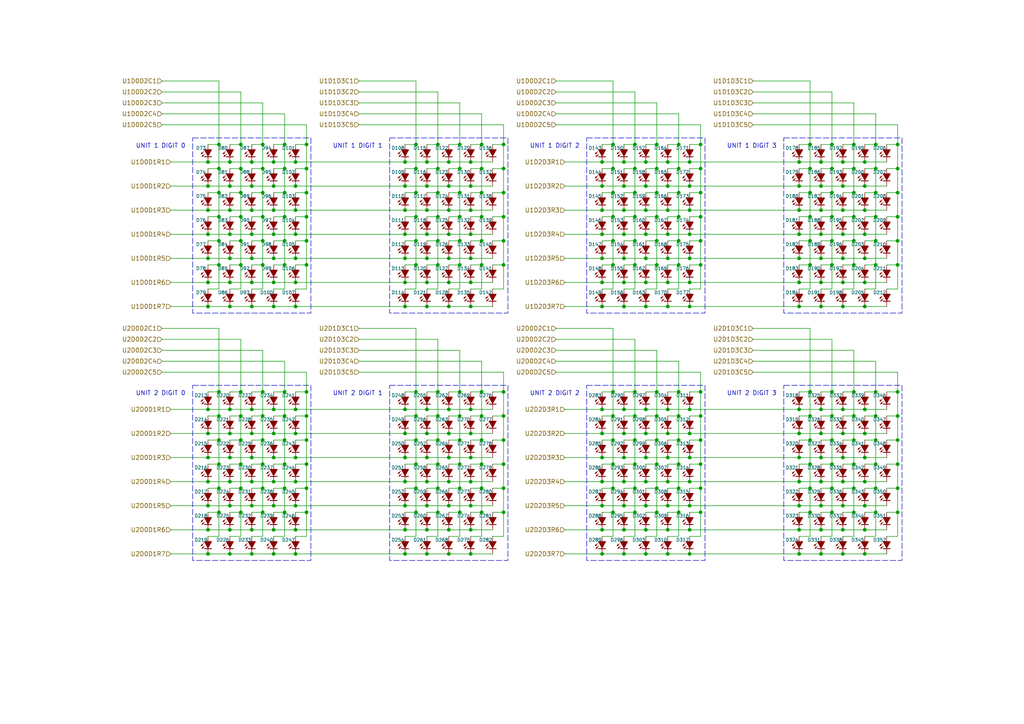
<source format=kicad_sch>
(kicad_sch (version 20231120) (generator "eeschema") (generator_version "8.0")
  (paper "A4")
  (title_block (title "Broadcast Clock") (date "2024-05-06") (rev "v1.0") (company "https://espenandersen.no") (comment 1 "LED matrices"))
  (junction (at 247.65 141.605))
  (junction (at 85.725 60.96))
  (junction (at 203.2 113.665))
  (junction (at 82.55 127.635))
  (junction (at 66.675 53.975))
  (junction (at 184.15 48.895))
  (junction (at 130.175 88.9))
  (junction (at 133.35 69.85))
  (junction (at 234.95 48.895))
  (junction (at 139.7 127.635))
  (junction (at 238.125 67.945))
  (junction (at 139.7 41.91))
  (junction (at 241.3 41.91))
  (junction (at 130.175 125.73))
  (junction (at 146.05 120.65))
  (junction (at 260.35 134.62))
  (junction (at 250.825 132.715))
  (junction (at 203.2 69.85))
  (junction (at 196.85 134.62))
  (junction (at 180.975 88.9))
  (junction (at 193.675 74.93))
  (junction (at 200.025 146.685))
  (junction (at 82.55 134.62))
  (junction (at 133.35 76.835))
  (junction (at 79.375 81.915))
  (junction (at 231.775 88.9))
  (junction (at 196.85 148.59))
  (junction (at 250.825 118.745))
  (junction (at 260.35 69.85))
  (junction (at 73.025 74.93))
  (junction (at 254 69.85))
  (junction (at 63.5 148.59))
  (junction (at 136.525 67.945))
  (junction (at 180.975 67.945))
  (junction (at 130.175 46.99))
  (junction (at 88.9 55.88))
  (junction (at 190.5 48.895))
  (junction (at 231.775 153.67))
  (junction (at 250.825 81.915))
  (junction (at 180.975 153.67))
  (junction (at 190.5 55.88))
  (junction (at 177.8 62.865))
  (junction (at 254 148.59))
  (junction (at 117.475 88.9))
  (junction (at 200.025 132.715))
  (junction (at 244.475 46.99))
  (junction (at 238.125 88.9))
  (junction (at 234.95 55.88))
  (junction (at 66.675 67.945))
  (junction (at 133.35 134.62))
  (junction (at 139.7 148.59))
  (junction (at 193.675 46.99))
  (junction (at 82.55 120.65))
  (junction (at 247.65 76.835))
  (junction (at 250.825 74.93))
  (junction (at 120.65 69.85))
  (junction (at 200.025 153.67))
  (junction (at 200.025 53.975))
  (junction (at 146.05 55.88))
  (junction (at 244.475 139.7))
  (junction (at 139.7 141.605))
  (junction (at 177.8 127.635))
  (junction (at 133.35 41.91))
  (junction (at 123.825 118.745))
  (junction (at 231.775 139.7))
  (junction (at 234.95 141.605))
  (junction (at 180.975 132.715))
  (junction (at 174.625 132.715))
  (junction (at 250.825 139.7))
  (junction (at 196.85 76.835))
  (junction (at 123.825 53.975))
  (junction (at 73.025 125.73))
  (junction (at 117.475 125.73))
  (junction (at 254 113.665))
  (junction (at 130.175 60.96))
  (junction (at 238.125 146.685))
  (junction (at 85.725 118.745))
  (junction (at 234.95 41.91))
  (junction (at 231.775 160.655))
  (junction (at 130.175 118.745))
  (junction (at 187.325 88.9))
  (junction (at 120.65 141.605))
  (junction (at 234.95 148.59))
  (junction (at 69.85 76.835))
  (junction (at 88.9 41.91))
  (junction (at 133.35 148.59))
  (junction (at 82.55 76.835))
  (junction (at 146.05 127.635))
  (junction (at 254 62.865))
  (junction (at 139.7 113.665))
  (junction (at 79.375 46.99))
  (junction (at 190.5 148.59))
  (junction (at 117.475 67.945))
  (junction (at 60.325 146.685))
  (junction (at 193.675 88.9))
  (junction (at 66.675 146.685))
  (junction (at 180.975 125.73))
  (junction (at 193.675 60.96))
  (junction (at 73.025 139.7))
  (junction (at 244.475 67.945))
  (junction (at 76.2 41.91))
  (junction (at 82.55 55.88))
  (junction (at 60.325 88.9))
  (junction (at 254 134.62))
  (junction (at 76.2 148.59))
  (junction (at 117.475 46.99))
  (junction (at 180.975 146.685))
  (junction (at 177.8 148.59))
  (junction (at 63.5 55.88))
  (junction (at 60.325 46.99))
  (junction (at 136.525 74.93))
  (junction (at 146.05 134.62))
  (junction (at 127 148.59))
  (junction (at 250.825 46.99))
  (junction (at 241.3 62.865))
  (junction (at 146.05 69.85))
  (junction (at 136.525 153.67))
  (junction (at 63.5 127.635))
  (junction (at 120.65 55.88))
  (junction (at 79.375 132.715))
  (junction (at 174.625 67.945))
  (junction (at 203.2 62.865))
  (junction (at 238.125 125.73))
  (junction (at 136.525 139.7))
  (junction (at 88.9 127.635))
  (junction (at 250.825 67.945))
  (junction (at 254 48.895))
  (junction (at 203.2 127.635))
  (junction (at 180.975 60.96))
  (junction (at 187.325 153.67))
  (junction (at 250.825 153.67))
  (junction (at 244.475 153.67))
  (junction (at 146.05 113.665))
  (junction (at 85.725 160.655))
  (junction (at 130.175 81.915))
  (junction (at 244.475 88.9))
  (junction (at 241.3 48.895))
  (junction (at 79.375 125.73))
  (junction (at 193.675 125.73))
  (junction (at 66.675 153.67))
  (junction (at 130.175 153.67))
  (junction (at 85.725 88.9))
  (junction (at 193.675 81.915))
  (junction (at 200.025 46.99))
  (junction (at 200.025 139.7))
  (junction (at 260.35 41.91))
  (junction (at 88.9 120.65))
  (junction (at 136.525 132.715))
  (junction (at 250.825 60.96))
  (junction (at 76.2 69.85))
  (junction (at 69.85 134.62))
  (junction (at 187.325 81.915))
  (junction (at 133.35 62.865))
  (junction (at 174.625 146.685))
  (junction (at 79.375 60.96))
  (junction (at 190.5 41.91))
  (junction (at 66.675 125.73))
  (junction (at 130.175 139.7))
  (junction (at 69.85 113.665))
  (junction (at 73.025 60.96))
  (junction (at 184.15 120.65))
  (junction (at 133.35 127.635))
  (junction (at 66.675 132.715))
  (junction (at 193.675 132.715))
  (junction (at 79.375 74.93))
  (junction (at 241.3 141.605))
  (junction (at 190.5 120.65))
  (junction (at 247.65 148.59))
  (junction (at 247.65 62.865))
  (junction (at 82.55 41.91))
  (junction (at 184.15 41.91))
  (junction (at 88.9 69.85))
  (junction (at 190.5 127.635))
  (junction (at 250.825 53.975))
  (junction (at 260.35 120.65))
  (junction (at 76.2 134.62))
  (junction (at 136.525 60.96))
  (junction (at 120.65 76.835))
  (junction (at 73.025 46.99))
  (junction (at 187.325 60.96))
  (junction (at 231.775 81.915))
  (junction (at 193.675 146.685))
  (junction (at 79.375 160.655))
  (junction (at 123.825 125.73))
  (junction (at 79.375 53.975))
  (junction (at 193.675 118.745))
  (junction (at 85.725 146.685))
  (junction (at 117.475 160.655))
  (junction (at 260.35 55.88))
  (junction (at 247.65 113.665))
  (junction (at 247.65 69.85))
  (junction (at 60.325 81.915))
  (junction (at 238.125 160.655))
  (junction (at 66.675 60.96))
  (junction (at 136.525 125.73))
  (junction (at 231.775 67.945))
  (junction (at 260.35 148.59))
  (junction (at 63.5 41.91))
  (junction (at 187.325 118.745))
  (junction (at 139.7 62.865))
  (junction (at 79.375 88.9))
  (junction (at 177.8 134.62))
  (junction (at 127 41.91))
  (junction (at 127 134.62))
  (junction (at 187.325 132.715))
  (junction (at 136.525 53.975))
  (junction (at 231.775 46.99))
  (junction (at 66.675 81.915))
  (junction (at 244.475 81.915))
  (junction (at 174.625 53.975))
  (junction (at 190.5 62.865))
  (junction (at 177.8 55.88))
  (junction (at 146.05 48.895))
  (junction (at 117.475 53.975))
  (junction (at 184.15 55.88))
  (junction (at 85.725 67.945))
  (junction (at 76.2 127.635))
  (junction (at 123.825 67.945))
  (junction (at 187.325 125.73))
  (junction (at 123.825 74.93))
  (junction (at 174.625 125.73))
  (junction (at 123.825 60.96))
  (junction (at 234.95 62.865))
  (junction (at 76.2 48.895))
  (junction (at 76.2 120.65))
  (junction (at 196.85 62.865))
  (junction (at 123.825 132.715))
  (junction (at 244.475 132.715))
  (junction (at 60.325 60.96))
  (junction (at 254 141.605))
  (junction (at 60.325 132.715))
  (junction (at 260.35 113.665))
  (junction (at 174.625 74.93))
  (junction (at 247.65 48.895))
  (junction (at 174.625 81.915))
  (junction (at 241.3 127.635))
  (junction (at 117.475 81.915))
  (junction (at 193.675 139.7))
  (junction (at 88.9 76.835))
  (junction (at 180.975 53.975))
  (junction (at 234.95 120.65))
  (junction (at 184.15 76.835))
  (junction (at 123.825 88.9))
  (junction (at 184.15 127.635))
  (junction (at 60.325 160.655))
  (junction (at 187.325 139.7))
  (junction (at 203.2 48.895))
  (junction (at 76.2 76.835))
  (junction (at 254 41.91))
  (junction (at 200.025 60.96))
  (junction (at 174.625 46.99))
  (junction (at 238.125 153.67))
  (junction (at 133.35 48.895))
  (junction (at 196.85 41.91))
  (junction (at 69.85 141.605))
  (junction (at 60.325 118.745))
  (junction (at 247.65 120.65))
  (junction (at 136.525 46.99))
  (junction (at 66.675 139.7))
  (junction (at 117.475 74.93))
  (junction (at 66.675 118.745))
  (junction (at 120.65 127.635))
  (junction (at 231.775 74.93))
  (junction (at 196.85 141.605))
  (junction (at 254 127.635))
  (junction (at 123.825 153.67))
  (junction (at 73.025 53.975))
  (junction (at 174.625 60.96))
  (junction (at 60.325 53.975))
  (junction (at 73.025 88.9))
  (junction (at 203.2 148.59))
  (junction (at 238.125 46.99))
  (junction (at 133.35 141.605))
  (junction (at 184.15 113.665))
  (junction (at 123.825 146.685))
  (junction (at 139.7 76.835))
  (junction (at 82.55 48.895))
  (junction (at 241.3 134.62))
  (junction (at 196.85 127.635))
  (junction (at 184.15 148.59))
  (junction (at 130.175 53.975))
  (junction (at 231.775 60.96))
  (junction (at 238.125 74.93))
  (junction (at 250.825 88.9))
  (junction (at 76.2 141.605))
  (junction (at 174.625 153.67))
  (junction (at 69.85 55.88))
  (junction (at 85.725 46.99))
  (junction (at 127 120.65))
  (junction (at 174.625 160.655))
  (junction (at 85.725 74.93))
  (junction (at 193.675 160.655))
  (junction (at 130.175 74.93))
  (junction (at 193.675 67.945))
  (junction (at 238.125 132.715))
  (junction (at 196.85 69.85))
  (junction (at 82.55 141.605))
  (junction (at 234.95 134.62))
  (junction (at 127 62.865))
  (junction (at 117.475 118.745))
  (junction (at 123.825 46.99))
  (junction (at 73.025 67.945))
  (junction (at 136.525 160.655))
  (junction (at 69.85 62.865))
  (junction (at 260.35 127.635))
  (junction (at 63.5 120.65))
  (junction (at 76.2 62.865))
  (junction (at 244.475 118.745))
  (junction (at 180.975 139.7))
  (junction (at 60.325 139.7))
  (junction (at 244.475 60.96))
  (junction (at 241.3 69.85))
  (junction (at 88.9 134.62))
  (junction (at 139.7 69.85))
  (junction (at 250.825 160.655))
  (junction (at 133.35 55.88))
  (junction (at 117.475 132.715))
  (junction (at 196.85 48.895))
  (junction (at 231.775 146.685))
  (junction (at 247.65 127.635))
  (junction (at 120.65 41.91))
  (junction (at 63.5 48.895))
  (junction (at 79.375 118.745))
  (junction (at 250.825 125.73))
  (junction (at 69.85 120.65))
  (junction (at 231.775 118.745))
  (junction (at 254 120.65))
  (junction (at 79.375 67.945))
  (junction (at 193.675 153.67))
  (junction (at 139.7 48.895))
  (junction (at 200.025 67.945))
  (junction (at 76.2 113.665))
  (junction (at 146.05 141.605))
  (junction (at 247.65 41.91))
  (junction (at 66.675 46.99))
  (junction (at 146.05 148.59))
  (junction (at 117.475 60.96))
  (junction (at 187.325 146.685))
  (junction (at 260.35 62.865))
  (junction (at 177.8 113.665))
  (junction (at 85.725 132.715))
  (junction (at 130.175 132.715))
  (junction (at 85.725 53.975))
  (junction (at 244.475 53.975))
  (junction (at 238.125 60.96))
  (junction (at 130.175 146.685))
  (junction (at 231.775 53.975))
  (junction (at 190.5 76.835))
  (junction (at 82.55 69.85))
  (junction (at 73.025 81.915))
  (junction (at 79.375 153.67))
  (junction (at 69.85 127.635))
  (junction (at 63.5 134.62))
  (junction (at 85.725 125.73))
  (junction (at 66.675 160.655))
  (junction (at 120.65 62.865))
  (junction (at 177.8 120.65))
  (junction (at 139.7 134.62))
  (junction (at 60.325 153.67))
  (junction (at 69.85 41.91))
  (junction (at 244.475 74.93))
  (junction (at 88.9 141.605))
  (junction (at 66.675 74.93))
  (junction (at 177.8 41.91))
  (junction (at 63.5 113.665))
  (junction (at 117.475 139.7))
  (junction (at 203.2 141.605))
  (junction (at 69.85 148.59))
  (junction (at 177.8 48.895))
  (junction (at 88.9 48.895))
  (junction (at 241.3 120.65))
  (junction (at 260.35 141.605))
  (junction (at 85.725 139.7))
  (junction (at 63.5 141.605))
  (junction (at 190.5 134.62))
  (junction (at 82.55 62.865))
  (junction (at 200.025 118.745))
  (junction (at 82.55 148.59))
  (junction (at 190.5 113.665))
  (junction (at 120.65 148.59))
  (junction (at 238.125 81.915))
  (junction (at 241.3 76.835))
  (junction (at 139.7 120.65))
  (junction (at 177.8 69.85))
  (junction (at 66.675 88.9))
  (junction (at 79.375 139.7))
  (junction (at 190.5 141.605))
  (junction (at 146.05 41.91))
  (junction (at 60.325 67.945))
  (junction (at 231.775 132.715))
  (junction (at 180.975 160.655))
  (junction (at 146.05 76.835))
  (junction (at 238.125 139.7))
  (junction (at 63.5 62.865))
  (junction (at 174.625 118.745))
  (junction (at 85.725 153.67))
  (junction (at 200.025 74.93))
  (junction (at 130.175 160.655))
  (junction (at 117.475 153.67))
  (junction (at 133.35 113.665))
  (junction (at 180.975 74.93))
  (junction (at 190.5 69.85))
  (junction (at 88.9 62.865))
  (junction (at 187.325 46.99))
  (junction (at 123.825 160.655))
  (junction (at 123.825 139.7))
  (junction (at 203.2 41.91))
  (junction (at 120.65 120.65))
  (junction (at 117.475 146.685))
  (junction (at 133.35 120.65))
  (junction (at 127 76.835))
  (junction (at 196.85 113.665))
  (junction (at 196.85 120.65))
  (junction (at 85.725 81.915))
  (junction (at 203.2 55.88))
  (junction (at 146.05 62.865))
  (junction (at 73.025 153.67))
  (junction (at 184.15 141.605))
  (junction (at 200.025 160.655))
  (junction (at 180.975 46.99))
  (junction (at 247.65 55.88))
  (junction (at 203.2 134.62))
  (junction (at 136.525 81.915))
  (junction (at 244.475 125.73))
  (junction (at 73.025 118.745))
  (junction (at 136.525 118.745))
  (junction (at 260.35 76.835))
  (junction (at 254 55.88))
  (junction (at 174.625 139.7))
  (junction (at 241.3 148.59))
  (junction (at 82.55 113.665))
  (junction (at 69.85 48.895))
  (junction (at 200.025 88.9))
  (junction (at 180.975 118.745))
  (junction (at 76.2 55.88))
  (junction (at 130.175 67.945))
  (junction (at 231.775 125.73))
  (junction (at 244.475 160.655))
  (junction (at 244.475 146.685))
  (junction (at 63.5 76.835))
  (junction (at 250.825 146.685))
  (junction (at 234.95 113.665))
  (junction (at 238.125 53.975))
  (junction (at 60.325 125.73))
  (junction (at 234.95 76.835))
  (junction (at 127 48.895))
  (junction (at 200.025 81.915))
  (junction (at 254 76.835))
  (junction (at 184.15 134.62))
  (junction (at 184.15 69.85))
  (junction (at 180.975 81.915))
  (junction (at 79.375 146.685))
  (junction (at 241.3 55.88))
  (junction (at 174.625 88.9))
  (junction (at 203.2 120.65))
  (junction (at 120.65 48.895))
  (junction (at 60.325 74.93))
  (junction (at 123.825 81.915))
  (junction (at 127 69.85))
  (junction (at 187.325 67.945))
  (junction (at 136.525 88.9))
  (junction (at 69.85 69.85))
  (junction (at 63.5 69.85))
  (junction (at 200.025 125.73))
  (junction (at 187.325 160.655))
  (junction (at 193.675 53.975))
  (junction (at 177.8 76.835))
  (junction (at 203.2 76.835))
  (junction (at 187.325 74.93))
  (junction (at 88.9 113.665))
  (junction (at 184.15 62.865))
  (junction (at 88.9 148.59))
  (junction (at 187.325 53.975))
  (junction (at 241.3 113.665))
  (junction (at 127 55.88))
  (junction (at 127 141.605))
  (junction (at 196.85 55.88))
  (junction (at 73.025 146.685))
  (junction (at 260.35 48.895))
  (junction (at 127 113.665))
  (junction (at 139.7 55.88))
  (junction (at 247.65 134.62))
  (junction (at 234.95 127.635))
  (junction (at 120.65 113.665))
  (junction (at 234.95 69.85))
  (junction (at 73.025 132.715))
  (junction (at 127 127.635))
  (junction (at 120.65 134.62))
  (junction (at 73.025 160.655))
  (junction (at 177.8 141.605))
  (junction (at 238.125 118.745))
  (junction (at 136.525 146.685))
  (wire (pts (xy 238.125 146.685) (xy 244.475 146.685)))
  (wire (pts (xy 174.625 139.7) (xy 180.975 139.7)))
  (wire (pts (xy 142.875 141.605) (xy 146.05 141.605)))
  (wire (pts (xy 193.675 160.655) (xy 200.025 160.655)))
  (wire (pts (xy 63.5 41.91) (xy 63.5 48.895)))
  (wire (pts (xy 250.825 120.65) (xy 254 120.65)))
  (wire (pts (xy 133.35 76.835) (xy 133.35 83.82)))
  (wire (pts (xy 196.85 41.91) (xy 196.85 48.895)))
  (wire (pts (xy 244.475 141.605) (xy 247.65 141.605)))
  (wire (pts (xy 139.7 127.635) (xy 139.7 134.62)))
  (wire (pts (xy 117.475 132.715) (xy 123.825 132.715)))
  (wire (pts (xy 127 69.85) (xy 127 76.835)))
  (wire (pts (xy 200.025 127.635) (xy 203.2 127.635)))
  (wire (pts (xy 257.175 69.85) (xy 260.35 69.85)))
  (wire (pts (xy 238.125 46.99) (xy 244.475 46.99)))
  (wire (pts (xy 79.375 41.91) (xy 82.55 41.91)))
  (wire (pts (xy 231.775 67.945) (xy 238.125 67.945)))
  (wire (pts (xy 136.525 62.865) (xy 139.7 62.865)))
  (wire (pts (xy 163.83 67.945) (xy 174.625 67.945)))
  (wire (pts (xy 174.625 81.915) (xy 180.975 81.915)))
  (wire (pts (xy 146.05 107.95) (xy 146.05 113.665)))
  (wire (pts (xy 49.53 67.945) (xy 60.325 67.945)))
  (wire (pts (xy 231.775 118.745) (xy 238.125 118.745)))
  (wire (pts (xy 123.825 148.59) (xy 127 148.59)))
  (wire (pts (xy 241.3 120.65) (xy 241.3 127.635)))
  (wire (pts (xy 180.975 139.7) (xy 187.325 139.7)))
  (wire (pts (xy 127 26.67) (xy 127 41.91)))
  (wire (pts (xy 60.325 113.665) (xy 63.5 113.665)))
  (wire (pts (xy 203.2 41.91) (xy 203.2 48.895)))
  (wire (pts (xy 200.025 69.85) (xy 203.2 69.85)))
  (wire (pts (xy 104.14 26.67) (xy 127 26.67)))
  (wire (pts (xy 120.65 120.65) (xy 120.65 127.635)))
  (wire (pts (xy 193.675 134.62) (xy 196.85 134.62)))
  (wire (pts (xy 123.825 134.62) (xy 127 134.62)))
  (wire (pts (xy 127 141.605) (xy 127 148.59)))
  (wire (pts (xy 146.05 76.835) (xy 146.05 83.82)))
  (wire (pts (xy 60.325 88.9) (xy 66.675 88.9)))
  (wire (pts (xy 88.9 127.635) (xy 88.9 134.62)))
  (wire (pts (xy 200.025 41.91) (xy 203.2 41.91)))
  (wire (pts (xy 123.825 48.895) (xy 127 48.895)))
  (wire (pts (xy 73.025 134.62) (xy 76.2 134.62)))
  (wire (pts (xy 177.8 76.835) (xy 177.8 83.82)))
  (wire (pts (xy 133.35 55.88) (xy 133.35 62.865)))
  (wire (pts (xy 142.875 62.865) (xy 146.05 62.865)))
  (wire (pts (xy 231.775 139.7) (xy 238.125 139.7)))
  (wire (pts (xy 79.375 141.605) (xy 82.55 141.605)))
  (wire (pts (xy 142.875 113.665) (xy 146.05 113.665)))
  (wire (pts (xy 73.025 155.575) (xy 76.2 155.575)))
  (wire (pts (xy 139.7 120.65) (xy 139.7 127.635)))
  (wire (pts (xy 49.53 88.9) (xy 60.325 88.9)))
  (wire (pts (xy 69.85 69.85) (xy 69.85 76.835)))
  (wire (pts (xy 177.8 141.605) (xy 177.8 148.59)))
  (wire (pts (xy 187.325 69.85) (xy 190.5 69.85)))
  (wire (pts (xy 49.53 53.975) (xy 60.325 53.975)))
  (wire (pts (xy 257.175 113.665) (xy 260.35 113.665)))
  (wire (pts (xy 200.025 113.665) (xy 203.2 113.665)))
  (wire (pts (xy 241.3 98.425) (xy 241.3 113.665)))
  (wire (pts (xy 203.2 36.195) (xy 203.2 41.91)))
  (wire (pts (xy 260.35 141.605) (xy 260.35 148.59)))
  (wire (pts (xy 79.375 127.635) (xy 82.55 127.635)))
  (wire (pts (xy 66.675 134.62) (xy 69.85 134.62)))
  (wire (pts (xy 123.825 88.9) (xy 130.175 88.9)))
  (wire (pts (xy 136.525 118.745) (xy 142.875 118.745)))
  (wire (pts (xy 49.53 125.73) (xy 60.325 125.73)))
  (wire (pts (xy 85.725 74.93) (xy 117.475 74.93)))
  (wire (pts (xy 117.475 55.88) (xy 120.65 55.88)))
  (wire (pts (xy 123.825 41.91) (xy 127 41.91)))
  (wire (pts (xy 196.85 69.85) (xy 196.85 76.835)))
  (wire (pts (xy 196.85 127.635) (xy 196.85 134.62)))
  (wire (pts (xy 193.675 46.99) (xy 200.025 46.99)))
  (wire (pts (xy 66.675 76.835) (xy 69.85 76.835)))
  (wire (pts (xy 130.175 67.945) (xy 136.525 67.945)))
  (wire (pts (xy 136.525 60.96) (xy 142.875 60.96)))
  (wire (pts (xy 88.9 55.88) (xy 88.9 62.865)))
  (wire (pts (xy 260.35 48.895) (xy 260.35 55.88)))
  (wire (pts (xy 66.675 120.65) (xy 69.85 120.65)))
  (wire (pts (xy 117.475 148.59) (xy 120.65 148.59)))
  (wire (pts (xy 66.675 55.88) (xy 69.85 55.88)))
  (wire (pts (xy 231.775 120.65) (xy 234.95 120.65)))
  (wire (pts (xy 46.99 23.495) (xy 63.5 23.495)))
  (wire (pts (xy 73.025 76.835) (xy 76.2 76.835)))
  (wire (pts (xy 161.29 104.775) (xy 196.85 104.775)))
  (wire (pts (xy 136.525 139.7) (xy 142.875 139.7)))
  (wire (pts (xy 123.825 67.945) (xy 130.175 67.945)))
  (wire (pts (xy 234.95 127.635) (xy 234.95 134.62)))
  (wire (pts (xy 85.725 83.82) (xy 88.9 83.82)))
  (wire (pts (xy 250.825 146.685) (xy 257.175 146.685)))
  (wire (pts (xy 63.5 48.895) (xy 63.5 55.88)))
  (wire (pts (xy 133.35 29.845) (xy 133.35 41.91)))
  (wire (pts (xy 244.475 160.655) (xy 250.825 160.655)))
  (wire (pts (xy 174.625 53.975) (xy 180.975 53.975)))
  (wire (pts (xy 177.8 41.91) (xy 177.8 48.895)))
  (wire (pts (xy 241.3 62.865) (xy 241.3 69.85)))
  (wire (pts (xy 187.325 62.865) (xy 190.5 62.865)))
  (wire (pts (xy 231.775 146.685) (xy 238.125 146.685)))
  (wire (pts (xy 69.85 55.88) (xy 69.85 62.865)))
  (wire (pts (xy 66.675 127.635) (xy 69.85 127.635)))
  (wire (pts (xy 73.025 125.73) (xy 79.375 125.73)))
  (wire (pts (xy 146.05 36.195) (xy 146.05 41.91)))
  (wire (pts (xy 76.2 55.88) (xy 76.2 62.865)))
  (wire (pts (xy 123.825 139.7) (xy 130.175 139.7)))
  (wire (pts (xy 234.95 69.85) (xy 234.95 76.835)))
  (wire (pts (xy 193.675 120.65) (xy 196.85 120.65)))
  (wire (pts (xy 49.53 81.915) (xy 60.325 81.915)))
  (wire (pts (xy 231.775 69.85) (xy 234.95 69.85)))
  (wire (pts (xy 250.825 83.82) (xy 254 83.82)))
  (wire (pts (xy 66.675 67.945) (xy 73.025 67.945)))
  (wire (pts (xy 231.775 74.93) (xy 238.125 74.93)))
  (wire (pts (xy 136.525 55.88) (xy 139.7 55.88)))
  (wire (pts (xy 60.325 160.655) (xy 66.675 160.655)))
  (wire (pts (xy 73.025 81.915) (xy 79.375 81.915)))
  (wire (pts (xy 133.35 113.665) (xy 133.35 120.65)))
  (wire (pts (xy 187.325 48.895) (xy 190.5 48.895)))
  (wire (pts (xy 127 120.65) (xy 127 127.635)))
  (wire (pts (xy 49.53 74.93) (xy 60.325 74.93)))
  (wire (pts (xy 231.775 60.96) (xy 238.125 60.96)))
  (wire (pts (xy 254 69.85) (xy 254 76.835)))
  (wire (pts (xy 136.525 41.91) (xy 139.7 41.91)))
  (wire (pts (xy 241.3 127.635) (xy 241.3 134.62)))
  (wire (pts (xy 82.55 113.665) (xy 82.55 120.65)))
  (wire (pts (xy 130.175 134.62) (xy 133.35 134.62)))
  (wire (pts (xy 190.5 69.85) (xy 190.5 76.835)))
  (wire (pts (xy 250.825 53.975) (xy 257.175 53.975)))
  (wire (pts (xy 161.29 23.495) (xy 177.8 23.495)))
  (wire (pts (xy 254 148.59) (xy 254 155.575)))
  (wire (pts (xy 79.375 60.96) (xy 85.725 60.96)))
  (wire (pts (xy 184.15 113.665) (xy 184.15 120.65)))
  (wire (pts (xy 136.525 46.99) (xy 142.875 46.99)))
  (wire (pts (xy 250.825 74.93) (xy 257.175 74.93)))
  (wire (pts (xy 79.375 132.715) (xy 85.725 132.715)))
  (wire (pts (xy 49.53 118.745) (xy 60.325 118.745)))
  (wire (pts (xy 79.375 69.85) (xy 82.55 69.85)))
  (wire (pts (xy 196.85 134.62) (xy 196.85 141.605)))
  (wire (pts (xy 85.725 46.99) (xy 117.475 46.99)))
  (wire (pts (xy 200.025 118.745) (xy 231.775 118.745)))
  (wire (pts (xy 177.8 127.635) (xy 177.8 134.62)))
  (wire (pts (xy 200.025 55.88) (xy 203.2 55.88)))
  (wire (pts (xy 244.475 74.93) (xy 250.825 74.93)))
  (wire (pts (xy 187.325 139.7) (xy 193.675 139.7)))
  (wire (pts (xy 127 98.425) (xy 127 113.665)))
  (wire (pts (xy 117.475 88.9) (xy 123.825 88.9)))
  (wire (pts (xy 120.65 141.605) (xy 120.65 148.59)))
  (wire (pts (xy 79.375 53.975) (xy 85.725 53.975)))
  (wire (pts (xy 187.325 113.665) (xy 190.5 113.665)))
  (wire (pts (xy 88.9 107.95) (xy 88.9 113.665)))
  (wire (pts (xy 196.85 55.88) (xy 196.85 62.865)))
  (wire (pts (xy 238.125 41.91) (xy 241.3 41.91)))
  (wire (pts (xy 120.65 134.62) (xy 120.65 141.605)))
  (wire (pts (xy 146.05 141.605) (xy 146.05 148.59)))
  (wire (pts (xy 244.475 60.96) (xy 250.825 60.96)))
  (wire (pts (xy 218.44 29.845) (xy 247.65 29.845)))
  (wire (pts (xy 161.29 101.6) (xy 190.5 101.6)))
  (wire (pts (xy 76.2 148.59) (xy 76.2 155.575)))
  (wire (pts (xy 85.725 76.835) (xy 88.9 76.835)))
  (wire (pts (xy 60.325 74.93) (xy 66.675 74.93)))
  (wire (pts (xy 82.55 148.59) (xy 82.55 155.575)))
  (wire (pts (xy 190.5 141.605) (xy 190.5 148.59)))
  (wire (pts (xy 200.025 88.9) (xy 231.775 88.9)))
  (wire (pts (xy 196.85 76.835) (xy 196.85 83.82)))
  (wire (pts (xy 244.475 118.745) (xy 250.825 118.745)))
  (wire (pts (xy 76.2 69.85) (xy 76.2 76.835)))
  (wire (pts (xy 76.2 127.635) (xy 76.2 134.62)))
  (wire (pts (xy 139.7 113.665) (xy 139.7 120.65)))
  (wire (pts (xy 177.8 148.59) (xy 177.8 155.575)))
  (wire (pts (xy 127 113.665) (xy 127 120.65)))
  (wire (pts (xy 76.2 41.91) (xy 76.2 48.895)))
  (wire (pts (xy 184.15 148.59) (xy 184.15 155.575)))
  (wire (pts (xy 187.325 76.835) (xy 190.5 76.835)))
  (wire (pts (xy 85.725 81.915) (xy 117.475 81.915)))
  (wire (pts (xy 133.35 148.59) (xy 133.35 155.575)))
  (wire (pts (xy 123.825 113.665) (xy 127 113.665)))
  (wire (pts (xy 69.85 26.67) (xy 69.85 41.91)))
  (wire (pts (xy 196.85 113.665) (xy 196.85 120.65)))
  (wire (pts (xy 257.175 62.865) (xy 260.35 62.865)))
  (wire (pts (xy 88.9 113.665) (xy 88.9 120.65)))
  (wire (pts (xy 117.475 141.605) (xy 120.65 141.605)))
  (wire (pts (xy 250.825 134.62) (xy 254 134.62)))
  (wire (pts (xy 85.725 148.59) (xy 88.9 148.59)))
  (wire (pts (xy 120.65 62.865) (xy 120.65 69.85)))
  (wire (pts (xy 63.5 134.62) (xy 63.5 141.605)))
  (wire (pts (xy 146.05 48.895) (xy 146.05 55.88)))
  (wire (pts (xy 247.65 41.91) (xy 247.65 48.895)))
  (wire (pts (xy 241.3 48.895) (xy 241.3 55.88)))
  (wire (pts (xy 241.3 113.665) (xy 241.3 120.65)))
  (wire (pts (xy 104.14 36.195) (xy 146.05 36.195)))
  (wire (pts (xy 241.3 26.67) (xy 241.3 41.91)))
  (wire (pts (xy 180.975 141.605) (xy 184.15 141.605)))
  (wire (pts (xy 187.325 60.96) (xy 193.675 60.96)))
  (wire (pts (xy 184.15 55.88) (xy 184.15 62.865)))
  (wire (pts (xy 73.025 160.655) (xy 79.375 160.655)))
  (wire (pts (xy 73.025 67.945) (xy 79.375 67.945)))
  (wire (pts (xy 163.83 74.93) (xy 174.625 74.93)))
  (wire (pts (xy 120.65 41.91) (xy 120.65 48.895)))
  (wire (pts (xy 177.8 120.65) (xy 177.8 127.635)))
  (wire (pts (xy 85.725 120.65) (xy 88.9 120.65)))
  (wire (pts (xy 139.7 55.88) (xy 139.7 62.865)))
  (wire (pts (xy 76.2 29.845) (xy 76.2 41.91)))
  (wire (pts (xy 127 55.88) (xy 127 62.865)))
  (wire (pts (xy 250.825 67.945) (xy 257.175 67.945)))
  (wire (pts (xy 203.2 76.835) (xy 203.2 83.82)))
  (wire (pts (xy 180.975 67.945) (xy 187.325 67.945)))
  (wire (pts (xy 82.55 69.85) (xy 82.55 76.835)))
  (wire (pts (xy 133.35 141.605) (xy 133.35 148.59)))
  (wire (pts (xy 177.8 48.895) (xy 177.8 55.88)))
  (wire (pts (xy 260.35 55.88) (xy 260.35 62.865)))
  (wire (pts (xy 88.9 148.59) (xy 88.9 155.575)))
  (wire (pts (xy 254 62.865) (xy 254 69.85)))
  (wire (pts (xy 250.825 139.7) (xy 257.175 139.7)))
  (wire (pts (xy 250.825 88.9) (xy 257.175 88.9)))
  (wire (pts (xy 250.825 141.605) (xy 254 141.605)))
  (wire (pts (xy 46.99 107.95) (xy 88.9 107.95)))
  (wire (pts (xy 146.05 62.865) (xy 146.05 69.85)))
  (wire (pts (xy 187.325 160.655) (xy 193.675 160.655)))
  (wire (pts (xy 174.625 118.745) (xy 180.975 118.745)))
  (wire (pts (xy 174.625 41.91) (xy 177.8 41.91)))
  (wire (pts (xy 218.44 36.195) (xy 260.35 36.195)))
  (wire (pts (xy 244.475 83.82) (xy 247.65 83.82)))
  (wire (pts (xy 174.625 76.835) (xy 177.8 76.835)))
  (wire (pts (xy 193.675 88.9) (xy 200.025 88.9)))
  (wire (pts (xy 187.325 83.82) (xy 190.5 83.82)))
  (wire (pts (xy 238.125 141.605) (xy 241.3 141.605)))
  (wire (pts (xy 187.325 127.635) (xy 190.5 127.635)))
  (wire (pts (xy 133.35 120.65) (xy 133.35 127.635)))
  (wire (pts (xy 79.375 48.895) (xy 82.55 48.895)))
  (wire (pts (xy 177.8 95.25) (xy 177.8 113.665)))
  (wire (pts (xy 163.83 88.9) (xy 174.625 88.9)))
  (wire (pts (xy 193.675 74.93) (xy 200.025 74.93)))
  (wire (pts (xy 130.175 139.7) (xy 136.525 139.7)))
  (wire (pts (xy 136.525 113.665) (xy 139.7 113.665)))
  (wire (pts (xy 88.9 120.65) (xy 88.9 127.635)))
  (wire (pts (xy 73.025 120.65) (xy 76.2 120.65)))
  (wire (pts (xy 193.675 55.88) (xy 196.85 55.88)))
  (wire (pts (xy 203.2 134.62) (xy 203.2 141.605)))
  (wire (pts (xy 231.775 113.665) (xy 234.95 113.665)))
  (wire (pts (xy 63.5 148.59) (xy 63.5 155.575)))
  (wire (pts (xy 200.025 160.655) (xy 231.775 160.655)))
  (wire (pts (xy 250.825 153.67) (xy 257.175 153.67)))
  (wire (pts (xy 180.975 118.745) (xy 187.325 118.745)))
  (wire (pts (xy 260.35 41.91) (xy 260.35 48.895)))
  (wire (pts (xy 46.99 36.195) (xy 88.9 36.195)))
  (wire (pts (xy 180.975 160.655) (xy 187.325 160.655)))
  (wire (pts (xy 79.375 46.99) (xy 85.725 46.99)))
  (wire (pts (xy 120.65 148.59) (xy 120.65 155.575)))
  (wire (pts (xy 180.975 62.865) (xy 184.15 62.865)))
  (wire (pts (xy 234.95 113.665) (xy 234.95 120.65)))
  (wire (pts (xy 247.65 76.835) (xy 247.65 83.82)))
  (wire (pts (xy 193.675 69.85) (xy 196.85 69.85)))
  (wire (pts (xy 174.625 74.93) (xy 180.975 74.93)))
  (wire (pts (xy 193.675 139.7) (xy 200.025 139.7)))
  (wire (pts (xy 46.99 98.425) (xy 69.85 98.425)))
  (wire (pts (xy 49.53 153.67) (xy 60.325 153.67)))
  (wire (pts (xy 234.95 134.62) (xy 234.95 141.605)))
  (wire (pts (xy 123.825 53.975) (xy 130.175 53.975)))
  (wire (pts (xy 250.825 55.88) (xy 254 55.88)))
  (wire (pts (xy 117.475 146.685) (xy 123.825 146.685)))
  (wire (pts (xy 136.525 83.82) (xy 139.7 83.82)))
  (wire (pts (xy 66.675 155.575) (xy 69.85 155.575)))
  (wire (pts (xy 142.875 148.59) (xy 146.05 148.59)))
  (wire (pts (xy 136.525 74.93) (xy 142.875 74.93)))
  (wire (pts (xy 231.775 62.865) (xy 234.95 62.865)))
  (wire (pts (xy 136.525 88.9) (xy 142.875 88.9)))
  (wire (pts (xy 218.44 101.6) (xy 247.65 101.6)))
  (wire (pts (xy 200.025 125.73) (xy 231.775 125.73)))
  (wire (pts (xy 117.475 134.62) (xy 120.65 134.62)))
  (wire (pts (xy 238.125 160.655) (xy 244.475 160.655)))
  (wire (pts (xy 117.475 125.73) (xy 123.825 125.73)))
  (wire (pts (xy 234.95 120.65) (xy 234.95 127.635)))
  (wire (pts (xy 244.475 153.67) (xy 250.825 153.67)))
  (wire (pts (xy 244.475 155.575) (xy 247.65 155.575)))
  (wire (pts (xy 60.325 125.73) (xy 66.675 125.73)))
  (wire (pts (xy 238.125 81.915) (xy 244.475 81.915)))
  (wire (pts (xy 187.325 134.62) (xy 190.5 134.62)))
  (wire (pts (xy 203.2 120.65) (xy 203.2 127.635)))
  (wire (pts (xy 142.875 134.62) (xy 146.05 134.62)))
  (wire (pts (xy 69.85 148.59) (xy 69.85 155.575)))
  (wire (pts (xy 238.125 139.7) (xy 244.475 139.7)))
  (wire (pts (xy 104.14 95.25) (xy 120.65 95.25)))
  (wire (pts (xy 174.625 62.865) (xy 177.8 62.865)))
  (wire (pts (xy 73.025 141.605) (xy 76.2 141.605)))
  (wire (pts (xy 76.2 134.62) (xy 76.2 141.605)))
  (wire (pts (xy 244.475 53.975) (xy 250.825 53.975)))
  (wire (pts (xy 247.65 29.845) (xy 247.65 41.91)))
  (wire (pts (xy 218.44 98.425) (xy 241.3 98.425)))
  (wire (pts (xy 85.725 53.975) (xy 117.475 53.975)))
  (wire (pts (xy 60.325 41.91) (xy 63.5 41.91)))
  (wire (pts (xy 82.55 134.62) (xy 82.55 141.605)))
  (wire (pts (xy 177.8 62.865) (xy 177.8 69.85)))
  (wire (pts (xy 254 33.02) (xy 254 41.91)))
  (wire (pts (xy 136.525 120.65) (xy 139.7 120.65)))
  (wire (pts (xy 85.725 146.685) (xy 117.475 146.685)))
  (wire (pts (xy 250.825 76.835) (xy 254 76.835)))
  (wire (pts (xy 82.55 76.835) (xy 82.55 83.82)))
  (wire (pts (xy 257.175 41.91) (xy 260.35 41.91)))
  (wire (pts (xy 184.15 69.85) (xy 184.15 76.835)))
  (wire (pts (xy 190.5 55.88) (xy 190.5 62.865)))
  (wire (pts (xy 193.675 48.895) (xy 196.85 48.895)))
  (wire (pts (xy 73.025 69.85) (xy 76.2 69.85)))
  (wire (pts (xy 187.325 88.9) (xy 193.675 88.9)))
  (wire (pts (xy 238.125 113.665) (xy 241.3 113.665)))
  (wire (pts (xy 63.5 113.665) (xy 63.5 120.65)))
  (wire (pts (xy 49.53 46.99) (xy 60.325 46.99)))
  (wire (pts (xy 133.35 101.6) (xy 133.35 113.665)))
  (wire (pts (xy 127 134.62) (xy 127 141.605)))
  (wire (pts (xy 203.2 141.605) (xy 203.2 148.59)))
  (wire (pts (xy 139.7 104.775) (xy 139.7 113.665)))
  (wire (pts (xy 174.625 146.685) (xy 180.975 146.685)))
  (wire (pts (xy 238.125 53.975) (xy 244.475 53.975)))
  (wire (pts (xy 218.44 33.02) (xy 254 33.02)))
  (wire (pts (xy 193.675 132.715) (xy 200.025 132.715)))
  (wire (pts (xy 231.775 155.575) (xy 234.95 155.575)))
  (wire (pts (xy 66.675 69.85) (xy 69.85 69.85)))
  (wire (pts (xy 187.325 125.73) (xy 193.675 125.73)))
  (wire (pts (xy 250.825 148.59) (xy 254 148.59)))
  (wire (pts (xy 187.325 81.915) (xy 193.675 81.915)))
  (wire (pts (xy 127 62.865) (xy 127 69.85)))
  (wire (pts (xy 184.15 48.895) (xy 184.15 55.88)))
  (wire (pts (xy 63.5 69.85) (xy 63.5 76.835)))
  (wire (pts (xy 136.525 76.835) (xy 139.7 76.835)))
  (wire (pts (xy 187.325 153.67) (xy 193.675 153.67)))
  (wire (pts (xy 163.83 160.655) (xy 174.625 160.655)))
  (wire (pts (xy 247.65 113.665) (xy 247.65 120.65)))
  (wire (pts (xy 85.725 132.715) (xy 117.475 132.715)))
  (wire (pts (xy 88.9 134.62) (xy 88.9 141.605)))
  (wire (pts (xy 238.125 69.85) (xy 241.3 69.85)))
  (wire (pts (xy 196.85 104.775) (xy 196.85 113.665)))
  (wire (pts (xy 46.99 95.25) (xy 63.5 95.25)))
  (wire (pts (xy 257.175 148.59) (xy 260.35 148.59)))
  (wire (pts (xy 257.175 83.82) (xy 260.35 83.82)))
  (wire (pts (xy 85.725 141.605) (xy 88.9 141.605)))
  (wire (pts (xy 180.975 134.62) (xy 184.15 134.62)))
  (wire (pts (xy 120.65 127.635) (xy 120.65 134.62)))
  (wire (pts (xy 120.65 113.665) (xy 120.65 120.65)))
  (wire (pts (xy 69.85 62.865) (xy 69.85 69.85)))
  (wire (pts (xy 260.35 120.65) (xy 260.35 127.635)))
  (wire (pts (xy 238.125 76.835) (xy 241.3 76.835)))
  (wire (pts (xy 79.375 155.575) (xy 82.55 155.575)))
  (wire (pts (xy 187.325 141.605) (xy 190.5 141.605)))
  (wire (pts (xy 231.775 153.67) (xy 238.125 153.67)))
  (wire (pts (xy 117.475 113.665) (xy 120.65 113.665)))
  (wire (pts (xy 250.825 132.715) (xy 257.175 132.715)))
  (wire (pts (xy 69.85 48.895) (xy 69.85 55.88)))
  (wire (pts (xy 187.325 148.59) (xy 190.5 148.59)))
  (wire (pts (xy 231.775 132.715) (xy 238.125 132.715)))
  (wire (pts (xy 174.625 134.62) (xy 177.8 134.62)))
  (wire (pts (xy 63.5 127.635) (xy 63.5 134.62)))
  (wire (pts (xy 146.05 113.665) (xy 146.05 120.65)))
  (wire (pts (xy 76.2 62.865) (xy 76.2 69.85)))
  (wire (pts (xy 133.35 48.895) (xy 133.35 55.88)))
  (wire (pts (xy 234.95 148.59) (xy 234.95 155.575)))
  (wire (pts (xy 142.875 83.82) (xy 146.05 83.82)))
  (wire (pts (xy 161.29 29.845) (xy 190.5 29.845)))
  (wire (pts (xy 257.175 141.605) (xy 260.35 141.605)))
  (wire (pts (xy 244.475 55.88) (xy 247.65 55.88)))
  (wire (pts (xy 163.83 139.7) (xy 174.625 139.7)))
  (wire (pts (xy 190.5 113.665) (xy 190.5 120.65)))
  (wire (pts (xy 82.55 41.91) (xy 82.55 48.895)))
  (wire (pts (xy 117.475 69.85) (xy 120.65 69.85)))
  (wire (pts (xy 123.825 69.85) (xy 127 69.85)))
  (wire (pts (xy 60.325 60.96) (xy 66.675 60.96)))
  (wire (pts (xy 244.475 62.865) (xy 247.65 62.865)))
  (wire (pts (xy 120.65 95.25) (xy 120.65 113.665)))
  (wire (pts (xy 79.375 62.865) (xy 82.55 62.865)))
  (wire (pts (xy 184.15 98.425) (xy 184.15 113.665)))
  (wire (pts (xy 79.375 153.67) (xy 85.725 153.67)))
  (wire (pts (xy 190.5 101.6) (xy 190.5 113.665)))
  (wire (pts (xy 79.375 74.93) (xy 85.725 74.93)))
  (wire (pts (xy 139.7 141.605) (xy 139.7 148.59)))
  (wire (pts (xy 60.325 155.575) (xy 63.5 155.575)))
  (wire (pts (xy 234.95 41.91) (xy 234.95 48.895)))
  (wire (pts (xy 146.05 134.62) (xy 146.05 141.605)))
  (wire (pts (xy 104.14 107.95) (xy 146.05 107.95)))
  (wire (pts (xy 117.475 160.655) (xy 123.825 160.655)))
  (wire (pts (xy 190.5 148.59) (xy 190.5 155.575)))
  (wire (pts (xy 73.025 153.67) (xy 79.375 153.67)))
  (wire (pts (xy 136.525 134.62) (xy 139.7 134.62)))
  (wire (pts (xy 133.35 134.62) (xy 133.35 141.605)))
  (wire (pts (xy 79.375 76.835) (xy 82.55 76.835)))
  (wire (pts (xy 60.325 76.835) (xy 63.5 76.835)))
  (wire (pts (xy 85.725 67.945) (xy 117.475 67.945)))
  (wire (pts (xy 193.675 155.575) (xy 196.85 155.575)))
  (wire (pts (xy 127 148.59) (xy 127 155.575)))
  (wire (pts (xy 200.025 60.96) (xy 231.775 60.96)))
  (wire (pts (xy 174.625 125.73) (xy 180.975 125.73)))
  (wire (pts (xy 257.175 155.575) (xy 260.35 155.575)))
  (wire (pts (xy 200.025 76.835) (xy 203.2 76.835)))
  (wire (pts (xy 69.85 76.835) (xy 69.85 83.82)))
  (wire (pts (xy 79.375 134.62) (xy 82.55 134.62)))
  (wire (pts (xy 49.53 132.715) (xy 60.325 132.715)))
  (wire (pts (xy 238.125 55.88) (xy 241.3 55.88)))
  (wire (pts (xy 136.525 160.655) (xy 142.875 160.655)))
  (wire (pts (xy 200.025 62.865) (xy 203.2 62.865)))
  (wire (pts (xy 234.95 62.865) (xy 234.95 69.85)))
  (wire (pts (xy 238.125 118.745) (xy 244.475 118.745)))
  (wire (pts (xy 130.175 127.635) (xy 133.35 127.635)))
  (wire (pts (xy 244.475 88.9) (xy 250.825 88.9)))
  (wire (pts (xy 79.375 67.945) (xy 85.725 67.945)))
  (wire (pts (xy 120.65 48.895) (xy 120.65 55.88)))
  (wire (pts (xy 79.375 148.59) (xy 82.55 148.59)))
  (wire (pts (xy 218.44 95.25) (xy 234.95 95.25)))
  (wire (pts (xy 163.83 81.915) (xy 174.625 81.915)))
  (wire (pts (xy 136.525 67.945) (xy 142.875 67.945)))
  (wire (pts (xy 123.825 146.685) (xy 130.175 146.685)))
  (wire (pts (xy 203.2 148.59) (xy 203.2 155.575)))
  (wire (pts (xy 73.025 74.93) (xy 79.375 74.93)))
  (wire (pts (xy 234.95 95.25) (xy 234.95 113.665)))
  (wire (pts (xy 73.025 127.635) (xy 76.2 127.635)))
  (wire (pts (xy 60.325 134.62) (xy 63.5 134.62)))
  (wire (pts (xy 174.625 113.665) (xy 177.8 113.665)))
  (wire (pts (xy 79.375 160.655) (xy 85.725 160.655)))
  (wire (pts (xy 187.325 55.88) (xy 190.5 55.88)))
  (wire (pts (xy 66.675 81.915) (xy 73.025 81.915)))
  (wire (pts (xy 180.975 41.91) (xy 184.15 41.91)))
  (wire (pts (xy 73.025 62.865) (xy 76.2 62.865)))
  (wire (pts (xy 174.625 67.945) (xy 180.975 67.945)))
  (wire (pts (xy 244.475 127.635) (xy 247.65 127.635)))
  (wire (pts (xy 244.475 146.685) (xy 250.825 146.685)))
  (wire (pts (xy 117.475 62.865) (xy 120.65 62.865)))
  (wire (pts (xy 66.675 146.685) (xy 73.025 146.685)))
  (wire (pts (xy 60.325 141.605) (xy 63.5 141.605)))
  (wire (pts (xy 200.025 139.7) (xy 231.775 139.7)))
  (wire (pts (xy 46.99 104.775) (xy 82.55 104.775)))
  (wire (pts (xy 180.975 113.665) (xy 184.15 113.665)))
  (wire (pts (xy 247.65 127.635) (xy 247.65 134.62)))
  (wire (pts (xy 163.83 153.67) (xy 174.625 153.67)))
  (wire (pts (xy 193.675 41.91) (xy 196.85 41.91)))
  (wire (pts (xy 85.725 127.635) (xy 88.9 127.635)))
  (wire (pts (xy 136.525 69.85) (xy 139.7 69.85)))
  (wire (pts (xy 218.44 26.67) (xy 241.3 26.67)))
  (wire (pts (xy 180.975 125.73) (xy 187.325 125.73)))
  (wire (pts (xy 231.775 55.88) (xy 234.95 55.88)))
  (wire (pts (xy 200.025 134.62) (xy 203.2 134.62)))
  (wire (pts (xy 117.475 83.82) (xy 120.65 83.82)))
  (wire (pts (xy 244.475 113.665) (xy 247.65 113.665)))
  (wire (pts (xy 174.625 69.85) (xy 177.8 69.85)))
  (wire (pts (xy 73.025 55.88) (xy 76.2 55.88)))
  (wire (pts (xy 257.175 76.835) (xy 260.35 76.835)))
  (wire (pts (xy 218.44 107.95) (xy 260.35 107.95)))
  (wire (pts (xy 163.83 132.715) (xy 174.625 132.715)))
  (wire (pts (xy 130.175 155.575) (xy 133.35 155.575)))
  (wire (pts (xy 136.525 53.975) (xy 142.875 53.975)))
  (wire (pts (xy 260.35 76.835) (xy 260.35 83.82)))
  (wire (pts (xy 49.53 146.685) (xy 60.325 146.685)))
  (wire (pts (xy 60.325 46.99) (xy 66.675 46.99)))
  (wire (pts (xy 79.375 55.88) (xy 82.55 55.88)))
  (wire (pts (xy 120.65 76.835) (xy 120.65 83.82)))
  (wire (pts (xy 133.35 127.635) (xy 133.35 134.62)))
  (wire (pts (xy 177.8 23.495) (xy 177.8 41.91)))
  (wire (pts (xy 234.95 55.88) (xy 234.95 62.865)))
  (wire (pts (xy 250.825 81.915) (xy 257.175 81.915)))
  (wire (pts (xy 136.525 141.605) (xy 139.7 141.605)))
  (wire (pts (xy 120.65 69.85) (xy 120.65 76.835)))
  (wire (pts (xy 163.83 146.685) (xy 174.625 146.685)))
  (wire (pts (xy 231.775 46.99) (xy 238.125 46.99)))
  (wire (pts (xy 244.475 46.99) (xy 250.825 46.99)))
  (wire (pts (xy 104.14 33.02) (xy 139.7 33.02)))
  (wire (pts (xy 244.475 134.62) (xy 247.65 134.62)))
  (wire (pts (xy 60.325 132.715) (xy 66.675 132.715)))
  (wire (pts (xy 254 127.635) (xy 254 134.62)))
  (wire (pts (xy 180.975 88.9) (xy 187.325 88.9)))
  (wire (pts (xy 85.725 118.745) (xy 117.475 118.745)))
  (wire (pts (xy 139.7 76.835) (xy 139.7 83.82)))
  (wire (pts (xy 82.55 62.865) (xy 82.55 69.85)))
  (wire (pts (xy 187.325 155.575) (xy 190.5 155.575)))
  (wire (pts (xy 66.675 148.59) (xy 69.85 148.59)))
  (wire (pts (xy 73.025 146.685) (xy 79.375 146.685)))
  (wire (pts (xy 193.675 127.635) (xy 196.85 127.635)))
  (wire (pts (xy 250.825 160.655) (xy 257.175 160.655)))
  (wire (pts (xy 180.975 153.67) (xy 187.325 153.67)))
  (wire (pts (xy 184.15 120.65) (xy 184.15 127.635)))
  (wire (pts (xy 187.325 41.91) (xy 190.5 41.91)))
  (wire (pts (xy 123.825 46.99) (xy 130.175 46.99)))
  (wire (pts (xy 85.725 160.655) (xy 117.475 160.655)))
  (wire (pts (xy 234.95 141.605) (xy 234.95 148.59)))
  (wire (pts (xy 244.475 41.91) (xy 247.65 41.91)))
  (wire (pts (xy 60.325 62.865) (xy 63.5 62.865)))
  (wire (pts (xy 73.025 132.715) (xy 79.375 132.715)))
  (wire (pts (xy 174.625 88.9) (xy 180.975 88.9)))
  (wire (pts (xy 69.85 141.605) (xy 69.85 148.59)))
  (wire (pts (xy 85.725 69.85) (xy 88.9 69.85)))
  (wire (pts (xy 203.2 107.95) (xy 203.2 113.665)))
  (wire (pts (xy 79.375 118.745) (xy 85.725 118.745)))
  (wire (pts (xy 130.175 41.91) (xy 133.35 41.91)))
  (wire (pts (xy 66.675 46.99) (xy 73.025 46.99)))
  (wire (pts (xy 142.875 48.895) (xy 146.05 48.895)))
  (wire (pts (xy 82.55 48.895) (xy 82.55 55.88)))
  (wire (pts (xy 85.725 155.575) (xy 88.9 155.575)))
  (wire (pts (xy 123.825 74.93) (xy 130.175 74.93)))
  (wire (pts (xy 231.775 127.635) (xy 234.95 127.635)))
  (wire (pts (xy 130.175 60.96) (xy 136.525 60.96)))
  (wire (pts (xy 82.55 33.02) (xy 82.55 41.91)))
  (wire (pts (xy 117.475 81.915) (xy 123.825 81.915)))
  (wire (pts (xy 196.85 148.59) (xy 196.85 155.575)))
  (wire (pts (xy 200.025 148.59) (xy 203.2 148.59)))
  (wire (pts (xy 63.5 95.25) (xy 63.5 113.665)))
  (wire (pts (xy 254 134.62) (xy 254 141.605)))
  (wire (pts (xy 82.55 55.88) (xy 82.55 62.865)))
  (wire (pts (xy 180.975 81.915) (xy 187.325 81.915)))
  (wire (pts (xy 130.175 141.605) (xy 133.35 141.605)))
  (wire (pts (xy 63.5 23.495) (xy 63.5 41.91)))
  (wire (pts (xy 136.525 127.635) (xy 139.7 127.635)))
  (wire (pts (xy 73.025 118.745) (xy 79.375 118.745)))
  (wire (pts (xy 187.325 146.685) (xy 193.675 146.685)))
  (wire (pts (xy 193.675 118.745) (xy 200.025 118.745)))
  (wire (pts (xy 163.83 125.73) (xy 174.625 125.73)))
  (wire (pts (xy 250.825 69.85) (xy 254 69.85)))
  (wire (pts (xy 190.5 48.895) (xy 190.5 55.88)))
  (wire (pts (xy 203.2 55.88) (xy 203.2 62.865)))
  (wire (pts (xy 260.35 148.59) (xy 260.35 155.575)))
  (wire (pts (xy 123.825 155.575) (xy 127 155.575)))
  (wire (pts (xy 123.825 81.915) (xy 130.175 81.915)))
  (wire (pts (xy 257.175 120.65) (xy 260.35 120.65)))
  (wire (pts (xy 60.325 148.59) (xy 63.5 148.59)))
  (wire (pts (xy 231.775 148.59) (xy 234.95 148.59)))
  (wire (pts (xy 244.475 125.73) (xy 250.825 125.73)))
  (wire (pts (xy 117.475 118.745) (xy 123.825 118.745)))
  (wire (pts (xy 180.975 155.575) (xy 184.15 155.575)))
  (wire (pts (xy 136.525 146.685) (xy 142.875 146.685)))
  (wire (pts (xy 260.35 69.85) (xy 260.35 76.835)))
  (wire (pts (xy 250.825 125.73) (xy 257.175 125.73)))
  (wire (pts (xy 123.825 127.635) (xy 127 127.635)))
  (wire (pts (xy 257.175 55.88) (xy 260.35 55.88)))
  (wire (pts (xy 73.025 60.96) (xy 79.375 60.96)))
  (wire (pts (xy 234.95 76.835) (xy 234.95 83.82)))
  (wire (pts (xy 79.375 120.65) (xy 82.55 120.65)))
  (wire (pts (xy 146.05 55.88) (xy 146.05 62.865)))
  (wire (pts (xy 73.025 48.895) (xy 76.2 48.895)))
  (wire (pts (xy 187.325 74.93) (xy 193.675 74.93)))
  (wire (pts (xy 69.85 127.635) (xy 69.85 134.62)))
  (wire (pts (xy 136.525 148.59) (xy 139.7 148.59)))
  (wire (pts (xy 200.025 155.575) (xy 203.2 155.575)))
  (wire (pts (xy 63.5 120.65) (xy 63.5 127.635)))
  (wire (pts (xy 123.825 153.67) (xy 130.175 153.67)))
  (wire (pts (xy 238.125 62.865) (xy 241.3 62.865)))
  (wire (pts (xy 177.8 55.88) (xy 177.8 62.865)))
  (wire (pts (xy 244.475 76.835) (xy 247.65 76.835)))
  (wire (pts (xy 60.325 83.82) (xy 63.5 83.82)))
  (wire (pts (xy 184.15 26.67) (xy 184.15 41.91)))
  (wire (pts (xy 163.83 60.96) (xy 174.625 60.96)))
  (wire (pts (xy 88.9 76.835) (xy 88.9 83.82)))
  (wire (pts (xy 257.175 134.62) (xy 260.35 134.62)))
  (wire (pts (xy 69.85 113.665) (xy 69.85 120.65)))
  (wire (pts (xy 238.125 127.635) (xy 241.3 127.635)))
  (wire (pts (xy 244.475 132.715) (xy 250.825 132.715)))
  (wire (pts (xy 123.825 120.65) (xy 127 120.65)))
  (wire (pts (xy 238.125 148.59) (xy 241.3 148.59)))
  (wire (pts (xy 123.825 62.865) (xy 127 62.865)))
  (wire (pts (xy 180.975 60.96) (xy 187.325 60.96)))
  (wire (pts (xy 247.65 48.895) (xy 247.65 55.88)))
  (wire (pts (xy 180.975 120.65) (xy 184.15 120.65)))
  (wire (pts (xy 130.175 146.685) (xy 136.525 146.685)))
  (wire (pts (xy 85.725 48.895) (xy 88.9 48.895)))
  (wire (pts (xy 130.175 81.915) (xy 136.525 81.915)))
  (wire (pts (xy 244.475 69.85) (xy 247.65 69.85)))
  (wire (pts (xy 123.825 76.835) (xy 127 76.835)))
  (wire (pts (xy 136.525 155.575) (xy 139.7 155.575)))
  (wire (pts (xy 238.125 125.73) (xy 244.475 125.73)))
  (wire (pts (xy 193.675 141.605) (xy 196.85 141.605)))
  (wire (pts (xy 123.825 125.73) (xy 130.175 125.73)))
  (wire (pts (xy 260.35 127.635) (xy 260.35 134.62)))
  (wire (pts (xy 231.775 88.9) (xy 238.125 88.9)))
  (wire (pts (xy 49.53 60.96) (xy 60.325 60.96)))
  (wire (pts (xy 66.675 118.745) (xy 73.025 118.745)))
  (wire (pts (xy 231.775 83.82) (xy 234.95 83.82)))
  (wire (pts (xy 139.7 33.02) (xy 139.7 41.91)))
  (wire (pts (xy 130.175 118.745) (xy 136.525 118.745)))
  (wire (pts (xy 196.85 62.865) (xy 196.85 69.85)))
  (wire (pts (xy 174.625 132.715) (xy 180.975 132.715)))
  (wire (pts (xy 117.475 127.635) (xy 120.65 127.635)))
  (wire (pts (xy 130.175 125.73) (xy 136.525 125.73)))
  (wire (pts (xy 203.2 62.865) (xy 203.2 69.85)))
  (wire (pts (xy 161.29 26.67) (xy 184.15 26.67)))
  (wire (pts (xy 146.05 127.635) (xy 146.05 134.62)))
  (wire (pts (xy 79.375 125.73) (xy 85.725 125.73)))
  (wire (pts (xy 163.83 46.99) (xy 174.625 46.99)))
  (wire (pts (xy 200.025 120.65) (xy 203.2 120.65)))
  (wire (pts (xy 79.375 113.665) (xy 82.55 113.665)))
  (wire (pts (xy 254 55.88) (xy 254 62.865)))
  (wire (pts (xy 66.675 139.7) (xy 73.025 139.7)))
  (wire (pts (xy 130.175 48.895) (xy 133.35 48.895)))
  (wire (pts (xy 238.125 155.575) (xy 241.3 155.575)))
  (wire (pts (xy 241.3 69.85) (xy 241.3 76.835)))
  (wire (pts (xy 193.675 76.835) (xy 196.85 76.835)))
  (wire (pts (xy 260.35 113.665) (xy 260.35 120.65)))
  (wire (pts (xy 85.725 60.96) (xy 117.475 60.96)))
  (wire (pts (xy 139.7 148.59) (xy 139.7 155.575)))
  (wire (pts (xy 120.65 55.88) (xy 120.65 62.865)))
  (wire (pts (xy 73.025 113.665) (xy 76.2 113.665)))
  (wire (pts (xy 46.99 101.6) (xy 76.2 101.6)))
  (wire (pts (xy 184.15 127.635) (xy 184.15 134.62)))
  (wire (pts (xy 231.775 41.91) (xy 234.95 41.91)))
  (wire (pts (xy 200.025 83.82) (xy 203.2 83.82)))
  (wire (pts (xy 247.65 55.88) (xy 247.65 62.865)))
  (wire (pts (xy 231.775 141.605) (xy 234.95 141.605)))
  (wire (pts (xy 142.875 120.65) (xy 146.05 120.65)))
  (wire (pts (xy 193.675 113.665) (xy 196.85 113.665)))
  (wire (pts (xy 180.975 48.895) (xy 184.15 48.895)))
  (wire (pts (xy 46.99 26.67) (xy 69.85 26.67)))
  (wire (pts (xy 88.9 41.91) (xy 88.9 48.895)))
  (wire (pts (xy 161.29 98.425) (xy 184.15 98.425)))
  (wire (pts (xy 174.625 46.99) (xy 180.975 46.99)))
  (wire (pts (xy 66.675 153.67) (xy 73.025 153.67)))
  (wire (pts (xy 117.475 120.65) (xy 120.65 120.65)))
  (wire (pts (xy 196.85 141.605) (xy 196.85 148.59)))
  (wire (pts (xy 241.3 41.91) (xy 241.3 48.895)))
  (wire (pts (xy 76.2 101.6) (xy 76.2 113.665)))
  (wire (pts (xy 250.825 62.865) (xy 254 62.865)))
  (wire (pts (xy 79.375 146.685) (xy 85.725 146.685)))
  (wire (pts (xy 127 41.91) (xy 127 48.895)))
  (wire (pts (xy 130.175 132.715) (xy 136.525 132.715)))
  (wire (pts (xy 244.475 48.895) (xy 247.65 48.895)))
  (wire (pts (xy 184.15 41.91) (xy 184.15 48.895)))
  (wire (pts (xy 180.975 146.685) (xy 187.325 146.685)))
  (wire (pts (xy 200.025 46.99) (xy 231.775 46.99)))
  (wire (pts (xy 193.675 81.915) (xy 200.025 81.915)))
  (wire (pts (xy 238.125 60.96) (xy 244.475 60.96)))
  (wire (pts (xy 130.175 76.835) (xy 133.35 76.835)))
  (wire (pts (xy 142.875 155.575) (xy 146.05 155.575)))
  (wire (pts (xy 203.2 69.85) (xy 203.2 76.835)))
  (wire (pts (xy 142.875 69.85) (xy 146.05 69.85)))
  (wire (pts (xy 190.5 127.635) (xy 190.5 134.62)))
  (wire (pts (xy 247.65 69.85) (xy 247.65 76.835)))
  (wire (pts (xy 73.025 83.82) (xy 76.2 83.82)))
  (wire (pts (xy 193.675 67.945) (xy 200.025 67.945)))
  (wire (pts (xy 180.975 74.93) (xy 187.325 74.93)))
  (wire (pts (xy 196.85 120.65) (xy 196.85 127.635)))
  (wire (pts (xy 146.05 120.65) (xy 146.05 127.635)))
  (wire (pts (xy 184.15 76.835) (xy 184.15 83.82)))
  (wire (pts (xy 190.5 134.62) (xy 190.5 141.605)))
  (wire (pts (xy 66.675 41.91) (xy 69.85 41.91)))
  (wire (pts (xy 66.675 74.93) (xy 73.025 74.93)))
  (wire (pts (xy 200.025 146.685) (xy 231.775 146.685)))
  (wire (pts (xy 69.85 98.425) (xy 69.85 113.665)))
  (wire (pts (xy 123.825 141.605) (xy 127 141.605)))
  (wire (pts (xy 69.85 134.62) (xy 69.85 141.605)))
  (wire (pts (xy 174.625 155.575) (xy 177.8 155.575)))
  (wire (pts (xy 79.375 81.915) (xy 85.725 81.915)))
  (wire (pts (xy 238.125 153.67) (xy 244.475 153.67)))
  (wire (pts (xy 82.55 127.635) (xy 82.55 134.62)))
  (wire (pts (xy 241.3 134.62) (xy 241.3 141.605)))
  (wire (pts (xy 82.55 141.605) (xy 82.55 148.59)))
  (wire (pts (xy 254 113.665) (xy 254 120.65)))
  (wire (pts (xy 60.325 48.895) (xy 63.5 48.895)))
  (wire (pts (xy 136.525 81.915) (xy 142.875 81.915)))
  (wire (pts (xy 250.825 46.99) (xy 257.175 46.99)))
  (wire (pts (xy 117.475 153.67) (xy 123.825 153.67)))
  (wire (pts (xy 190.5 29.845) (xy 190.5 41.91)))
  (wire (pts (xy 193.675 60.96) (xy 200.025 60.96)))
  (wire (pts (xy 123.825 83.82) (xy 127 83.82)))
  (wire (pts (xy 187.325 132.715) (xy 193.675 132.715)))
  (wire (pts (xy 161.29 33.02) (xy 196.85 33.02)))
  (wire (pts (xy 174.625 48.895) (xy 177.8 48.895)))
  (wire (pts (xy 174.625 120.65) (xy 177.8 120.65)))
  (wire (pts (xy 250.825 118.745) (xy 257.175 118.745)))
  (wire (pts (xy 139.7 134.62) (xy 139.7 141.605)))
  (wire (pts (xy 146.05 41.91) (xy 146.05 48.895)))
  (wire (pts (xy 190.5 62.865) (xy 190.5 69.85)))
  (wire (pts (xy 190.5 76.835) (xy 190.5 83.82)))
  (wire (pts (xy 66.675 132.715) (xy 73.025 132.715)))
  (wire (pts (xy 238.125 132.715) (xy 244.475 132.715)))
  (wire (pts (xy 247.65 62.865) (xy 247.65 69.85)))
  (wire (pts (xy 73.025 41.91) (xy 76.2 41.91)))
  (wire (pts (xy 231.775 76.835) (xy 234.95 76.835)))
  (wire (pts (xy 133.35 62.865) (xy 133.35 69.85)))
  (wire (pts (xy 104.14 29.845) (xy 133.35 29.845)))
  (wire (pts (xy 193.675 83.82) (xy 196.85 83.82)))
  (wire (pts (xy 174.625 127.635) (xy 177.8 127.635)))
  (wire (pts (xy 196.85 33.02) (xy 196.85 41.91)))
  (wire (pts (xy 139.7 69.85) (xy 139.7 76.835)))
  (wire (pts (xy 133.35 41.91) (xy 133.35 48.895)))
  (wire (pts (xy 174.625 153.67) (xy 180.975 153.67)))
  (wire (pts (xy 200.025 48.895) (xy 203.2 48.895)))
  (wire (pts (xy 60.325 55.88) (xy 63.5 55.88)))
  (wire (pts (xy 260.35 107.95) (xy 260.35 113.665)))
  (wire (pts (xy 73.025 88.9) (xy 79.375 88.9)))
  (wire (pts (xy 190.5 41.91) (xy 190.5 48.895)))
  (wire (pts (xy 247.65 141.605) (xy 247.65 148.59)))
  (wire (pts (xy 66.675 113.665) (xy 69.85 113.665)))
  (wire (pts (xy 244.475 81.915) (xy 250.825 81.915)))
  (wire (pts (xy 49.53 160.655) (xy 60.325 160.655)))
  (wire (pts (xy 260.35 36.195) (xy 260.35 41.91)))
  (wire (pts (xy 180.975 69.85) (xy 184.15 69.85)))
  (wire (pts (xy 163.83 118.745) (xy 174.625 118.745)))
  (wire (pts (xy 193.675 62.865) (xy 196.85 62.865)))
  (wire (pts (xy 76.2 76.835) (xy 76.2 83.82)))
  (wire (pts (xy 60.325 127.635) (xy 63.5 127.635)))
  (wire (pts (xy 73.025 148.59) (xy 76.2 148.59)))
  (wire (pts (xy 180.975 127.635) (xy 184.15 127.635)))
  (wire (pts (xy 66.675 60.96) (xy 73.025 60.96)))
  (wire (pts (xy 187.325 53.975) (xy 193.675 53.975)))
  (wire (pts (xy 85.725 139.7) (xy 117.475 139.7)))
  (wire (pts (xy 117.475 41.91) (xy 120.65 41.91)))
  (wire (pts (xy 82.55 120.65) (xy 82.55 127.635)))
  (wire (pts (xy 136.525 132.715) (xy 142.875 132.715)))
  (wire (pts (xy 142.875 41.91) (xy 146.05 41.91)))
  (wire (pts (xy 130.175 153.67) (xy 136.525 153.67)))
  (wire (pts (xy 76.2 120.65) (xy 76.2 127.635)))
  (wire (pts (xy 250.825 127.635) (xy 254 127.635)))
  (wire (pts (xy 193.675 146.685) (xy 200.025 146.685)))
  (wire (pts (xy 250.825 60.96) (xy 257.175 60.96)))
  (wire (pts (xy 184.15 62.865) (xy 184.15 69.85)))
  (wire (pts (xy 69.85 120.65) (xy 69.85 127.635)))
  (wire (pts (xy 117.475 60.96) (xy 123.825 60.96)))
  (wire (pts (xy 180.975 83.82) (xy 184.15 83.82)))
  (wire (pts (xy 244.475 148.59) (xy 247.65 148.59)))
  (wire (pts (xy 63.5 76.835) (xy 63.5 83.82)))
  (wire (pts (xy 187.325 46.99) (xy 193.675 46.99)))
  (wire (pts (xy 250.825 155.575) (xy 254 155.575)))
  (wire (pts (xy 60.325 69.85) (xy 63.5 69.85)))
  (wire (pts (xy 180.975 46.99) (xy 187.325 46.99)))
  (wire (pts (xy 146.05 69.85) (xy 146.05 76.835)))
  (wire (pts (xy 60.325 146.685) (xy 66.675 146.685)))
  (wire (pts (xy 60.325 53.975) (xy 66.675 53.975)))
  (wire (pts (xy 177.8 69.85) (xy 177.8 76.835)))
  (wire (pts (xy 187.325 67.945) (xy 193.675 67.945)))
  (wire (pts (xy 247.65 148.59) (xy 247.65 155.575)))
  (wire (pts (xy 85.725 41.91) (xy 88.9 41.91)))
  (wire (pts (xy 66.675 160.655) (xy 73.025 160.655)))
  (wire (pts (xy 174.625 55.88) (xy 177.8 55.88)))
  (wire (pts (xy 218.44 104.775) (xy 254 104.775)))
  (wire (pts (xy 123.825 118.745) (xy 130.175 118.745)))
  (wire (pts (xy 200.025 153.67) (xy 231.775 153.67)))
  (wire (pts (xy 79.375 139.7) (xy 85.725 139.7)))
  (wire (pts (xy 241.3 76.835) (xy 241.3 83.82)))
  (wire (pts (xy 60.325 67.945) (xy 66.675 67.945)))
  (wire (pts (xy 184.15 134.62) (xy 184.15 141.605)))
  (wire (pts (xy 174.625 83.82) (xy 177.8 83.82)))
  (wire (pts (xy 254 141.605) (xy 254 148.59)))
  (wire (pts (xy 238.125 134.62) (xy 241.3 134.62)))
  (wire (pts (xy 241.3 141.605) (xy 241.3 148.59)))
  (wire (pts (xy 79.375 88.9) (xy 85.725 88.9)))
  (wire (pts (xy 49.53 139.7) (xy 60.325 139.7)))
  (wire (pts (xy 257.175 127.635) (xy 260.35 127.635)))
  (wire (pts (xy 238.125 74.93) (xy 244.475 74.93)))
  (wire (pts (xy 66.675 125.73) (xy 73.025 125.73)))
  (wire (pts (xy 241.3 55.88) (xy 241.3 62.865)))
  (wire (pts (xy 218.44 23.495) (xy 234.95 23.495)))
  (wire (pts (xy 163.83 53.975) (xy 174.625 53.975)))
  (wire (pts (xy 260.35 134.62) (xy 260.35 141.605)))
  (wire (pts (xy 76.2 141.605) (xy 76.2 148.59)))
  (wire (pts (xy 63.5 141.605) (xy 63.5 148.59)))
  (wire (pts (xy 123.825 60.96) (xy 130.175 60.96)))
  (wire (pts (xy 136.525 48.895) (xy 139.7 48.895)))
  (wire (pts (xy 130.175 88.9) (xy 136.525 88.9)))
  (wire (pts (xy 142.875 127.635) (xy 146.05 127.635)))
  (wire (pts (xy 244.475 67.945) (xy 250.825 67.945)))
  (wire (pts (xy 247.65 120.65) (xy 247.65 127.635)))
  (wire (pts (xy 231.775 160.655) (xy 238.125 160.655)))
  (wire (pts (xy 260.35 62.865) (xy 260.35 69.85)))
  (wire (pts (xy 127 76.835) (xy 127 83.82)))
  (wire (pts (xy 85.725 113.665) (xy 88.9 113.665)))
  (wire (pts (xy 85.725 134.62) (xy 88.9 134.62)))
  (wire (pts (xy 139.7 48.895) (xy 139.7 55.88)))
  (wire (pts (xy 104.14 101.6) (xy 133.35 101.6)))
  (wire (pts (xy 88.9 69.85) (xy 88.9 76.835)))
  (wire (pts (xy 257.175 48.895) (xy 260.35 48.895)))
  (wire (pts (xy 193.675 125.73) (xy 200.025 125.73)))
  (wire (pts (xy 200.025 53.975) (xy 231.775 53.975)))
  (wire (pts (xy 79.375 83.82) (xy 82.55 83.82)))
  (wire (pts (xy 241.3 148.59) (xy 241.3 155.575)))
  (wire (pts (xy 200.025 141.605) (xy 203.2 141.605)))
  (wire (pts (xy 130.175 120.65) (xy 133.35 120.65)))
  (wire (pts (xy 66.675 141.605) (xy 69.85 141.605)))
  (wire (pts (xy 66.675 88.9) (xy 73.025 88.9)))
  (wire (pts (xy 63.5 62.865) (xy 63.5 69.85)))
  (wire (pts (xy 203.2 113.665) (xy 203.2 120.65)))
  (wire (pts (xy 60.325 120.65) (xy 63.5 120.65)))
  (wire (pts (xy 254 120.65) (xy 254 127.635)))
  (wire (pts (xy 193.675 153.67) (xy 200.025 153.67)))
  (wire (pts (xy 130.175 55.88) (xy 133.35 55.88)))
  (wire (pts (xy 244.475 139.7) (xy 250.825 139.7)))
  (wire (pts (xy 117.475 48.895) (xy 120.65 48.895)))
  (wire (pts (xy 130.175 148.59) (xy 133.35 148.59)))
  (wire (pts (xy 174.625 160.655) (xy 180.975 160.655)))
  (wire (pts (xy 231.775 134.62) (xy 234.95 134.62)))
  (wire (pts (xy 130.175 113.665) (xy 133.35 113.665)))
  (wire (pts (xy 200.025 67.945) (xy 231.775 67.945)))
  (wire (pts (xy 104.14 98.425) (xy 127 98.425)))
  (wire (pts (xy 104.14 104.775) (xy 139.7 104.775)))
  (wire (pts (xy 69.85 41.91) (xy 69.85 48.895)))
  (wire (pts (xy 85.725 153.67) (xy 117.475 153.67)))
  (wire (pts (xy 247.65 101.6) (xy 247.65 113.665)))
  (wire (pts (xy 85.725 55.88) (xy 88.9 55.88)))
  (wire (pts (xy 184.15 141.605) (xy 184.15 148.59)))
  (wire (pts (xy 238.125 67.945) (xy 244.475 67.945)))
  (wire (pts (xy 254 41.91) (xy 254 48.895)))
  (wire (pts (xy 63.5 55.88) (xy 63.5 62.865)))
  (wire (pts (xy 82.55 104.775) (xy 82.55 113.665)))
  (wire (pts (xy 130.175 74.93) (xy 136.525 74.93)))
  (wire (pts (xy 117.475 76.835) (xy 120.65 76.835)))
  (wire (pts (xy 88.9 48.895) (xy 88.9 55.88)))
  (wire (pts (xy 117.475 67.945) (xy 123.825 67.945)))
  (wire (pts (xy 60.325 153.67) (xy 66.675 153.67)))
  (wire (pts (xy 250.825 113.665) (xy 254 113.665)))
  (wire (pts (xy 161.29 107.95) (xy 203.2 107.95)))
  (wire (pts (xy 231.775 53.975) (xy 238.125 53.975)))
  (wire (pts (xy 200.025 81.915) (xy 231.775 81.915)))
  (wire (pts (xy 161.29 95.25) (xy 177.8 95.25)))
  (wire (pts (xy 231.775 125.73) (xy 238.125 125.73)))
  (wire (pts (xy 238.125 83.82) (xy 241.3 83.82)))
  (wire (pts (xy 193.675 53.975) (xy 200.025 53.975)))
  (wire (pts (xy 76.2 48.895) (xy 76.2 55.88)))
  (wire (pts (xy 123.825 160.655) (xy 130.175 160.655)))
  (wire (pts (xy 180.975 132.715) (xy 187.325 132.715)))
  (wire (pts (xy 142.875 55.88) (xy 146.05 55.88)))
  (wire (pts (xy 187.325 120.65) (xy 190.5 120.65)))
  (wire (pts (xy 231.775 48.895) (xy 234.95 48.895)))
  (wire (pts (xy 177.8 113.665) (xy 177.8 120.65)))
  (wire (pts (xy 200.025 74.93) (xy 231.775 74.93)))
  (wire (pts (xy 73.025 139.7) (xy 79.375 139.7)))
  (wire (pts (xy 88.9 62.865) (xy 88.9 69.85)))
  (wire (pts (xy 117.475 139.7) (xy 123.825 139.7)))
  (wire (pts (xy 238.125 120.65) (xy 241.3 120.65)))
  (wire (pts (xy 85.725 125.73) (xy 117.475 125.73)))
  (wire (pts (xy 136.525 125.73) (xy 142.875 125.73)))
  (wire (pts (xy 139.7 62.865) (xy 139.7 69.85)))
  (wire (pts (xy 60.325 118.745) (xy 66.675 118.745)))
  (wire (pts (xy 66.675 62.865) (xy 69.85 62.865)))
  (wire (pts (xy 60.325 81.915) (xy 66.675 81.915)))
  (wire (pts (xy 180.975 76.835) (xy 184.15 76.835)))
  (wire (pts (xy 161.29 36.195) (xy 203.2 36.195)))
  (wire (pts (xy 238.125 88.9) (xy 244.475 88.9)))
  (wire (pts (xy 190.5 120.65) (xy 190.5 127.635)))
  (wire (pts (xy 66.675 53.975) (xy 73.025 53.975)))
  (wire (pts (xy 88.9 141.605) (xy 88.9 148.59)))
  (wire (pts (xy 238.125 48.895) (xy 241.3 48.895)))
  (wire (pts (xy 130.175 83.82) (xy 133.35 83.82)))
  (wire (pts (xy 234.95 48.895) (xy 234.95 55.88)))
  (wire (pts (xy 244.475 120.65) (xy 247.65 120.65)))
  (wire (pts (xy 250.825 41.91) (xy 254 41.91)))
  (wire (pts (xy 104.14 23.495) (xy 120.65 23.495)))
  (wire (pts (xy 130.175 69.85) (xy 133.35 69.85)))
  (wire (pts (xy 254 76.835) (xy 254 83.82)))
  (wire (pts (xy 180.975 148.59) (xy 184.15 148.59)))
  (wire (pts (xy 234.95 23.495) (xy 234.95 41.91)))
  (wire (pts (xy 247.65 134.62) (xy 247.65 141.605)))
  (wire (pts (xy 73.025 46.99) (xy 79.375 46.99)))
  (wire (pts (xy 231.775 81.915) (xy 238.125 81.915)))
  (wire (pts (xy 85.725 88.9) (xy 117.475 88.9)))
  (wire (pts (xy 117.475 74.93) (xy 123.825 74.93)))
  (wire (pts (xy 177.8 134.62) (xy 177.8 141.605)))
  (wire (pts (xy 174.625 60.96) (xy 180.975 60.96)))
  (wire (pts (xy 127 48.895) (xy 127 55.88)))
  (wire (pts (xy 130.175 53.975) (xy 136.525 53.975)))
  (wire (pts (xy 130.175 46.99) (xy 136.525 46.99)))
  (wire (pts (xy 46.99 29.845) (xy 76.2 29.845)))
  (wire (pts (xy 66.675 83.82) (xy 69.85 83.82)))
  (wire (pts (xy 120.65 23.495) (xy 120.65 41.91)))
  (wire (pts (xy 88.9 36.195) (xy 88.9 41.91)))
  (wire (pts (xy 142.875 76.835) (xy 146.05 76.835)))
  (wire (pts (xy 85.725 62.865) (xy 88.9 62.865)))
  (wire (pts (xy 174.625 148.59) (xy 177.8 148.59)))
  (wire (pts (xy 180.975 55.88) (xy 184.15 55.88)))
  (wire (pts (xy 73.025 53.975) (xy 79.375 53.975)))
  (wire (pts (xy 139.7 41.91) (xy 139.7 48.895)))
  (wire (pts (xy 123.825 132.715) (xy 130.175 132.715)))
  (wire (pts (xy 46.99 33.02) (xy 82.55 33.02)))
  (wire (pts (xy 203.2 48.895) (xy 203.2 55.88)))
  (wire (pts (xy 136.525 153.67) (xy 142.875 153.67)))
  (wire (pts (xy 196.85 48.895) (xy 196.85 55.88)))
  (wire (pts (xy 203.2 127.635) (xy 203.2 134.62)))
  (wire (pts (xy 174.625 141.605) (xy 177.8 141.605)))
  (wire (pts (xy 60.325 139.7) (xy 66.675 139.7)))
  (wire (pts (xy 117.475 53.975) (xy 123.825 53.975)))
  (wire (pts (xy 130.175 62.865) (xy 133.35 62.865)))
  (wire (pts (xy 187.325 118.745) (xy 193.675 118.745)))
  (wire (pts (xy 200.025 132.715) (xy 231.775 132.715)))
  (wire (pts (xy 76.2 113.665) (xy 76.2 120.65)))
  (wire (pts (xy 254 48.895) (xy 254 55.88)))
  (wire (pts (xy 117.475 155.575) (xy 120.65 155.575)))
  (wire (pts (xy 180.975 53.975) (xy 187.325 53.975)))
  (wire (pts (xy 127 127.635) (xy 127 134.62)))
  (wire (pts (xy 193.675 148.59) (xy 196.85 148.59)))
  (wire (pts (xy 146.05 148.59) (xy 146.05 155.575)))
  (wire (pts (xy 117.475 46.99) (xy 123.825 46.99)))
  (wire (pts (xy 66.675 48.895) (xy 69.85 48.895)))
  (wire (pts (xy 130.175 160.655) (xy 136.525 160.655)))
  (wire (pts (xy 250.825 48.895) (xy 254 48.895)))
  (wire (pts (xy 254 104.775) (xy 254 113.665)))
  (wire (pts (xy 123.825 55.88) (xy 127 55.88)))
  (wire (pts (xy 133.35 69.85) (xy 133.35 76.835)))
  (rectangle (start 113.03 40.005) (end 147.32 90.805) (stroke (width 0) (type dash)))
  (rectangle (start 55.88 40.005) (end 90.17 90.805) (stroke (width 0) (type dash)))
  (rectangle (start 227.33 111.76) (end 261.62 162.56) (stroke (width 0) (type dash)))
  (rectangle (start 227.33 40.005) (end 261.62 90.805) (stroke (width 0) (type dash)))
  (rectangle (start 113.03 111.76) (end 147.32 162.56) (stroke (width 0) (type dash)))
  (rectangle (start 55.88 111.76) (end 90.17 162.56) (stroke (width 0) (type dash)))
  (rectangle (start 170.18 40.005) (end 204.47 90.805) (stroke (width 0) (type dash)))
  (rectangle (start 170.18 111.76) (end 204.47 162.56) (stroke (width 0) (type dash)))
  (text "UNIT 2 DIGIT 2" (at 153.67 114.935 0) (effects (font (size 1.27 1.27)) (justify left bottom)))
  (text "UNIT 2 DIGIT 0" (at 39.37 114.935 0) (effects (font (size 1.27 1.27)) (justify left bottom)))
  (text "UNIT 1 DIGIT 0" (at 39.37 43.18 0) (effects (font (size 1.27 1.27)) (justify left bottom)))
  (text "UNIT 2 DIGIT 1" (at 96.52 114.935 0) (effects (font (size 1.27 1.27)) (justify left bottom)))
  (text "UNIT 2 DIGIT 3" (at 210.82 114.935 0) (effects (font (size 1.27 1.27)) (justify left bottom)))
  (text "UNIT 1 DIGIT 1" (at 96.52 43.18 0) (effects (font (size 1.27 1.27)) (justify left bottom)))
  (text "UNIT 1 DIGIT 3" (at 210.82 43.18 0) (effects (font (size 1.27 1.27)) (justify left bottom)))
  (text "UNIT 1 DIGIT 2" (at 153.67 43.18 0) (effects (font (size 1.27 1.27)) (justify left bottom)))
  (hierarchical_label "U2D0D1R6" (shape input) (at 49.53 153.67 180) (property "Intersheetrefs" "${INTERSHEET_REFS}" (effects (hide yes))))
  (hierarchical_label "U1D0D2C3" (shape input) (at 46.99 29.845 180) (property "Intersheetrefs" "${INTERSHEET_REFS}" (effects (hide yes))))
  (hierarchical_label "U2D0D1R5" (shape input) (at 49.53 146.685 180) (property "Intersheetrefs" "${INTERSHEET_REFS}" (effects (hide yes))))
  (hierarchical_label "U2D0D1R4" (shape input) (at 49.53 139.7 180) (property "Intersheetrefs" "${INTERSHEET_REFS}" (effects (hide yes))))
  (hierarchical_label "U1D1D3C5" (shape input) (at 104.14 36.195 180) (property "Intersheetrefs" "${INTERSHEET_REFS}" (effects (hide yes))))
  (hierarchical_label "U1D0D2C5" (shape input) (at 161.29 36.195 180) (property "Intersheetrefs" "${INTERSHEET_REFS}" (effects (hide yes))))
  (hierarchical_label "U1D1D3C2" (shape input) (at 218.44 26.67 180) (property "Intersheetrefs" "${INTERSHEET_REFS}" (effects (hide yes))))
  (hierarchical_label "U2D0D2C4" (shape input) (at 161.29 104.775 180) (property "Intersheetrefs" "${INTERSHEET_REFS}" (effects (hide yes))))
  (hierarchical_label "U1D1D3C4" (shape input) (at 218.44 33.02 180) (property "Intersheetrefs" "${INTERSHEET_REFS}" (effects (hide yes))))
  (hierarchical_label "U2D0D1R2" (shape input) (at 49.53 125.73 180) (property "Intersheetrefs" "${INTERSHEET_REFS}" (effects (hide yes))))
  (hierarchical_label "U2D2D3R3" (shape input) (at 163.83 132.715 180) (property "Intersheetrefs" "${INTERSHEET_REFS}" (effects (hide yes))))
  (hierarchical_label "U2D1D3C1" (shape input) (at 104.14 95.25 180) (property "Intersheetrefs" "${INTERSHEET_REFS}" (effects (hide yes))))
  (hierarchical_label "U1D1D3C3" (shape input) (at 104.14 29.845 180) (property "Intersheetrefs" "${INTERSHEET_REFS}" (effects (hide yes))))
  (hierarchical_label "U1D0D2C5" (shape input) (at 46.99 36.195 180) (property "Intersheetrefs" "${INTERSHEET_REFS}" (effects (hide yes))))
  (hierarchical_label "U2D1D3C2" (shape input) (at 218.44 98.425 180) (property "Intersheetrefs" "${INTERSHEET_REFS}" (effects (hide yes))))
  (hierarchical_label "U2D0D2C2" (shape input) (at 161.29 98.425 180) (property "Intersheetrefs" "${INTERSHEET_REFS}" (effects (hide yes))))
  (hierarchical_label "U2D1D3C5" (shape input) (at 218.44 107.95 180) (property "Intersheetrefs" "${INTERSHEET_REFS}" (effects (hide yes))))
  (hierarchical_label "U1D0D2C2" (shape input) (at 46.99 26.67 180) (property "Intersheetrefs" "${INTERSHEET_REFS}" (effects (hide yes))))
  (hierarchical_label "U2D2D3R4" (shape input) (at 163.83 139.7 180) (property "Intersheetrefs" "${INTERSHEET_REFS}" (effects (hide yes))))
  (hierarchical_label "U1D0D2C4" (shape input) (at 46.99 33.02 180) (property "Intersheetrefs" "${INTERSHEET_REFS}" (effects (hide yes))))
  (hierarchical_label "U2D0D2C2" (shape input) (at 46.99 98.425 180) (property "Intersheetrefs" "${INTERSHEET_REFS}" (effects (hide yes))))
  (hierarchical_label "U1D1D3C3" (shape input) (at 218.44 29.845 180) (property "Intersheetrefs" "${INTERSHEET_REFS}" (effects (hide yes))))
  (hierarchical_label "U1D2D3R1" (shape input) (at 163.83 46.99 180) (property "Intersheetrefs" "${INTERSHEET_REFS}" (effects (hide yes))))
  (hierarchical_label "U1D1D3C2" (shape input) (at 104.14 26.67 180) (property "Intersheetrefs" "${INTERSHEET_REFS}" (effects (hide yes))))
  (hierarchical_label "U1D0D2C3" (shape input) (at 161.29 29.845 180) (property "Intersheetrefs" "${INTERSHEET_REFS}" (effects (hide yes))))
  (hierarchical_label "U1D0D1R7" (shape input) (at 49.53 88.9 180) (property "Intersheetrefs" "${INTERSHEET_REFS}" (effects (hide yes))))
  (hierarchical_label "U2D2D3R7" (shape input) (at 163.83 160.655 180) (property "Intersheetrefs" "${INTERSHEET_REFS}" (effects (hide yes))))
  (hierarchical_label "U1D2D3R2" (shape input) (at 163.83 53.975 180) (property "Intersheetrefs" "${INTERSHEET_REFS}" (effects (hide yes))))
  (hierarchical_label "U2D0D2C4" (shape input) (at 46.99 104.775 180) (property "Intersheetrefs" "${INTERSHEET_REFS}" (effects (hide yes))))
  (hierarchical_label "U2D0D1R1" (shape input) (at 49.53 118.745 180) (property "Intersheetrefs" "${INTERSHEET_REFS}" (effects (hide yes))))
  (hierarchical_label "U1D0D1R2" (shape input) (at 49.53 53.975 180) (property "Intersheetrefs" "${INTERSHEET_REFS}" (effects (hide yes))))
  (hierarchical_label "U1D1D3C1" (shape input) (at 104.14 23.495 180) (property "Intersheetrefs" "${INTERSHEET_REFS}" (effects (hide yes))))
  (hierarchical_label "U1D0D2C4" (shape input) (at 161.29 33.02 180) (property "Intersheetrefs" "${INTERSHEET_REFS}" (effects (hide yes))))
  (hierarchical_label "U2D0D2C3" (shape input) (at 46.99 101.6 180) (property "Intersheetrefs" "${INTERSHEET_REFS}" (effects (hide yes))))
  (hierarchical_label "U1D1D3C4" (shape input) (at 104.14 33.02 180) (property "Intersheetrefs" "${INTERSHEET_REFS}" (effects (hide yes))))
  (hierarchical_label "U1D0D1R5" (shape input) (at 49.53 74.93 180) (property "Intersheetrefs" "${INTERSHEET_REFS}" (effects (hide yes))))
  (hierarchical_label "U2D1D3C4" (shape input) (at 104.14 104.775 180) (property "Intersheetrefs" "${INTERSHEET_REFS}" (effects (hide yes))))
  (hierarchical_label "U2D0D2C1" (shape input) (at 46.99 95.25 180) (property "Intersheetrefs" "${INTERSHEET_REFS}" (effects (hide yes))))
  (hierarchical_label "U1D2D3R6" (shape input) (at 163.83 81.915 180) (property "Intersheetrefs" "${INTERSHEET_REFS}" (effects (hide yes))))
  (hierarchical_label "U2D0D2C3" (shape input) (at 161.29 101.6 180) (property "Intersheetrefs" "${INTERSHEET_REFS}" (effects (hide yes))))
  (hierarchical_label "U1D1D3C5" (shape input) (at 218.44 36.195 180) (property "Intersheetrefs" "${INTERSHEET_REFS}" (effects (hide yes))))
  (hierarchical_label "U2D1D3C1" (shape input) (at 218.44 95.25 180) (property "Intersheetrefs" "${INTERSHEET_REFS}" (effects (hide yes))))
  (hierarchical_label "U2D1D3C5" (shape input) (at 104.14 107.95 180) (property "Intersheetrefs" "${INTERSHEET_REFS}" (effects (hide yes))))
  (hierarchical_label "U1D0D1R3" (shape input) (at 49.53 60.96 180) (property "Intersheetrefs" "${INTERSHEET_REFS}" (effects (hide yes))))
  (hierarchical_label "U1D2D3R3" (shape input) (at 163.83 60.96 180) (property "Intersheetrefs" "${INTERSHEET_REFS}" (effects (hide yes))))
  (hierarchical_label "U2D1D3C3" (shape input) (at 218.44 101.6 180) (property "Intersheetrefs" "${INTERSHEET_REFS}" (effects (hide yes))))
  (hierarchical_label "U1D2D3R4" (shape input) (at 163.83 67.945 180) (property "Intersheetrefs" "${INTERSHEET_REFS}" (effects (hide yes))))
  (hierarchical_label "U2D2D3R5" (shape input) (at 163.83 146.685 180) (property "Intersheetrefs" "${INTERSHEET_REFS}" (effects (hide yes))))
  (hierarchical_label "U2D0D2C5" (shape input) (at 46.99 107.95 180) (property "Intersheetrefs" "${INTERSHEET_REFS}" (effects (hide yes))))
  (hierarchical_label "U2D1D3C4" (shape input) (at 218.44 104.775 180) (property "Intersheetrefs" "${INTERSHEET_REFS}" (effects (hide yes))))
  (hierarchical_label "U1D0D2C1" (shape input) (at 46.99 23.495 180) (property "Intersheetrefs" "${INTERSHEET_REFS}" (effects (hide yes))))
  (hierarchical_label "U2D2D3R6" (shape input) (at 163.83 153.67 180) (property "Intersheetrefs" "${INTERSHEET_REFS}" (effects (hide yes))))
  (hierarchical_label "U1D0D1R1" (shape input) (at 49.53 46.99 180) (property "Intersheetrefs" "${INTERSHEET_REFS}" (effects (hide yes))))
  (hierarchical_label "U2D0D1R3" (shape input) (at 49.53 132.715 180) (property "Intersheetrefs" "${INTERSHEET_REFS}" (effects (hide yes))))
  (hierarchical_label "U1D0D2C1" (shape input) (at 161.29 23.495 180) (property "Intersheetrefs" "${INTERSHEET_REFS}" (effects (hide yes))))
  (hierarchical_label "U2D0D2C5" (shape input) (at 161.29 107.95 180) (property "Intersheetrefs" "${INTERSHEET_REFS}" (effects (hide yes))))
  (hierarchical_label "U1D0D2C2" (shape input) (at 161.29 26.67 180) (property "Intersheetrefs" "${INTERSHEET_REFS}" (effects (hide yes))))
  (hierarchical_label "U1D1D3C1" (shape input) (at 218.44 23.495 180) (property "Intersheetrefs" "${INTERSHEET_REFS}" (effects (hide yes))))
  (hierarchical_label "U2D0D1R7" (shape input) (at 49.53 160.655 180) (property "Intersheetrefs" "${INTERSHEET_REFS}" (effects (hide yes))))
  (hierarchical_label "U2D1D3C3" (shape input) (at 104.14 101.6 180) (property "Intersheetrefs" "${INTERSHEET_REFS}" (effects (hide yes))))
  (hierarchical_label "U1D0D1R6" (shape input) (at 49.53 81.915 180) (property "Intersheetrefs" "${INTERSHEET_REFS}" (effects (hide yes))))
  (hierarchical_label "U1D0D1R4" (shape input) (at 49.53 67.945 180) (property "Intersheetrefs" "${INTERSHEET_REFS}" (effects (hide yes))))
  (hierarchical_label "U2D1D3C2" (shape input) (at 104.14 98.425 180) (property "Intersheetrefs" "${INTERSHEET_REFS}" (effects (hide yes))))
  (hierarchical_label "U1D2D3R7" (shape input) (at 163.83 88.9 180) (property "Intersheetrefs" "${INTERSHEET_REFS}" (effects (hide yes))))
  (hierarchical_label "U2D2D3R1" (shape input) (at 163.83 118.745 180) (property "Intersheetrefs" "${INTERSHEET_REFS}" (effects (hide yes))))
  (hierarchical_label "U1D2D3R5" (shape input) (at 163.83 74.93 180) (property "Intersheetrefs" "${INTERSHEET_REFS}" (effects (hide yes))))
  (hierarchical_label "U2D2D3R2" (shape input) (at 163.83 125.73 180) (property "Intersheetrefs" "${INTERSHEET_REFS}" (effects (hide yes))))
  (hierarchical_label "U2D0D2C1" (shape input) (at 161.29 95.25 180) (property "Intersheetrefs" "${INTERSHEET_REFS}" (effects (hide yes))))
  (symbol (lib_id "Device_espena:LED_Filled_Tiny") (at 79.375 137.16 0) (unit 1)
    (property "Reference" "D237" (at 77.343 135.636 0) (effects (font (size 0.9526 0.9526))))
    (property "Value" "LED_Filled_Tiny" (effects (hide yes)))
    (property "Description" "Light emitting diode, filled shape" (effects (hide yes)))
  )
  (symbol (lib_id "Device_espena:LED_Filled_Tiny") (at 180.975 65.405 0) (unit 1)
    (property "Reference" "D153" (at 178.943 63.881 0) (effects (font (size 0.9526 0.9526))))
    (property "Value" "LED_Filled_Tiny" (effects (hide yes)))
    (property "Description" "Light emitting diode, filled shape" (effects (hide yes)))
  )
  (symbol (lib_id "Device_espena:LED_Filled_Tiny") (at 73.025 72.39 0) (unit 1)
    (property "Reference" "D91" (at 70.993 70.866 0) (effects (font (size 0.9526 0.9526))))
    (property "Value" "LED_Filled_Tiny" (effects (hide yes)))
    (property "Description" "Light emitting diode, filled shape" (effects (hide yes)))
  )
  (symbol (lib_id "Device_espena:LED_Filled_Tiny") (at 73.025 65.405 0) (unit 1)
    (property "Reference" "D90" (at 70.993 63.881 0) (effects (font (size 0.9526 0.9526))))
    (property "Value" "LED_Filled_Tiny" (effects (hide yes)))
    (property "Description" "Light emitting diode, filled shape" (effects (hide yes)))
  )
  (symbol (lib_id "Device_espena:LED_Filled_Tiny") (at 244.475 72.39 0) (unit 1)
    (property "Reference" "D196" (at 242.443 70.866 0) (effects (font (size 0.9526 0.9526))))
    (property "Value" "LED_Filled_Tiny" (effects (hide yes)))
    (property "Description" "Light emitting diode, filled shape" (effects (hide yes)))
  )
  (symbol (lib_id "Device_espena:LED_Filled_Tiny") (at 130.175 116.205 0) (unit 1)
    (property "Reference" "D262" (at 128.143 114.681 0) (effects (font (size 0.9526 0.9526))))
    (property "Value" "LED_Filled_Tiny" (effects (hide yes)))
    (property "Description" "Light emitting diode, filled shape" (effects (hide yes)))
  )
  (symbol (lib_id "Device_espena:LED_Filled_Tiny") (at 180.975 116.205 0) (unit 1)
    (property "Reference" "D290" (at 178.943 114.681 0) (effects (font (size 0.9526 0.9526))))
    (property "Value" "LED_Filled_Tiny" (effects (hide yes)))
    (property "Description" "Light emitting diode, filled shape" (effects (hide yes)))
  )
  (symbol (lib_id "Device_espena:LED_Filled_Tiny") (at 187.325 72.39 0) (unit 1)
    (property "Reference" "D161" (at 185.293 70.866 0) (effects (font (size 0.9526 0.9526))))
    (property "Value" "LED_Filled_Tiny" (effects (hide yes)))
    (property "Description" "Light emitting diode, filled shape" (effects (hide yes)))
  )
  (symbol (lib_id "Device_espena:LED_Filled_Tiny") (at 142.875 65.405 0) (unit 1)
    (property "Reference" "D139" (at 140.843 63.881 0) (effects (font (size 0.9526 0.9526))))
    (property "Value" "LED_Filled_Tiny" (effects (hide yes)))
    (property "Description" "Light emitting diode, filled shape" (effects (hide yes)))
  )
  (symbol (lib_id "Device_espena:LED_Filled_Tiny") (at 66.675 123.19 0) (unit 1)
    (property "Reference" "D221" (at 64.643 121.666 0) (effects (font (size 0.9526 0.9526))))
    (property "Value" "LED_Filled_Tiny" (effects (hide yes)))
    (property "Description" "Light emitting diode, filled shape" (effects (hide yes)))
  )
  (symbol (lib_id "Device_espena:LED_Filled_Tiny") (at 250.825 137.16 0) (unit 1)
    (property "Reference" "D342" (at 248.793 135.636 0) (effects (font (size 0.9526 0.9526))))
    (property "Value" "LED_Filled_Tiny" (effects (hide yes)))
    (property "Description" "Light emitting diode, filled shape" (effects (hide yes)))
  )
  (symbol (lib_id "Device_espena:LED_Filled_Tiny") (at 79.375 79.375 0) (unit 1)
    (property "Reference" "D99" (at 77.343 77.851 0) (effects (font (size 0.9526 0.9526))))
    (property "Value" "LED_Filled_Tiny" (effects (hide yes)))
    (property "Description" "Light emitting diode, filled shape" (effects (hide yes)))
  )
  (symbol (lib_id "Device_espena:LED_Filled_Tiny") (at 187.325 123.19 0) (unit 1)
    (property "Reference" "D298" (at 185.293 121.666 0) (effects (font (size 0.9526 0.9526))))
    (property "Value" "LED_Filled_Tiny" (effects (hide yes)))
    (property "Description" "Light emitting diode, filled shape" (effects (hide yes)))
  )
  (symbol (lib_id "Device_espena:LED_Filled_Tiny") (at 244.475 144.145 0) (unit 1)
    (property "Reference" "D336" (at 242.443 142.621 0) (effects (font (size 0.9526 0.9526))))
    (property "Value" "LED_Filled_Tiny" (effects (hide yes)))
    (property "Description" "Light emitting diode, filled shape" (effects (hide yes)))
  )
  (symbol (lib_id "Device_espena:LED_Filled_Tiny") (at 244.475 86.36 0) (unit 1)
    (property "Reference" "D198" (at 242.443 84.836 0) (effects (font (size 0.9526 0.9526))))
    (property "Value" "LED_Filled_Tiny" (effects (hide yes)))
    (property "Description" "Light emitting diode, filled shape" (effects (hide yes)))
  )
  (symbol (lib_id "Device_espena:LED_Filled_Tiny") (at 130.175 151.13 0) (unit 1)
    (property "Reference" "D267" (at 128.143 149.606 0) (effects (font (size 0.9526 0.9526))))
    (property "Value" "LED_Filled_Tiny" (effects (hide yes)))
    (property "Description" "Light emitting diode, filled shape" (effects (hide yes)))
  )
  (symbol (lib_id "Device_espena:LED_Filled_Tiny") (at 250.825 130.175 0) (unit 1)
    (property "Reference" "D341" (at 248.793 128.651 0) (effects (font (size 0.9526 0.9526))))
    (property "Value" "LED_Filled_Tiny" (effects (hide yes)))
    (property "Description" "Light emitting diode, filled shape" (effects (hide yes)))
  )
  (symbol (lib_id "Device_espena:LED_Filled_Tiny") (at 231.775 123.19 0) (unit 1)
    (property "Reference" "D319" (at 229.743 121.666 0) (effects (font (size 0.9526 0.9526))))
    (property "Value" "LED_Filled_Tiny" (effects (hide yes)))
    (property "Description" "Light emitting diode, filled shape" (effects (hide yes)))
  )
  (symbol (lib_id "Device_espena:LED_Filled_Tiny") (at 180.975 158.115 0) (unit 1)
    (property "Reference" "D296" (at 178.943 156.591 0) (effects (font (size 0.9526 0.9526))))
    (property "Value" "LED_Filled_Tiny" (effects (hide yes)))
    (property "Description" "Light emitting diode, filled shape" (effects (hide yes)))
  )
  (symbol (lib_id "Device_espena:LED_Filled_Tiny") (at 238.125 158.115 0) (unit 1)
    (property "Reference" "D331" (at 236.093 156.591 0) (effects (font (size 0.9526 0.9526))))
    (property "Value" "LED_Filled_Tiny" (effects (hide yes)))
    (property "Description" "Light emitting diode, filled shape" (effects (hide yes)))
  )
  (symbol (lib_id "Device_espena:LED_Filled_Tiny") (at 250.825 151.13 0) (unit 1)
    (property "Reference" "D344" (at 248.793 149.606 0) (effects (font (size 0.9526 0.9526))))
    (property "Value" "LED_Filled_Tiny" (effects (hide yes)))
    (property "Description" "Light emitting diode, filled shape" (effects (hide yes)))
  )
  (symbol (lib_id "Device_espena:LED_Filled_Tiny") (at 174.625 86.36 0) (unit 1)
    (property "Reference" "D149" (at 172.593 84.836 0) (effects (font (size 0.9526 0.9526))))
    (property "Value" "LED_Filled_Tiny" (effects (hide yes)))
    (property "Description" "Light emitting diode, filled shape" (effects (hide yes)))
  )
  (symbol (lib_id "Device_espena:LED_Filled_Tiny") (at 85.725 123.19 0) (unit 1)
    (property "Reference" "D242" (at 83.693 121.666 0) (effects (font (size 0.9526 0.9526))))
    (property "Value" "LED_Filled_Tiny" (effects (hide yes)))
    (property "Description" "Light emitting diode, filled shape" (effects (hide yes)))
  )
  (symbol (lib_id "Device_espena:LED_Filled_Tiny") (at 117.475 151.13 0) (unit 1)
    (property "Reference" "D253" (at 115.443 149.606 0) (effects (font (size 0.9526 0.9526))))
    (property "Value" "LED_Filled_Tiny" (effects (hide yes)))
    (property "Description" "Light emitting diode, filled shape" (effects (hide yes)))
  )
  (symbol (lib_id "Device_espena:LED_Filled_Tiny") (at 174.625 65.405 0) (unit 1)
    (property "Reference" "D146" (at 172.593 63.881 0) (effects (font (size 0.9526 0.9526))))
    (property "Value" "LED_Filled_Tiny" (effects (hide yes)))
    (property "Description" "Light emitting diode, filled shape" (effects (hide yes)))
  )
  (symbol (lib_id "Device_espena:LED_Filled_Tiny") (at 60.325 79.375 0) (unit 1)
    (property "Reference" "D78" (at 58.293 77.851 0) (effects (font (size 0.9526 0.9526))))
    (property "Value" "LED_Filled_Tiny" (effects (hide yes)))
    (property "Description" "Light emitting diode, filled shape" (effects (hide yes)))
  )
  (symbol (lib_id "Device_espena:LED_Filled_Tiny") (at 136.525 51.435 0) (unit 1)
    (property "Reference" "D130" (at 134.493 49.911 0) (effects (font (size 0.9526 0.9526))))
    (property "Value" "LED_Filled_Tiny" (effects (hide yes)))
    (property "Description" "Light emitting diode, filled shape" (effects (hide yes)))
  )
  (symbol (lib_id "Device_espena:LED_Filled_Tiny") (at 60.325 44.45 0) (unit 1)
    (property "Reference" "D73" (at 58.293 42.926 0) (effects (font (size 0.9526 0.9526))))
    (property "Value" "LED_Filled_Tiny" (effects (hide yes)))
    (property "Description" "Light emitting diode, filled shape" (effects (hide yes)))
  )
  (symbol (lib_id "Device_espena:LED_Filled_Tiny") (at 60.325 116.205 0) (unit 1)
    (property "Reference" "D213" (at 58.293 114.681 0) (effects (font (size 0.9526 0.9526))))
    (property "Value" "LED_Filled_Tiny" (effects (hide yes)))
    (property "Description" "Light emitting diode, filled shape" (effects (hide yes)))
  )
  (symbol (lib_id "Device_espena:LED_Filled_Tiny") (at 66.675 44.45 0) (unit 1)
    (property "Reference" "D80" (at 64.643 42.926 0) (effects (font (size 0.9526 0.9526))))
    (property "Value" "LED_Filled_Tiny" (effects (hide yes)))
    (property "Description" "Light emitting diode, filled shape" (effects (hide yes)))
  )
  (symbol (lib_id "Device_espena:LED_Filled_Tiny") (at 250.825 65.405 0) (unit 1)
    (property "Reference" "D202" (at 248.793 63.881 0) (effects (font (size 0.9526 0.9526))))
    (property "Value" "LED_Filled_Tiny" (effects (hide yes)))
    (property "Description" "Light emitting diode, filled shape" (effects (hide yes)))
  )
  (symbol (lib_id "Device_espena:LED_Filled_Tiny") (at 66.675 79.375 0) (unit 1)
    (property "Reference" "D85" (at 64.643 77.851 0) (effects (font (size 0.9526 0.9526))))
    (property "Value" "LED_Filled_Tiny" (effects (hide yes)))
    (property "Description" "Light emitting diode, filled shape" (effects (hide yes)))
  )
  (symbol (lib_id "Device_espena:LED_Filled_Tiny") (at 174.625 79.375 0) (unit 1)
    (property "Reference" "D148" (at 172.593 77.851 0) (effects (font (size 0.9526 0.9526))))
    (property "Value" "LED_Filled_Tiny" (effects (hide yes)))
    (property "Description" "Light emitting diode, filled shape" (effects (hide yes)))
  )
  (symbol (lib_id "Device_espena:LED_Filled_Tiny") (at 117.475 116.205 0) (unit 1)
    (property "Reference" "D248" (at 115.443 114.681 0) (effects (font (size 0.9526 0.9526))))
    (property "Value" "LED_Filled_Tiny" (effects (hide yes)))
    (property "Description" "Light emitting diode, filled shape" (effects (hide yes)))
  )
  (symbol (lib_id "Device_espena:LED_Filled_Tiny") (at 85.725 58.42 0) (unit 1)
    (property "Reference" "D103" (at 83.693 56.896 0) (effects (font (size 0.9526 0.9526))))
    (property "Value" "LED_Filled_Tiny" (effects (hide yes)))
    (property "Description" "Light emitting diode, filled shape" (effects (hide yes)))
  )
  (symbol (lib_id "Device_espena:LED_Filled_Tiny") (at 79.375 116.205 0) (unit 1)
    (property "Reference" "D234" (at 77.343 114.681 0) (effects (font (size 0.9526 0.9526))))
    (property "Value" "LED_Filled_Tiny" (effects (hide yes)))
    (property "Description" "Light emitting diode, filled shape" (effects (hide yes)))
  )
  (symbol (lib_id "Device_espena:LED_Filled_Tiny") (at 244.475 116.205 0) (unit 1)
    (property "Reference" "D332" (at 242.443 114.681 0) (effects (font (size 0.9526 0.9526))))
    (property "Value" "LED_Filled_Tiny" (effects (hide yes)))
    (property "Description" "Light emitting diode, filled shape" (effects (hide yes)))
  )
  (symbol (lib_id "Device_espena:LED_Filled_Tiny") (at 60.325 51.435 0) (unit 1)
    (property "Reference" "D74" (at 58.293 49.911 0) (effects (font (size 0.9526 0.9526))))
    (property "Value" "LED_Filled_Tiny" (effects (hide yes)))
    (property "Description" "Light emitting diode, filled shape" (effects (hide yes)))
  )
  (symbol (lib_id "Device_espena:LED_Filled_Tiny") (at 250.825 116.205 0) (unit 1)
    (property "Reference" "D339" (at 248.793 114.681 0) (effects (font (size 0.9526 0.9526))))
    (property "Value" "LED_Filled_Tiny" (effects (hide yes)))
    (property "Description" "Light emitting diode, filled shape" (effects (hide yes)))
  )
  (symbol (lib_id "Device_espena:LED_Filled_Tiny") (at 200.025 51.435 0) (unit 1)
    (property "Reference" "D172" (at 197.993 49.911 0) (effects (font (size 0.9526 0.9526))))
    (property "Value" "LED_Filled_Tiny" (effects (hide yes)))
    (property "Description" "Light emitting diode, filled shape" (effects (hide yes)))
  )
  (symbol (lib_id "Device_espena:LED_Filled_Tiny") (at 130.175 65.405 0) (unit 1)
    (property "Reference" "D125" (at 128.143 63.881 0) (effects (font (size 0.9526 0.9526))))
    (property "Value" "LED_Filled_Tiny" (effects (hide yes)))
    (property "Description" "Light emitting diode, filled shape" (effects (hide yes)))
  )
  (symbol (lib_id "Device_espena:LED_Filled_Tiny") (at 123.825 123.19 0) (unit 1)
    (property "Reference" "D256" (at 121.793 121.666 0) (effects (font (size 0.9526 0.9526))))
    (property "Value" "LED_Filled_Tiny" (effects (hide yes)))
    (property "Description" "Light emitting diode, filled shape" (effects (hide yes)))
  )
  (symbol (lib_id "Device_espena:LED_Filled_Tiny") (at 187.325 51.435 0) (unit 1)
    (property "Reference" "D158" (at 185.293 49.911 0) (effects (font (size 0.9526 0.9526))))
    (property "Value" "LED_Filled_Tiny" (effects (hide yes)))
    (property "Description" "Light emitting diode, filled shape" (effects (hide yes)))
  )
  (symbol (lib_id "Device_espena:LED_Filled_Tiny") (at 130.175 123.19 0) (unit 1)
    (property "Reference" "D263" (at 128.143 121.666 0) (effects (font (size 0.9526 0.9526))))
    (property "Value" "LED_Filled_Tiny" (effects (hide yes)))
    (property "Description" "Light emitting diode, filled shape" (effects (hide yes)))
  )
  (symbol (lib_id "Device_espena:LED_Filled_Tiny") (at 244.475 158.115 0) (unit 1)
    (property "Reference" "D338" (at 242.443 156.591 0) (effects (font (size 0.9526 0.9526))))
    (property "Value" "LED_Filled_Tiny" (effects (hide yes)))
    (property "Description" "Light emitting diode, filled shape" (effects (hide yes)))
  )
  (symbol (lib_id "Device_espena:LED_Filled_Tiny") (at 123.825 151.13 0) (unit 1)
    (property "Reference" "D260" (at 121.793 149.606 0) (effects (font (size 0.9526 0.9526))))
    (property "Value" "LED_Filled_Tiny" (effects (hide yes)))
    (property "Description" "Light emitting diode, filled shape" (effects (hide yes)))
  )
  (symbol (lib_id "Device_espena:LED_Filled_Tiny") (at 130.175 79.375 0) (unit 1)
    (property "Reference" "D127" (at 128.143 77.851 0) (effects (font (size 0.9526 0.9526))))
    (property "Value" "LED_Filled_Tiny" (effects (hide yes)))
    (property "Description" "Light emitting diode, filled shape" (effects (hide yes)))
  )
  (symbol (lib_id "Device_espena:LED_Filled_Tiny") (at 73.025 158.115 0) (unit 1)
    (property "Reference" "D233" (at 70.993 156.591 0) (effects (font (size 0.9526 0.9526))))
    (property "Value" "LED_Filled_Tiny" (effects (hide yes)))
    (property "Description" "Light emitting diode, filled shape" (effects (hide yes)))
  )
  (symbol (lib_id "Device_espena:LED_Filled_Tiny") (at 180.975 79.375 0) (unit 1)
    (property "Reference" "D155" (at 178.943 77.851 0) (effects (font (size 0.9526 0.9526))))
    (property "Value" "LED_Filled_Tiny" (effects (hide yes)))
    (property "Description" "Light emitting diode, filled shape" (effects (hide yes)))
  )
  (symbol (lib_id "Device_espena:LED_Filled_Tiny") (at 244.475 151.13 0) (unit 1)
    (property "Reference" "D337" (at 242.443 149.606 0) (effects (font (size 0.9526 0.9526))))
    (property "Value" "LED_Filled_Tiny" (effects (hide yes)))
    (property "Description" "Light emitting diode, filled shape" (effects (hide yes)))
  )
  (symbol (lib_id "Device_espena:LED_Filled_Tiny") (at 174.625 137.16 0) (unit 1)
    (property "Reference" "D286" (at 172.593 135.636 0) (effects (font (size 0.9526 0.9526))))
    (property "Value" "LED_Filled_Tiny" (effects (hide yes)))
    (property "Description" "Light emitting diode, filled shape" (effects (hide yes)))
  )
  (symbol (lib_id "Device_espena:LED_Filled_Tiny") (at 193.675 79.375 0) (unit 1)
    (property "Reference" "D169" (at 191.643 77.851 0) (effects (font (size 0.9526 0.9526))))
    (property "Value" "LED_Filled_Tiny" (effects (hide yes)))
    (property "Description" "Light emitting diode, filled shape" (effects (hide yes)))
  )
  (symbol (lib_id "Device_espena:LED_Filled_Tiny") (at 136.525 72.39 0) (unit 1)
    (property "Reference" "D133" (at 134.493 70.866 0) (effects (font (size 0.9526 0.9526))))
    (property "Value" "LED_Filled_Tiny" (effects (hide yes)))
    (property "Description" "Light emitting diode, filled shape" (effects (hide yes)))
  )
  (symbol (lib_id "Device_espena:LED_Filled_Tiny") (at 123.825 51.435 0) (unit 1)
    (property "Reference" "D116" (at 121.793 49.911 0) (effects (font (size 0.9526 0.9526))))
    (property "Value" "LED_Filled_Tiny" (effects (hide yes)))
    (property "Description" "Light emitting diode, filled shape" (effects (hide yes)))
  )
  (symbol (lib_id "Device_espena:LED_Filled_Tiny") (at 193.675 58.42 0) (unit 1)
    (property "Reference" "D166" (at 191.643 56.896 0) (effects (font (size 0.9526 0.9526))))
    (property "Value" "LED_Filled_Tiny" (effects (hide yes)))
    (property "Description" "Light emitting diode, filled shape" (effects (hide yes)))
  )
  (symbol (lib_id "Device_espena:LED_Filled_Tiny") (at 73.025 123.19 0) (unit 1)
    (property "Reference" "D228" (at 70.993 121.666 0) (effects (font (size 0.9526 0.9526))))
    (property "Value" "LED_Filled_Tiny" (effects (hide yes)))
    (property "Description" "Light emitting diode, filled shape" (effects (hide yes)))
  )
  (symbol (lib_id "Device_espena:LED_Filled_Tiny") (at 231.775 151.13 0) (unit 1)
    (property "Reference" "D323" (at 229.743 149.606 0) (effects (font (size 0.9526 0.9526))))
    (property "Value" "LED_Filled_Tiny" (effects (hide yes)))
    (property "Description" "Light emitting diode, filled shape" (effects (hide yes)))
  )
  (symbol (lib_id "Device_espena:LED_Filled_Tiny") (at 117.475 144.145 0) (unit 1)
    (property "Reference" "D252" (at 115.443 142.621 0) (effects (font (size 0.9526 0.9526))))
    (property "Value" "LED_Filled_Tiny" (effects (hide yes)))
    (property "Description" "Light emitting diode, filled shape" (effects (hide yes)))
  )
  (symbol (lib_id "Device_espena:LED_Filled_Tiny") (at 130.175 130.175 0) (unit 1)
    (property "Reference" "D264" (at 128.143 128.651 0) (effects (font (size 0.9526 0.9526))))
    (property "Value" "LED_Filled_Tiny" (effects (hide yes)))
    (property "Description" "Light emitting diode, filled shape" (effects (hide yes)))
  )
  (symbol (lib_id "Device_espena:LED_Filled_Tiny") (at 250.825 123.19 0) (unit 1)
    (property "Reference" "D340" (at 248.793 121.666 0) (effects (font (size 0.9526 0.9526))))
    (property "Value" "LED_Filled_Tiny" (effects (hide yes)))
    (property "Description" "Light emitting diode, filled shape" (effects (hide yes)))
  )
  (symbol (lib_id "Device_espena:LED_Filled_Tiny") (at 193.675 144.145 0) (unit 1)
    (property "Reference" "D308" (at 191.643 142.621 0) (effects (font (size 0.9526 0.9526))))
    (property "Value" "LED_Filled_Tiny" (effects (hide yes)))
    (property "Description" "Light emitting diode, filled shape" (effects (hide yes)))
  )
  (symbol (lib_id "Device_espena:LED_Filled_Tiny") (at 244.475 58.42 0) (unit 1)
    (property "Reference" "D194" (at 242.443 56.896 0) (effects (font (size 0.9526 0.9526))))
    (property "Value" "LED_Filled_Tiny" (effects (hide yes)))
    (property "Description" "Light emitting diode, filled shape" (effects (hide yes)))
  )
  (symbol (lib_id "Device_espena:LED_Filled_Tiny") (at 73.025 137.16 0) (unit 1)
    (property "Reference" "D230" (at 70.993 135.636 0) (effects (font (size 0.9526 0.9526))))
    (property "Value" "LED_Filled_Tiny" (effects (hide yes)))
    (property "Description" "Light emitting diode, filled shape" (effects (hide yes)))
  )
  (symbol (lib_id "Device_espena:LED_Filled_Tiny") (at 180.975 123.19 0) (unit 1)
    (property "Reference" "D291" (at 178.943 121.666 0) (effects (font (size 0.9526 0.9526))))
    (property "Value" "LED_Filled_Tiny" (effects (hide yes)))
    (property "Description" "Light emitting diode, filled shape" (effects (hide yes)))
  )
  (symbol (lib_id "Device_espena:LED_Filled_Tiny") (at 142.875 116.205 0) (unit 1)
    (property "Reference" "D276" (at 140.843 114.681 0) (effects (font (size 0.9526 0.9526))))
    (property "Value" "LED_Filled_Tiny" (effects (hide yes)))
    (property "Description" "Light emitting diode, filled shape" (effects (hide yes)))
  )
  (symbol (lib_id "Device_espena:LED_Filled_Tiny") (at 117.475 137.16 0) (unit 1)
    (property "Reference" "D251" (at 115.443 135.636 0) (effects (font (size 0.9526 0.9526))))
    (property "Value" "LED_Filled_Tiny" (effects (hide yes)))
    (property "Description" "Light emitting diode, filled shape" (effects (hide yes)))
  )
  (symbol (lib_id "Device_espena:LED_Filled_Tiny") (at 117.475 86.36 0) (unit 1)
    (property "Reference" "D114" (at 115.443 84.836 0) (effects (font (size 0.9526 0.9526))))
    (property "Value" "LED_Filled_Tiny" (effects (hide yes)))
    (property "Description" "Light emitting diode, filled shape" (effects (hide yes)))
  )
  (symbol (lib_id "Device_espena:LED_Filled_Tiny") (at 60.325 123.19 0) (unit 1)
    (property "Reference" "D214" (at 58.293 121.666 0) (effects (font (size 0.9526 0.9526))))
    (property "Value" "LED_Filled_Tiny" (effects (hide yes)))
    (property "Description" "Light emitting diode, filled shape" (effects (hide yes)))
  )
  (symbol (lib_id "Device_espena:LED_Filled_Tiny") (at 257.175 79.375 0) (unit 1)
    (property "Reference" "D211" (at 255.143 77.851 0) (effects (font (size 0.9526 0.9526))))
    (property "Value" "LED_Filled_Tiny" (effects (hide yes)))
    (property "Description" "Light emitting diode, filled shape" (effects (hide yes)))
  )
  (symbol (lib_id "Device_espena:LED_Filled_Tiny") (at 193.675 123.19 0) (unit 1)
    (property "Reference" "D305" (at 191.643 121.666 0) (effects (font (size 0.9526 0.9526))))
    (property "Value" "LED_Filled_Tiny" (effects (hide yes)))
    (property "Description" "Light emitting diode, filled shape" (effects (hide yes)))
  )
  (symbol (lib_id "Device_espena:LED_Filled_Tiny") (at 174.625 58.42 0) (unit 1)
    (property "Reference" "D145" (at 172.593 56.896 0) (effects (font (size 0.9526 0.9526))))
    (property "Value" "LED_Filled_Tiny" (effects (hide yes)))
    (property "Description" "Light emitting diode, filled shape" (effects (hide yes)))
  )
  (symbol (lib_id "Device_espena:LED_Filled_Tiny") (at 66.675 158.115 0) (unit 1)
    (property "Reference" "D226" (at 64.643 156.591 0) (effects (font (size 0.9526 0.9526))))
    (property "Value" "LED_Filled_Tiny" (effects (hide yes)))
    (property "Description" "Light emitting diode, filled shape" (effects (hide yes)))
  )
  (symbol (lib_id "Device_espena:LED_Filled_Tiny") (at 79.375 86.36 0) (unit 1)
    (property "Reference" "D100" (at 77.343 84.836 0) (effects (font (size 0.9526 0.9526))))
    (property "Value" "LED_Filled_Tiny" (effects (hide yes)))
    (property "Description" "Light emitting diode, filled shape" (effects (hide yes)))
  )
  (symbol (lib_id "Device_espena:LED_Filled_Tiny") (at 60.325 144.145 0) (unit 1)
    (property "Reference" "D217" (at 58.293 142.621 0) (effects (font (size 0.9526 0.9526))))
    (property "Value" "LED_Filled_Tiny" (effects (hide yes)))
    (property "Description" "Light emitting diode, filled shape" (effects (hide yes)))
  )
  (symbol (lib_id "Device_espena:LED_Filled_Tiny") (at 193.675 151.13 0) (unit 1)
    (property "Reference" "D309" (at 191.643 149.606 0) (effects (font (size 0.9526 0.9526))))
    (property "Value" "LED_Filled_Tiny" (effects (hide yes)))
    (property "Description" "Light emitting diode, filled shape" (effects (hide yes)))
  )
  (symbol (lib_id "Device_espena:LED_Filled_Tiny") (at 231.775 58.42 0) (unit 1)
    (property "Reference" "D180" (at 229.743 56.896 0) (effects (font (size 0.9526 0.9526))))
    (property "Value" "LED_Filled_Tiny" (effects (hide yes)))
    (property "Description" "Light emitting diode, filled shape" (effects (hide yes)))
  )
  (symbol (lib_id "Device_espena:LED_Filled_Tiny") (at 60.325 72.39 0) (unit 1)
    (property "Reference" "D77" (at 58.293 70.866 0) (effects (font (size 0.9526 0.9526))))
    (property "Value" "LED_Filled_Tiny" (effects (hide yes)))
    (property "Description" "Light emitting diode, filled shape" (effects (hide yes)))
  )
  (symbol (lib_id "Device_espena:LED_Filled_Tiny") (at 142.875 44.45 0) (unit 1)
    (property "Reference" "D136" (at 140.843 42.926 0) (effects (font (size 0.9526 0.9526))))
    (property "Value" "LED_Filled_Tiny" (effects (hide yes)))
    (property "Description" "Light emitting diode, filled shape" (effects (hide yes)))
  )
  (symbol (lib_id "Device_espena:LED_Filled_Tiny") (at 79.375 158.115 0) (unit 1)
    (property "Reference" "D240" (at 77.343 156.591 0) (effects (font (size 0.9526 0.9526))))
    (property "Value" "LED_Filled_Tiny" (effects (hide yes)))
    (property "Description" "Light emitting diode, filled shape" (effects (hide yes)))
  )
  (symbol (lib_id "Device_espena:LED_Filled_Tiny") (at 257.175 137.16 0) (unit 1)
    (property "Reference" "D349" (at 255.143 135.636 0) (effects (font (size 0.9526 0.9526))))
    (property "Value" "LED_Filled_Tiny" (effects (hide yes)))
    (property "Description" "Light emitting diode, filled shape" (effects (hide yes)))
  )
  (symbol (lib_id "Device_espena:LED_Filled_Tiny") (at 123.825 144.145 0) (unit 1)
    (property "Reference" "D259" (at 121.793 142.621 0) (effects (font (size 0.9526 0.9526))))
    (property "Value" "LED_Filled_Tiny" (effects (hide yes)))
    (property "Description" "Light emitting diode, filled shape" (effects (hide yes)))
  )
  (symbol (lib_id "Device_espena:LED_Filled_Tiny") (at 187.325 151.13 0) (unit 1)
    (property "Reference" "D302" (at 185.293 149.606 0) (effects (font (size 0.9526 0.9526))))
    (property "Value" "LED_Filled_Tiny" (effects (hide yes)))
    (property "Description" "Light emitting diode, filled shape" (effects (hide yes)))
  )
  (symbol (lib_id "Device_espena:LED_Filled_Tiny") (at 180.975 144.145 0) (unit 1)
    (property "Reference" "D294" (at 178.943 142.621 0) (effects (font (size 0.9526 0.9526))))
    (property "Value" "LED_Filled_Tiny" (effects (hide yes)))
    (property "Description" "Light emitting diode, filled shape" (effects (hide yes)))
  )
  (symbol (lib_id "Device_espena:LED_Filled_Tiny") (at 85.725 130.175 0) (unit 1)
    (property "Reference" "D243" (at 83.693 128.651 0) (effects (font (size 0.9526 0.9526))))
    (property "Value" "LED_Filled_Tiny" (effects (hide yes)))
    (property "Description" "Light emitting diode, filled shape" (effects (hide yes)))
  )
  (symbol (lib_id "Device_espena:LED_Filled_Tiny") (at 244.475 51.435 0) (unit 1)
    (property "Reference" "D193" (at 242.443 49.911 0) (effects (font (size 0.9526 0.9526))))
    (property "Value" "LED_Filled_Tiny" (effects (hide yes)))
    (property "Description" "Light emitting diode, filled shape" (effects (hide yes)))
  )
  (symbol (lib_id "Device_espena:LED_Filled_Tiny") (at 193.675 130.175 0) (unit 1)
    (property "Reference" "D306" (at 191.643 128.651 0) (effects (font (size 0.9526 0.9526))))
    (property "Value" "LED_Filled_Tiny" (effects (hide yes)))
    (property "Description" "Light emitting diode, filled shape" (effects (hide yes)))
  )
  (symbol (lib_id "Device_espena:LED_Filled_Tiny") (at 73.025 144.145 0) (unit 1)
    (property "Reference" "D231" (at 70.993 142.621 0) (effects (font (size 0.9526 0.9526))))
    (property "Value" "LED_Filled_Tiny" (effects (hide yes)))
    (property "Description" "Light emitting diode, filled shape" (effects (hide yes)))
  )
  (symbol (lib_id "Device_espena:LED_Filled_Tiny") (at 85.725 158.115 0) (unit 1)
    (property "Reference" "D247" (at 83.693 156.591 0) (effects (font (size 0.9526 0.9526))))
    (property "Value" "LED_Filled_Tiny" (effects (hide yes)))
    (property "Description" "Light emitting diode, filled shape" (effects (hide yes)))
  )
  (symbol (lib_id "Device_espena:LED_Filled_Tiny") (at 66.675 151.13 0) (unit 1)
    (property "Reference" "D225" (at 64.643 149.606 0) (effects (font (size 0.9526 0.9526))))
    (property "Value" "LED_Filled_Tiny" (effects (hide yes)))
    (property "Description" "Light emitting diode, filled shape" (effects (hide yes)))
  )
  (symbol (lib_id "Device_espena:LED_Filled_Tiny") (at 66.675 116.205 0) (unit 1)
    (property "Reference" "D220" (at 64.643 114.681 0) (effects (font (size 0.9526 0.9526))))
    (property "Value" "LED_Filled_Tiny" (effects (hide yes)))
    (property "Description" "Light emitting diode, filled shape" (effects (hide yes)))
  )
  (symbol (lib_id "Device_espena:LED_Filled_Tiny") (at 187.325 65.405 0) (unit 1)
    (property "Reference" "D160" (at 185.293 63.881 0) (effects (font (size 0.9526 0.9526))))
    (property "Value" "LED_Filled_Tiny" (effects (hide yes)))
    (property "Description" "Light emitting diode, filled shape" (effects (hide yes)))
  )
  (symbol (lib_id "Device_espena:LED_Filled_Tiny") (at 200.025 58.42 0) (unit 1)
    (property "Reference" "D173" (at 197.993 56.896 0) (effects (font (size 0.9526 0.9526))))
    (property "Value" "LED_Filled_Tiny" (effects (hide yes)))
    (property "Description" "Light emitting diode, filled shape" (effects (hide yes)))
  )
  (symbol (lib_id "Device_espena:LED_Filled_Tiny") (at 250.825 144.145 0) (unit 1)
    (property "Reference" "D343" (at 248.793 142.621 0) (effects (font (size 0.9526 0.9526))))
    (property "Value" "LED_Filled_Tiny" (effects (hide yes)))
    (property "Description" "Light emitting diode, filled shape" (effects (hide yes)))
  )
  (symbol (lib_id "Device_espena:LED_Filled_Tiny") (at 66.675 58.42 0) (unit 1)
    (property "Reference" "D82" (at 64.643 56.896 0) (effects (font (size 0.9526 0.9526))))
    (property "Value" "LED_Filled_Tiny" (effects (hide yes)))
    (property "Description" "Light emitting diode, filled shape" (effects (hide yes)))
  )
  (symbol (lib_id "Device_espena:LED_Filled_Tiny") (at 117.475 130.175 0) (unit 1)
    (property "Reference" "D250" (at 115.443 128.651 0) (effects (font (size 0.9526 0.9526))))
    (property "Value" "LED_Filled_Tiny" (effects (hide yes)))
    (property "Description" "Light emitting diode, filled shape" (effects (hide yes)))
  )
  (symbol (lib_id "Device_espena:LED_Filled_Tiny") (at 142.875 144.145 0) (unit 1)
    (property "Reference" "D280" (at 140.843 142.621 0) (effects (font (size 0.9526 0.9526))))
    (property "Value" "LED_Filled_Tiny" (effects (hide yes)))
    (property "Description" "Light emitting diode, filled shape" (effects (hide yes)))
  )
  (symbol (lib_id "Device_espena:LED_Filled_Tiny") (at 142.875 130.175 0) (unit 1)
    (property "Reference" "D278" (at 140.843 128.651 0) (effects (font (size 0.9526 0.9526))))
    (property "Value" "LED_Filled_Tiny" (effects (hide yes)))
    (property "Description" "Light emitting diode, filled shape" (effects (hide yes)))
  )
  (symbol (lib_id "Device_espena:LED_Filled_Tiny") (at 142.875 151.13 0) (unit 1)
    (property "Reference" "D281" (at 140.843 149.606 0) (effects (font (size 0.9526 0.9526))))
    (property "Value" "LED_Filled_Tiny" (effects (hide yes)))
    (property "Description" "Light emitting diode, filled shape" (effects (hide yes)))
  )
  (symbol (lib_id "Device_espena:LED_Filled_Tiny") (at 174.625 116.205 0) (unit 1)
    (property "Reference" "D283" (at 172.593 114.681 0) (effects (font (size 0.9526 0.9526))))
    (property "Value" "LED_Filled_Tiny" (effects (hide yes)))
    (property "Description" "Light emitting diode, filled shape" (effects (hide yes)))
  )
  (symbol (lib_id "Device_espena:LED_Filled_Tiny") (at 123.825 116.205 0) (unit 1)
    (property "Reference" "D255" (at 121.793 114.681 0) (effects (font (size 0.9526 0.9526))))
    (property "Value" "LED_Filled_Tiny" (effects (hide yes)))
    (property "Description" "Light emitting diode, filled shape" (effects (hide yes)))
  )
  (symbol (lib_id "Device_espena:LED_Filled_Tiny") (at 66.675 137.16 0) (unit 1)
    (property "Reference" "D223" (at 64.643 135.636 0) (effects (font (size 0.9526 0.9526))))
    (property "Value" "LED_Filled_Tiny" (effects (hide yes)))
    (property "Description" "Light emitting diode, filled shape" (effects (hide yes)))
  )
  (symbol (lib_id "Device_espena:LED_Filled_Tiny") (at 174.625 72.39 0) (unit 1)
    (property "Reference" "D147" (at 172.593 70.866 0) (effects (font (size 0.9526 0.9526))))
    (property "Value" "LED_Filled_Tiny" (effects (hide yes)))
    (property "Description" "Light emitting diode, filled shape" (effects (hide yes)))
  )
  (symbol (lib_id "Device_espena:LED_Filled_Tiny") (at 257.175 72.39 0) (unit 1)
    (property "Reference" "D210" (at 255.143 70.866 0) (effects (font (size 0.9526 0.9526))))
    (property "Value" "LED_Filled_Tiny" (effects (hide yes)))
    (property "Description" "Light emitting diode, filled shape" (effects (hide yes)))
  )
  (symbol (lib_id "Device_espena:LED_Filled_Tiny") (at 130.175 144.145 0) (unit 1)
    (property "Reference" "D266" (at 128.143 142.621 0) (effects (font (size 0.9526 0.9526))))
    (property "Value" "LED_Filled_Tiny" (effects (hide yes)))
    (property "Description" "Light emitting diode, filled shape" (effects (hide yes)))
  )
  (symbol (lib_id "Device_espena:LED_Filled_Tiny") (at 193.675 65.405 0) (unit 1)
    (property "Reference" "D167" (at 191.643 63.881 0) (effects (font (size 0.9526 0.9526))))
    (property "Value" "LED_Filled_Tiny" (effects (hide yes)))
    (property "Description" "Light emitting diode, filled shape" (effects (hide yes)))
  )
  (symbol (lib_id "Device_espena:LED_Filled_Tiny") (at 73.025 151.13 0) (unit 1)
    (property "Reference" "D232" (at 70.993 149.606 0) (effects (font (size 0.9526 0.9526))))
    (property "Value" "LED_Filled_Tiny" (effects (hide yes)))
    (property "Description" "Light emitting diode, filled shape" (effects (hide yes)))
  )
  (symbol (lib_id "Device_espena:LED_Filled_Tiny") (at 193.675 137.16 0) (unit 1)
    (property "Reference" "D307" (at 191.643 135.636 0) (effects (font (size 0.9526 0.9526))))
    (property "Value" "LED_Filled_Tiny" (effects (hide yes)))
    (property "Description" "Light emitting diode, filled shape" (effects (hide yes)))
  )
  (symbol (lib_id "Device_espena:LED_Filled_Tiny") (at 231.775 44.45 0) (unit 1)
    (property "Reference" "D178" (at 229.743 42.926 0) (effects (font (size 0.9526 0.9526))))
    (property "Value" "LED_Filled_Tiny" (effects (hide yes)))
    (property "Description" "Light emitting diode, filled shape" (effects (hide yes)))
  )
  (symbol (lib_id "Device_espena:LED_Filled_Tiny") (at 117.475 72.39 0) (unit 1)
    (property "Reference" "D112" (at 115.443 70.866 0) (effects (font (size 0.9526 0.9526))))
    (property "Value" "LED_Filled_Tiny" (effects (hide yes)))
    (property "Description" "Light emitting diode, filled shape" (effects (hide yes)))
  )
  (symbol (lib_id "Device_espena:LED_Filled_Tiny") (at 174.625 130.175 0) (unit 1)
    (property "Reference" "D285" (at 172.593 128.651 0) (effects (font (size 0.9526 0.9526))))
    (property "Value" "LED_Filled_Tiny" (effects (hide yes)))
    (property "Description" "Light emitting diode, filled shape" (effects (hide yes)))
  )
  (symbol (lib_id "Device_espena:LED_Filled_Tiny") (at 79.375 58.42 0) (unit 1)
    (property "Reference" "D96" (at 77.343 56.896 0) (effects (font (size 0.9526 0.9526))))
    (property "Value" "LED_Filled_Tiny" (effects (hide yes)))
    (property "Description" "Light emitting diode, filled shape" (effects (hide yes)))
  )
  (symbol (lib_id "Device_espena:LED_Filled_Tiny") (at 123.825 58.42 0) (unit 1)
    (property "Reference" "D117" (at 121.793 56.896 0) (effects (font (size 0.9526 0.9526))))
    (property "Value" "LED_Filled_Tiny" (effects (hide yes)))
    (property "Description" "Light emitting diode, filled shape" (effects (hide yes)))
  )
  (symbol (lib_id "Device_espena:LED_Filled_Tiny") (at 60.325 158.115 0) (unit 1)
    (property "Reference" "D219" (at 58.293 156.591 0) (effects (font (size 0.9526 0.9526))))
    (property "Value" "LED_Filled_Tiny" (effects (hide yes)))
    (property "Description" "Light emitting diode, filled shape" (effects (hide yes)))
  )
  (symbol (lib_id "Device_espena:LED_Filled_Tiny") (at 244.475 44.45 0) (unit 1)
    (property "Reference" "D192" (at 242.443 42.926 0) (effects (font (size 0.9526 0.9526))))
    (property "Value" "LED_Filled_Tiny" (effects (hide yes)))
    (property "Description" "Light emitting diode, filled shape" (effects (hide yes)))
  )
  (symbol (lib_id "Device_espena:LED_Filled_Tiny") (at 238.125 51.435 0) (unit 1)
    (property "Reference" "D186" (at 236.093 49.911 0) (effects (font (size 0.9526 0.9526))))
    (property "Value" "LED_Filled_Tiny" (effects (hide yes)))
    (property "Description" "Light emitting diode, filled shape" (effects (hide yes)))
  )
  (symbol (lib_id "Device_espena:LED_Filled_Tiny") (at 130.175 51.435 0) (unit 1)
    (property "Reference" "D123" (at 128.143 49.911 0) (effects (font (size 0.9526 0.9526))))
    (property "Value" "LED_Filled_Tiny" (effects (hide yes)))
    (property "Description" "Light emitting diode, filled shape" (effects (hide yes)))
  )
  (symbol (lib_id "Device_espena:LED_Filled_Tiny") (at 231.775 144.145 0) (unit 1)
    (property "Reference" "D322" (at 229.743 142.621 0) (effects (font (size 0.9526 0.9526))))
    (property "Value" "LED_Filled_Tiny" (effects (hide yes)))
    (property "Description" "Light emitting diode, filled shape" (effects (hide yes)))
  )
  (symbol (lib_id "Device_espena:LED_Filled_Tiny") (at 130.175 158.115 0) (unit 1)
    (property "Reference" "D268" (at 128.143 156.591 0) (effects (font (size 0.9526 0.9526))))
    (property "Value" "LED_Filled_Tiny" (effects (hide yes)))
    (property "Description" "Light emitting diode, filled shape" (effects (hide yes)))
  )
  (symbol (lib_id "Device_espena:LED_Filled_Tiny") (at 174.625 158.115 0) (unit 1)
    (property "Reference" "D289" (at 172.593 156.591 0) (effects (font (size 0.9526 0.9526))))
    (property "Value" "LED_Filled_Tiny" (effects (hide yes)))
    (property "Description" "Light emitting diode, filled shape" (effects (hide yes)))
  )
  (symbol (lib_id "Device_espena:LED_Filled_Tiny") (at 257.175 144.145 0) (unit 1)
    (property "Reference" "D350" (at 255.143 142.621 0) (effects (font (size 0.9526 0.9526))))
    (property "Value" "LED_Filled_Tiny" (effects (hide yes)))
    (property "Description" "Light emitting diode, filled shape" (effects (hide yes)))
  )
  (symbol (lib_id "Device_espena:LED_Filled_Tiny") (at 250.825 51.435 0) (unit 1)
    (property "Reference" "D200" (at 248.793 49.911 0) (effects (font (size 0.9526 0.9526))))
    (property "Value" "LED_Filled_Tiny" (effects (hide yes)))
    (property "Description" "Light emitting diode, filled shape" (effects (hide yes)))
  )
  (symbol (lib_id "Device_espena:LED_Filled_Tiny") (at 257.175 158.115 0) (unit 1)
    (property "Reference" "D352" (at 255.143 156.591 0) (effects (font (size 0.9526 0.9526))))
    (property "Value" "LED_Filled_Tiny" (effects (hide yes)))
    (property "Description" "Light emitting diode, filled shape" (effects (hide yes)))
  )
  (symbol (lib_id "Device_espena:LED_Filled_Tiny") (at 85.725 116.205 0) (unit 1)
    (property "Reference" "D241" (at 83.693 114.681 0) (effects (font (size 0.9526 0.9526))))
    (property "Value" "LED_Filled_Tiny" (effects (hide yes)))
    (property "Description" "Light emitting diode, filled shape" (effects (hide yes)))
  )
  (symbol (lib_id "Device_espena:LED_Filled_Tiny") (at 60.325 130.175 0) (unit 1)
    (property "Reference" "D215" (at 58.293 128.651 0) (effects (font (size 0.9526 0.9526))))
    (property "Value" "LED_Filled_Tiny" (effects (hide yes)))
    (property "Description" "Light emitting diode, filled shape" (effects (hide yes)))
  )
  (symbol (lib_id "Device_espena:LED_Filled_Tiny") (at 142.875 86.36 0) (unit 1)
    (property "Reference" "D142" (at 140.843 84.836 0) (effects (font (size 0.9526 0.9526))))
    (property "Value" "LED_Filled_Tiny" (effects (hide yes)))
    (property "Description" "Light emitting diode, filled shape" (effects (hide yes)))
  )
  (symbol (lib_id "Device_espena:LED_Filled_Tiny") (at 130.175 72.39 0) (unit 1)
    (property "Reference" "D126" (at 128.143 70.866 0) (effects (font (size 0.9526 0.9526))))
    (property "Value" "LED_Filled_Tiny" (effects (hide yes)))
    (property "Description" "Light emitting diode, filled shape" (effects (hide yes)))
  )
  (symbol (lib_id "Device_espena:LED_Filled_Tiny") (at 117.475 44.45 0) (unit 1)
    (property "Reference" "D108" (at 115.443 42.926 0) (effects (font (size 0.9526 0.9526))))
    (property "Value" "LED_Filled_Tiny" (effects (hide yes)))
    (property "Description" "Light emitting diode, filled shape" (effects (hide yes)))
  )
  (symbol (lib_id "Device_espena:LED_Filled_Tiny") (at 117.475 79.375 0) (unit 1)
    (property "Reference" "D113" (at 115.443 77.851 0) (effects (font (size 0.9526 0.9526))))
    (property "Value" "LED_Filled_Tiny" (effects (hide yes)))
    (property "Description" "Light emitting diode, filled shape" (effects (hide yes)))
  )
  (symbol (lib_id "Device_espena:LED_Filled_Tiny") (at 250.825 86.36 0) (unit 1)
    (property "Reference" "D205" (at 248.793 84.836 0) (effects (font (size 0.9526 0.9526))))
    (property "Value" "LED_Filled_Tiny" (effects (hide yes)))
    (property "Description" "Light emitting diode, filled shape" (effects (hide yes)))
  )
  (symbol (lib_id "Device_espena:LED_Filled_Tiny") (at 117.475 123.19 0) (unit 1)
    (property "Reference" "D249" (at 115.443 121.666 0) (effects (font (size 0.9526 0.9526))))
    (property "Value" "LED_Filled_Tiny" (effects (hide yes)))
    (property "Description" "Light emitting diode, filled shape" (effects (hide yes)))
  )
  (symbol (lib_id "Device_espena:LED_Filled_Tiny") (at 193.675 86.36 0) (unit 1)
    (property "Reference" "D170" (at 191.643 84.836 0) (effects (font (size 0.9526 0.9526))))
    (property "Value" "LED_Filled_Tiny" (effects (hide yes)))
    (property "Description" "Light emitting diode, filled shape" (effects (hide yes)))
  )
  (symbol (lib_id "Device_espena:LED_Filled_Tiny") (at 244.475 130.175 0) (unit 1)
    (property "Reference" "D334" (at 242.443 128.651 0) (effects (font (size 0.9526 0.9526))))
    (property "Value" "LED_Filled_Tiny" (effects (hide yes)))
    (property "Description" "Light emitting diode, filled shape" (effects (hide yes)))
  )
  (symbol (lib_id "Device_espena:LED_Filled_Tiny") (at 66.675 130.175 0) (unit 1)
    (property "Reference" "D222" (at 64.643 128.651 0) (effects (font (size 0.9526 0.9526))))
    (property "Value" "LED_Filled_Tiny" (effects (hide yes)))
    (property "Description" "Light emitting diode, filled shape" (effects (hide yes)))
  )
  (symbol (lib_id "Device_espena:LED_Filled_Tiny") (at 123.825 130.175 0) (unit 1)
    (property "Reference" "D257" (at 121.793 128.651 0) (effects (font (size 0.9526 0.9526))))
    (property "Value" "LED_Filled_Tiny" (effects (hide yes)))
    (property "Description" "Light emitting diode, filled shape" (effects (hide yes)))
  )
  (symbol (lib_id "Device_espena:LED_Filled_Tiny") (at 130.175 44.45 0) (unit 1)
    (property "Reference" "D122" (at 128.143 42.926 0) (effects (font (size 0.9526 0.9526))))
    (property "Value" "LED_Filled_Tiny" (effects (hide yes)))
    (property "Description" "Light emitting diode, filled shape" (effects (hide yes)))
  )
  (symbol (lib_id "Device_espena:LED_Filled_Tiny") (at 66.675 72.39 0) (unit 1)
    (property "Reference" "D84" (at 64.643 70.866 0) (effects (font (size 0.9526 0.9526))))
    (property "Value" "LED_Filled_Tiny" (effects (hide yes)))
    (property "Description" "Light emitting diode, filled shape" (effects (hide yes)))
  )
  (symbol (lib_id "Device_espena:LED_Filled_Tiny") (at 79.375 130.175 0) (unit 1)
    (property "Reference" "D236" (at 77.343 128.651 0) (effects (font (size 0.9526 0.9526))))
    (property "Value" "LED_Filled_Tiny" (effects (hide yes)))
    (property "Description" "Light emitting diode, filled shape" (effects (hide yes)))
  )
  (symbol (lib_id "Device_espena:LED_Filled_Tiny") (at 250.825 44.45 0) (unit 1)
    (property "Reference" "D199" (at 248.793 42.926 0) (effects (font (size 0.9526 0.9526))))
    (property "Value" "LED_Filled_Tiny" (effects (hide yes)))
    (property "Description" "Light emitting diode, filled shape" (effects (hide yes)))
  )
  (symbol (lib_id "Device_espena:LED_Filled_Tiny") (at 238.125 86.36 0) (unit 1)
    (property "Reference" "D191" (at 236.093 84.836 0) (effects (font (size 0.9526 0.9526))))
    (property "Value" "LED_Filled_Tiny" (effects (hide yes)))
    (property "Description" "Light emitting diode, filled shape" (effects (hide yes)))
  )
  (symbol (lib_id "Device_espena:LED_Filled_Tiny") (at 257.175 58.42 0) (unit 1)
    (property "Reference" "D208" (at 255.143 56.896 0) (effects (font (size 0.9526 0.9526))))
    (property "Value" "LED_Filled_Tiny" (effects (hide yes)))
    (property "Description" "Light emitting diode, filled shape" (effects (hide yes)))
  )
  (symbol (lib_id "Device_espena:LED_Filled_Tiny") (at 142.875 79.375 0) (unit 1)
    (property "Reference" "D141" (at 140.843 77.851 0) (effects (font (size 0.9526 0.9526))))
    (property "Value" "LED_Filled_Tiny" (effects (hide yes)))
    (property "Description" "Light emitting diode, filled shape" (effects (hide yes)))
  )
  (symbol (lib_id "Device_espena:LED_Filled_Tiny") (at 193.675 44.45 0) (unit 1)
    (property "Reference" "D164" (at 191.643 42.926 0) (effects (font (size 0.9526 0.9526))))
    (property "Value" "LED_Filled_Tiny" (effects (hide yes)))
    (property "Description" "Light emitting diode, filled shape" (effects (hide yes)))
  )
  (symbol (lib_id "Device_espena:LED_Filled_Tiny") (at 238.125 130.175 0) (unit 1)
    (property "Reference" "D327" (at 236.093 128.651 0) (effects (font (size 0.9526 0.9526))))
    (property "Value" "LED_Filled_Tiny" (effects (hide yes)))
    (property "Description" "Light emitting diode, filled shape" (effects (hide yes)))
  )
  (symbol (lib_id "Device_espena:LED_Filled_Tiny") (at 180.975 86.36 0) (unit 1)
    (property "Reference" "D156" (at 178.943 84.836 0) (effects (font (size 0.9526 0.9526))))
    (property "Value" "LED_Filled_Tiny" (effects (hide yes)))
    (property "Description" "Light emitting diode, filled shape" (effects (hide yes)))
  )
  (symbol (lib_id "Device_espena:LED_Filled_Tiny") (at 66.675 51.435 0) (unit 1)
    (property "Reference" "D81" (at 64.643 49.911 0) (effects (font (size 0.9526 0.9526))))
    (property "Value" "LED_Filled_Tiny" (effects (hide yes)))
    (property "Description" "Light emitting diode, filled shape" (effects (hide yes)))
  )
  (symbol (lib_id "Device_espena:LED_Filled_Tiny") (at 136.525 123.19 0) (unit 1)
    (property "Reference" "D270" (at 134.493 121.666 0) (effects (font (size 0.9526 0.9526))))
    (property "Value" "LED_Filled_Tiny" (effects (hide yes)))
    (property "Description" "Light emitting diode, filled shape" (effects (hide yes)))
  )
  (symbol (lib_id "Device_espena:LED_Filled_Tiny") (at 238.125 72.39 0) (unit 1)
    (property "Reference" "D189" (at 236.093 70.866 0) (effects (font (size 0.9526 0.9526))))
    (property "Value" "LED_Filled_Tiny" (effects (hide yes)))
    (property "Description" "Light emitting diode, filled shape" (effects (hide yes)))
  )
  (symbol (lib_id "Device_espena:LED_Filled_Tiny") (at 180.975 151.13 0) (unit 1)
    (property "Reference" "D295" (at 178.943 149.606 0) (effects (font (size 0.9526 0.9526))))
    (property "Value" "LED_Filled_Tiny" (effects (hide yes)))
    (property "Description" "Light emitting diode, filled shape" (effects (hide yes)))
  )
  (symbol (lib_id "Device_espena:LED_Filled_Tiny") (at 79.375 151.13 0) (unit 1)
    (property "Reference" "D239" (at 77.343 149.606 0) (effects (font (size 0.9526 0.9526))))
    (property "Value" "LED_Filled_Tiny" (effects (hide yes)))
    (property "Description" "Light emitting diode, filled shape" (effects (hide yes)))
  )
  (symbol (lib_id "Device_espena:LED_Filled_Tiny") (at 200.025 86.36 0) (unit 1)
    (property "Reference" "D177" (at 197.993 84.836 0) (effects (font (size 0.9526 0.9526))))
    (property "Value" "LED_Filled_Tiny" (effects (hide yes)))
    (property "Description" "Light emitting diode, filled shape" (effects (hide yes)))
  )
  (symbol (lib_id "Device_espena:LED_Filled_Tiny") (at 250.825 158.115 0) (unit 1)
    (property "Reference" "D345" (at 248.793 156.591 0) (effects (font (size 0.9526 0.9526))))
    (property "Value" "LED_Filled_Tiny" (effects (hide yes)))
    (property "Description" "Light emitting diode, filled shape" (effects (hide yes)))
  )
  (symbol (lib_id "Device_espena:LED_Filled_Tiny") (at 79.375 44.45 0) (unit 1)
    (property "Reference" "D94" (at 77.343 42.926 0) (effects (font (size 0.9526 0.9526))))
    (property "Value" "LED_Filled_Tiny" (effects (hide yes)))
    (property "Description" "Light emitting diode, filled shape" (effects (hide yes)))
  )
  (symbol (lib_id "Device_espena:LED_Filled_Tiny") (at 238.125 58.42 0) (unit 1)
    (property "Reference" "D187" (at 236.093 56.896 0) (effects (font (size 0.9526 0.9526))))
    (property "Value" "LED_Filled_Tiny" (effects (hide yes)))
    (property "Description" "Light emitting diode, filled shape" (effects (hide yes)))
  )
  (symbol (lib_id "Device_espena:LED_Filled_Tiny") (at 174.625 144.145 0) (unit 1)
    (property "Reference" "D287" (at 172.593 142.621 0) (effects (font (size 0.9526 0.9526))))
    (property "Value" "LED_Filled_Tiny" (effects (hide yes)))
    (property "Description" "Light emitting diode, filled shape" (effects (hide yes)))
  )
  (symbol (lib_id "Device_espena:LED_Filled_Tiny") (at 136.525 144.145 0) (unit 1)
    (property "Reference" "D273" (at 134.493 142.621 0) (effects (font (size 0.9526 0.9526))))
    (property "Value" "LED_Filled_Tiny" (effects (hide yes)))
    (property "Description" "Light emitting diode, filled shape" (effects (hide yes)))
  )
  (symbol (lib_id "Device_espena:LED_Filled_Tiny") (at 79.375 123.19 0) (unit 1)
    (property "Reference" "D235" (at 77.343 121.666 0) (effects (font (size 0.9526 0.9526))))
    (property "Value" "LED_Filled_Tiny" (effects (hide yes)))
    (property "Description" "Light emitting diode, filled shape" (effects (hide yes)))
  )
  (symbol (lib_id "Device_espena:LED_Filled_Tiny") (at 73.025 86.36 0) (unit 1)
    (property "Reference" "D93" (at 70.993 84.836 0) (effects (font (size 0.9526 0.9526))))
    (property "Value" "LED_Filled_Tiny" (effects (hide yes)))
    (property "Description" "Light emitting diode, filled shape" (effects (hide yes)))
  )
  (symbol (lib_id "Device_espena:LED_Filled_Tiny") (at 200.025 116.205 0) (unit 1)
    (property "Reference" "D311" (at 197.993 114.681 0) (effects (font (size 0.9526 0.9526))))
    (property "Value" "LED_Filled_Tiny" (effects (hide yes)))
    (property "Description" "Light emitting diode, filled shape" (effects (hide yes)))
  )
  (symbol (lib_id "Device_espena:LED_Filled_Tiny") (at 244.475 65.405 0) (unit 1)
    (property "Reference" "D195" (at 242.443 63.881 0) (effects (font (size 0.9526 0.9526))))
    (property "Value" "LED_Filled_Tiny" (effects (hide yes)))
    (property "Description" "Light emitting diode, filled shape" (effects (hide yes)))
  )
  (symbol (lib_id "Device_espena:LED_Filled_Tiny") (at 123.825 65.405 0) (unit 1)
    (property "Reference" "D118" (at 121.793 63.881 0) (effects (font (size 0.9526 0.9526))))
    (property "Value" "LED_Filled_Tiny" (effects (hide yes)))
    (property "Description" "Light emitting diode, filled shape" (effects (hide yes)))
  )
  (symbol (lib_id "Device_espena:LED_Filled_Tiny") (at 79.375 144.145 0) (unit 1)
    (property "Reference" "D238" (at 77.343 142.621 0) (effects (font (size 0.9526 0.9526))))
    (property "Value" "LED_Filled_Tiny" (effects (hide yes)))
    (property "Description" "Light emitting diode, filled shape" (effects (hide yes)))
  )
  (symbol (lib_id "Device_espena:LED_Filled_Tiny") (at 244.475 137.16 0) (unit 1)
    (property "Reference" "D335" (at 242.443 135.636 0) (effects (font (size 0.9526 0.9526))))
    (property "Value" "LED_Filled_Tiny" (effects (hide yes)))
    (property "Description" "Light emitting diode, filled shape" (effects (hide yes)))
  )
  (symbol (lib_id "Device_espena:LED_Filled_Tiny") (at 238.125 137.16 0) (unit 1)
    (property "Reference" "D328" (at 236.093 135.636 0) (effects (font (size 0.9526 0.9526))))
    (property "Value" "LED_Filled_Tiny" (effects (hide yes)))
    (property "Description" "Light emitting diode, filled shape" (effects (hide yes)))
  )
  (symbol (lib_id "Device_espena:LED_Filled_Tiny") (at 200.025 144.145 0) (unit 1)
    (property "Reference" "D315" (at 197.993 142.621 0) (effects (font (size 0.9526 0.9526))))
    (property "Value" "LED_Filled_Tiny" (effects (hide yes)))
    (property "Description" "Light emitting diode, filled shape" (effects (hide yes)))
  )
  (symbol (lib_id "Device_espena:LED_Filled_Tiny") (at 174.625 44.45 0) (unit 1)
    (property "Reference" "D143" (at 172.593 42.926 0) (effects (font (size 0.9526 0.9526))))
    (property "Value" "LED_Filled_Tiny" (effects (hide yes)))
    (property "Description" "Light emitting diode, filled shape" (effects (hide yes)))
  )
  (symbol (lib_id "Device_espena:LED_Filled_Tiny") (at 257.175 86.36 0) (unit 1)
    (property "Reference" "D212" (at 255.143 84.836 0) (effects (font (size 0.9526 0.9526))))
    (property "Value" "LED_Filled_Tiny" (effects (hide yes)))
    (property "Description" "Light emitting diode, filled shape" (effects (hide yes)))
  )
  (symbol (lib_id "Device_espena:LED_Filled_Tiny") (at 231.775 51.435 0) (unit 1)
    (property "Reference" "D179" (at 229.743 49.911 0) (effects (font (size 0.9526 0.9526))))
    (property "Value" "LED_Filled_Tiny" (effects (hide yes)))
    (property "Description" "Light emitting diode, filled shape" (effects (hide yes)))
  )
  (symbol (lib_id "Device_espena:LED_Filled_Tiny") (at 66.675 144.145 0) (unit 1)
    (property "Reference" "D224" (at 64.643 142.621 0) (effects (font (size 0.9526 0.9526))))
    (property "Value" "LED_Filled_Tiny" (effects (hide yes)))
    (property "Description" "Light emitting diode, filled shape" (effects (hide yes)))
  )
  (symbol (lib_id "Device_espena:LED_Filled_Tiny") (at 244.475 123.19 0) (unit 1)
    (property "Reference" "D333" (at 242.443 121.666 0) (effects (font (size 0.9526 0.9526))))
    (property "Value" "LED_Filled_Tiny" (effects (hide yes)))
    (property "Description" "Light emitting diode, filled shape" (effects (hide yes)))
  )
  (symbol (lib_id "Device_espena:LED_Filled_Tiny") (at 200.025 44.45 0) (unit 1)
    (property "Reference" "D171" (at 197.993 42.926 0) (effects (font (size 0.9526 0.9526))))
    (property "Value" "LED_Filled_Tiny" (effects (hide yes)))
    (property "Description" "Light emitting diode, filled shape" (effects (hide yes)))
  )
  (symbol (lib_id "Device_espena:LED_Filled_Tiny") (at 257.175 151.13 0) (unit 1)
    (property "Reference" "D351" (at 255.143 149.606 0) (effects (font (size 0.9526 0.9526))))
    (property "Value" "LED_Filled_Tiny" (effects (hide yes)))
    (property "Description" "Light emitting diode, filled shape" (effects (hide yes)))
  )
  (symbol (lib_id "Device_espena:LED_Filled_Tiny") (at 142.875 137.16 0) (unit 1)
    (property "Reference" "D279" (at 140.843 135.636 0) (effects (font (size 0.9526 0.9526))))
    (property "Value" "LED_Filled_Tiny" (effects (hide yes)))
    (property "Description" "Light emitting diode, filled shape" (effects (hide yes)))
  )
  (symbol (lib_id "Device_espena:LED_Filled_Tiny") (at 187.325 58.42 0) (unit 1)
    (property "Reference" "D159" (at 185.293 56.896 0) (effects (font (size 0.9526 0.9526))))
    (property "Value" "LED_Filled_Tiny" (effects (hide yes)))
    (property "Description" "Light emitting diode, filled shape" (effects (hide yes)))
  )
  (symbol (lib_id "Device_espena:LED_Filled_Tiny") (at 85.725 65.405 0) (unit 1)
    (property "Reference" "D104" (at 83.693 63.881 0) (effects (font (size 0.9526 0.9526))))
    (property "Value" "LED_Filled_Tiny" (effects (hide yes)))
    (property "Description" "Light emitting diode, filled shape" (effects (hide yes)))
  )
  (symbol (lib_id "Device_espena:LED_Filled_Tiny") (at 187.325 137.16 0) (unit 1)
    (property "Reference" "D300" (at 185.293 135.636 0) (effects (font (size 0.9526 0.9526))))
    (property "Value" "LED_Filled_Tiny" (effects (hide yes)))
    (property "Description" "Light emitting diode, filled shape" (effects (hide yes)))
  )
  (symbol (lib_id "Device_espena:LED_Filled_Tiny") (at 142.875 158.115 0) (unit 1)
    (property "Reference" "D282" (at 140.843 156.591 0) (effects (font (size 0.9526 0.9526))))
    (property "Value" "LED_Filled_Tiny" (effects (hide yes)))
    (property "Description" "Light emitting diode, filled shape" (effects (hide yes)))
  )
  (symbol (lib_id "Device_espena:LED_Filled_Tiny") (at 73.025 58.42 0) (unit 1)
    (property "Reference" "D89" (at 70.993 56.896 0) (effects (font (size 0.9526 0.9526))))
    (property "Value" "LED_Filled_Tiny" (effects (hide yes)))
    (property "Description" "Light emitting diode, filled shape" (effects (hide yes)))
  )
  (symbol (lib_id "Device_espena:LED_Filled_Tiny") (at 136.525 151.13 0) (unit 1)
    (property "Reference" "D274" (at 134.493 149.606 0) (effects (font (size 0.9526 0.9526))))
    (property "Value" "LED_Filled_Tiny" (effects (hide yes)))
    (property "Description" "Light emitting diode, filled shape" (effects (hide yes)))
  )
  (symbol (lib_id "Device_espena:LED_Filled_Tiny") (at 123.825 137.16 0) (unit 1)
    (property "Reference" "D258" (at 121.793 135.636 0) (effects (font (size 0.9526 0.9526))))
    (property "Value" "LED_Filled_Tiny" (effects (hide yes)))
    (property "Description" "Light emitting diode, filled shape" (effects (hide yes)))
  )
  (symbol (lib_id "Device_espena:LED_Filled_Tiny") (at 231.775 65.405 0) (unit 1)
    (property "Reference" "D181" (at 229.743 63.881 0) (effects (font (size 0.9526 0.9526))))
    (property "Value" "LED_Filled_Tiny" (effects (hide yes)))
    (property "Description" "Light emitting diode, filled shape" (effects (hide yes)))
  )
  (symbol (lib_id "Device_espena:LED_Filled_Tiny") (at 200.025 79.375 0) (unit 1)
    (property "Reference" "D176" (at 197.993 77.851 0) (effects (font (size 0.9526 0.9526))))
    (property "Value" "LED_Filled_Tiny" (effects (hide yes)))
    (property "Description" "Light emitting diode, filled shape" (effects (hide yes)))
  )
  (symbol (lib_id "Device_espena:LED_Filled_Tiny") (at 238.125 65.405 0) (unit 1)
    (property "Reference" "D188" (at 236.093 63.881 0) (effects (font (size 0.9526 0.9526))))
    (property "Value" "LED_Filled_Tiny" (effects (hide yes)))
    (property "Description" "Light emitting diode, filled shape" (effects (hide yes)))
  )
  (symbol (lib_id "Device_espena:LED_Filled_Tiny") (at 117.475 58.42 0) (unit 1)
    (property "Reference" "D110" (at 115.443 56.896 0) (effects (font (size 0.9526 0.9526))))
    (property "Value" "LED_Filled_Tiny" (effects (hide yes)))
    (property "Description" "Light emitting diode, filled shape" (effects (hide yes)))
  )
  (symbol (lib_id "Device_espena:LED_Filled_Tiny") (at 123.825 79.375 0) (unit 1)
    (property "Reference" "D120" (at 121.793 77.851 0) (effects (font (size 0.9526 0.9526))))
    (property "Value" "LED_Filled_Tiny" (effects (hide yes)))
    (property "Description" "Light emitting diode, filled shape" (effects (hide yes)))
  )
  (symbol (lib_id "Device_espena:LED_Filled_Tiny") (at 73.025 79.375 0) (unit 1)
    (property "Reference" "D92" (at 70.993 77.851 0) (effects (font (size 0.9526 0.9526))))
    (property "Value" "LED_Filled_Tiny" (effects (hide yes)))
    (property "Description" "Light emitting diode, filled shape" (effects (hide yes)))
  )
  (symbol (lib_id "Device_espena:LED_Filled_Tiny") (at 123.825 86.36 0) (unit 1)
    (property "Reference" "D121" (at 121.793 84.836 0) (effects (font (size 0.9526 0.9526))))
    (property "Value" "LED_Filled_Tiny" (effects (hide yes)))
    (property "Description" "Light emitting diode, filled shape" (effects (hide yes)))
  )
  (symbol (lib_id "Device_espena:LED_Filled_Tiny") (at 142.875 51.435 0) (unit 1)
    (property "Reference" "D137" (at 140.843 49.911 0) (effects (font (size 0.9526 0.9526))))
    (property "Value" "LED_Filled_Tiny" (effects (hide yes)))
    (property "Description" "Light emitting diode, filled shape" (effects (hide yes)))
  )
  (symbol (lib_id "Device_espena:LED_Filled_Tiny") (at 257.175 116.205 0) (unit 1)
    (property "Reference" "D346" (at 255.143 114.681 0) (effects (font (size 0.9526 0.9526))))
    (property "Value" "LED_Filled_Tiny" (effects (hide yes)))
    (property "Description" "Light emitting diode, filled shape" (effects (hide yes)))
  )
  (symbol (lib_id "Device_espena:LED_Filled_Tiny") (at 73.025 44.45 0) (unit 1)
    (property "Reference" "D87" (at 70.993 42.926 0) (effects (font (size 0.9526 0.9526))))
    (property "Value" "LED_Filled_Tiny" (effects (hide yes)))
    (property "Description" "Light emitting diode, filled shape" (effects (hide yes)))
  )
  (symbol (lib_id "Device_espena:LED_Filled_Tiny") (at 193.675 116.205 0) (unit 1)
    (property "Reference" "D304" (at 191.643 114.681 0) (effects (font (size 0.9526 0.9526))))
    (property "Value" "LED_Filled_Tiny" (effects (hide yes)))
    (property "Description" "Light emitting diode, filled shape" (effects (hide yes)))
  )
  (symbol (lib_id "Device_espena:LED_Filled_Tiny") (at 200.025 123.19 0) (unit 1)
    (property "Reference" "D312" (at 197.993 121.666 0) (effects (font (size 0.9526 0.9526))))
    (property "Value" "LED_Filled_Tiny" (effects (hide yes)))
    (property "Description" "Light emitting diode, filled shape" (effects (hide yes)))
  )
  (symbol (lib_id "Device_espena:LED_Filled_Tiny") (at 85.725 44.45 0) (unit 1)
    (property "Reference" "D101" (at 83.693 42.926 0) (effects (font (size 0.9526 0.9526))))
    (property "Value" "LED_Filled_Tiny" (effects (hide yes)))
    (property "Description" "Light emitting diode, filled shape" (effects (hide yes)))
  )
  (symbol (lib_id "Device_espena:LED_Filled_Tiny") (at 231.775 137.16 0) (unit 1)
    (property "Reference" "D321" (at 229.743 135.636 0) (effects (font (size 0.9526 0.9526))))
    (property "Value" "LED_Filled_Tiny" (effects (hide yes)))
    (property "Description" "Light emitting diode, filled shape" (effects (hide yes)))
  )
  (symbol (lib_id "Device_espena:LED_Filled_Tiny") (at 60.325 58.42 0) (unit 1)
    (property "Reference" "D75" (at 58.293 56.896 0) (effects (font (size 0.9526 0.9526))))
    (property "Value" "LED_Filled_Tiny" (effects (hide yes)))
    (property "Description" "Light emitting diode, filled shape" (effects (hide yes)))
  )
  (symbol (lib_id "Device_espena:LED_Filled_Tiny") (at 231.775 130.175 0) (unit 1)
    (property "Reference" "D320" (at 229.743 128.651 0) (effects (font (size 0.9526 0.9526))))
    (property "Value" "LED_Filled_Tiny" (effects (hide yes)))
    (property "Description" "Light emitting diode, filled shape" (effects (hide yes)))
  )
  (symbol (lib_id "Device_espena:LED_Filled_Tiny") (at 85.725 144.145 0) (unit 1)
    (property "Reference" "D245" (at 83.693 142.621 0) (effects (font (size 0.9526 0.9526))))
    (property "Value" "LED_Filled_Tiny" (effects (hide yes)))
    (property "Description" "Light emitting diode, filled shape" (effects (hide yes)))
  )
  (symbol (lib_id "Device_espena:LED_Filled_Tiny") (at 136.525 79.375 0) (unit 1)
    (property "Reference" "D134" (at 134.493 77.851 0) (effects (font (size 0.9526 0.9526))))
    (property "Value" "LED_Filled_Tiny" (effects (hide yes)))
    (property "Description" "Light emitting diode, filled shape" (effects (hide yes)))
  )
  (symbol (lib_id "Device_espena:LED_Filled_Tiny") (at 187.325 130.175 0) (unit 1)
    (property "Reference" "D299" (at 185.293 128.651 0) (effects (font (size 0.9526 0.9526))))
    (property "Value" "LED_Filled_Tiny" (effects (hide yes)))
    (property "Description" "Light emitting diode, filled shape" (effects (hide yes)))
  )
  (symbol (lib_id "Device_espena:LED_Filled_Tiny") (at 85.725 72.39 0) (unit 1)
    (property "Reference" "D105" (at 83.693 70.866 0) (effects (font (size 0.9526 0.9526))))
    (property "Value" "LED_Filled_Tiny" (effects (hide yes)))
    (property "Description" "Light emitting diode, filled shape" (effects (hide yes)))
  )
  (symbol (lib_id "Device_espena:LED_Filled_Tiny") (at 85.725 151.13 0) (unit 1)
    (property "Reference" "D246" (at 83.693 149.606 0) (effects (font (size 0.9526 0.9526))))
    (property "Value" "LED_Filled_Tiny" (effects (hide yes)))
    (property "Description" "Light emitting diode, filled shape" (effects (hide yes)))
  )
  (symbol (lib_id "Device_espena:LED_Filled_Tiny") (at 85.725 51.435 0) (unit 1)
    (property "Reference" "D102" (at 83.693 49.911 0) (effects (font (size 0.9526 0.9526))))
    (property "Value" "LED_Filled_Tiny" (effects (hide yes)))
    (property "Description" "Light emitting diode, filled shape" (effects (hide yes)))
  )
  (symbol (lib_id "Device_espena:LED_Filled_Tiny") (at 180.975 44.45 0) (unit 1)
    (property "Reference" "D150" (at 178.943 42.926 0) (effects (font (size 0.9526 0.9526))))
    (property "Value" "LED_Filled_Tiny" (effects (hide yes)))
    (property "Description" "Light emitting diode, filled shape" (effects (hide yes)))
  )
  (symbol (lib_id "Device_espena:LED_Filled_Tiny") (at 187.325 44.45 0) (unit 1)
    (property "Reference" "D157" (at 185.293 42.926 0) (effects (font (size 0.9526 0.9526))))
    (property "Value" "LED_Filled_Tiny" (effects (hide yes)))
    (property "Description" "Light emitting diode, filled shape" (effects (hide yes)))
  )
  (symbol (lib_id "Device_espena:LED_Filled_Tiny") (at 123.825 158.115 0) (unit 1)
    (property "Reference" "D261" (at 121.793 156.591 0) (effects (font (size 0.9526 0.9526))))
    (property "Value" "LED_Filled_Tiny" (effects (hide yes)))
    (property "Description" "Light emitting diode, filled shape" (effects (hide yes)))
  )
  (symbol (lib_id "Device_espena:LED_Filled_Tiny") (at 73.025 116.205 0) (unit 1)
    (property "Reference" "D227" (at 70.993 114.681 0) (effects (font (size 0.9526 0.9526))))
    (property "Value" "LED_Filled_Tiny" (effects (hide yes)))
    (property "Description" "Light emitting diode, filled shape" (effects (hide yes)))
  )
  (symbol (lib_id "Device_espena:LED_Filled_Tiny") (at 238.125 44.45 0) (unit 1)
    (property "Reference" "D185" (at 236.093 42.926 0) (effects (font (size 0.9526 0.9526))))
    (property "Value" "LED_Filled_Tiny" (effects (hide yes)))
    (property "Description" "Light emitting diode, filled shape" (effects (hide yes)))
  )
  (symbol (lib_id "Device_espena:LED_Filled_Tiny") (at 79.375 72.39 0) (unit 1)
    (property "Reference" "D98" (at 77.343 70.866 0) (effects (font (size 0.9526 0.9526))))
    (property "Value" "LED_Filled_Tiny" (effects (hide yes)))
    (property "Description" "Light emitting diode, filled shape" (effects (hide yes)))
  )
  (symbol (lib_id "Device_espena:LED_Filled_Tiny") (at 200.025 130.175 0) (unit 1)
    (property "Reference" "D313" (at 197.993 128.651 0) (effects (font (size 0.9526 0.9526))))
    (property "Value" "LED_Filled_Tiny" (effects (hide yes)))
    (property "Description" "Light emitting diode, filled shape" (effects (hide yes)))
  )
  (symbol (lib_id "Device_espena:LED_Filled_Tiny") (at 174.625 123.19 0) (unit 1)
    (property "Reference" "D284" (at 172.593 121.666 0) (effects (font (size 0.9526 0.9526))))
    (property "Value" "LED_Filled_Tiny" (effects (hide yes)))
    (property "Description" "Light emitting diode, filled shape" (effects (hide yes)))
  )
  (symbol (lib_id "Device_espena:LED_Filled_Tiny") (at 180.975 72.39 0) (unit 1)
    (property "Reference" "D154" (at 178.943 70.866 0) (effects (font (size 0.9526 0.9526))))
    (property "Value" "LED_Filled_Tiny" (effects (hide yes)))
    (property "Description" "Light emitting diode, filled shape" (effects (hide yes)))
  )
  (symbol (lib_id "Device_espena:LED_Filled_Tiny") (at 79.375 51.435 0) (unit 1)
    (property "Reference" "D95" (at 77.343 49.911 0) (effects (font (size 0.9526 0.9526))))
    (property "Value" "LED_Filled_Tiny" (effects (hide yes)))
    (property "Description" "Light emitting diode, filled shape" (effects (hide yes)))
  )
  (symbol (lib_id "Device_espena:LED_Filled_Tiny") (at 231.775 158.115 0) (unit 1)
    (property "Reference" "D324" (at 229.743 156.591 0) (effects (font (size 0.9526 0.9526))))
    (property "Value" "LED_Filled_Tiny" (effects (hide yes)))
    (property "Description" "Light emitting diode, filled shape" (effects (hide yes)))
  )
  (symbol (lib_id "Device_espena:LED_Filled_Tiny") (at 142.875 123.19 0) (unit 1)
    (property "Reference" "D277" (at 140.843 121.666 0) (effects (font (size 0.9526 0.9526))))
    (property "Value" "LED_Filled_Tiny" (effects (hide yes)))
    (property "Description" "Light emitting diode, filled shape" (effects (hide yes)))
  )
  (symbol (lib_id "Device_espena:LED_Filled_Tiny") (at 85.725 86.36 0) (unit 1)
    (property "Reference" "D107" (at 83.693 84.836 0) (effects (font (size 0.9526 0.9526))))
    (property "Value" "LED_Filled_Tiny" (effects (hide yes)))
    (property "Description" "Light emitting diode, filled shape" (effects (hide yes)))
  )
  (symbol (lib_id "Device_espena:LED_Filled_Tiny") (at 257.175 130.175 0) (unit 1)
    (property "Reference" "D348" (at 255.143 128.651 0) (effects (font (size 0.9526 0.9526))))
    (property "Value" "LED_Filled_Tiny" (effects (hide yes)))
    (property "Description" "Light emitting diode, filled shape" (effects (hide yes)))
  )
  (symbol (lib_id "Device_espena:LED_Filled_Tiny") (at 187.325 144.145 0) (unit 1)
    (property "Reference" "D301" (at 185.293 142.621 0) (effects (font (size 0.9526 0.9526))))
    (property "Value" "LED_Filled_Tiny" (effects (hide yes)))
    (property "Description" "Light emitting diode, filled shape" (effects (hide yes)))
  )
  (symbol (lib_id "Device_espena:LED_Filled_Tiny") (at 244.475 79.375 0) (unit 1)
    (property "Reference" "D197" (at 242.443 77.851 0) (effects (font (size 0.9526 0.9526))))
    (property "Value" "LED_Filled_Tiny" (effects (hide yes)))
    (property "Description" "Light emitting diode, filled shape" (effects (hide yes)))
  )
  (symbol (lib_id "Device_espena:LED_Filled_Tiny") (at 136.525 44.45 0) (unit 1)
    (property "Reference" "D129" (at 134.493 42.926 0) (effects (font (size 0.9526 0.9526))))
    (property "Value" "LED_Filled_Tiny" (effects (hide yes)))
    (property "Description" "Light emitting diode, filled shape" (effects (hide yes)))
  )
  (symbol (lib_id "Device_espena:LED_Filled_Tiny") (at 238.125 79.375 0) (unit 1)
    (property "Reference" "D190" (at 236.093 77.851 0) (effects (font (size 0.9526 0.9526))))
    (property "Value" "LED_Filled_Tiny" (effects (hide yes)))
    (property "Description" "Light emitting diode, filled shape" (effects (hide yes)))
  )
  (symbol (lib_id "Device_espena:LED_Filled_Tiny") (at 180.975 51.435 0) (unit 1)
    (property "Reference" "D151" (at 178.943 49.911 0) (effects (font (size 0.9526 0.9526))))
    (property "Value" "LED_Filled_Tiny" (effects (hide yes)))
    (property "Description" "Light emitting diode, filled shape" (effects (hide yes)))
  )
  (symbol (lib_id "Device_espena:LED_Filled_Tiny") (at 187.325 79.375 0) (unit 1)
    (property "Reference" "D162" (at 185.293 77.851 0) (effects (font (size 0.9526 0.9526))))
    (property "Value" "LED_Filled_Tiny" (effects (hide yes)))
    (property "Description" "Light emitting diode, filled shape" (effects (hide yes)))
  )
  (symbol (lib_id "Device_espena:LED_Filled_Tiny") (at 142.875 58.42 0) (unit 1)
    (property "Reference" "D138" (at 140.843 56.896 0) (effects (font (size 0.9526 0.9526))))
    (property "Value" "LED_Filled_Tiny" (effects (hide yes)))
    (property "Description" "Light emitting diode, filled shape" (effects (hide yes)))
  )
  (symbol (lib_id "Device_espena:LED_Filled_Tiny") (at 250.825 72.39 0) (unit 1)
    (property "Reference" "D203" (at 248.793 70.866 0) (effects (font (size 0.9526 0.9526))))
    (property "Value" "LED_Filled_Tiny" (effects (hide yes)))
    (property "Description" "Light emitting diode, filled shape" (effects (hide yes)))
  )
  (symbol (lib_id "Device_espena:LED_Filled_Tiny") (at 136.525 58.42 0) (unit 1)
    (property "Reference" "D131" (at 134.493 56.896 0) (effects (font (size 0.9526 0.9526))))
    (property "Value" "LED_Filled_Tiny" (effects (hide yes)))
    (property "Description" "Light emitting diode, filled shape" (effects (hide yes)))
  )
  (symbol (lib_id "Device_espena:LED_Filled_Tiny") (at 117.475 158.115 0) (unit 1)
    (property "Reference" "D254" (at 115.443 156.591 0) (effects (font (size 0.9526 0.9526))))
    (property "Value" "LED_Filled_Tiny" (effects (hide yes)))
    (property "Description" "Light emitting diode, filled shape" (effects (hide yes)))
  )
  (symbol (lib_id "Device_espena:LED_Filled_Tiny") (at 200.025 65.405 0) (unit 1)
    (property "Reference" "D174" (at 197.993 63.881 0) (effects (font (size 0.9526 0.9526))))
    (property "Value" "LED_Filled_Tiny" (effects (hide yes)))
    (property "Description" "Light emitting diode, filled shape" (effects (hide yes)))
  )
  (symbol (lib_id "Device_espena:LED_Filled_Tiny") (at 238.125 151.13 0) (unit 1)
    (property "Reference" "D330" (at 236.093 149.606 0) (effects (font (size 0.9526 0.9526))))
    (property "Value" "LED_Filled_Tiny" (effects (hide yes)))
    (property "Description" "Light emitting diode, filled shape" (effects (hide yes)))
  )
  (symbol (lib_id "Device_espena:LED_Filled_Tiny") (at 85.725 137.16 0) (unit 1)
    (property "Reference" "D244" (at 83.693 135.636 0) (effects (font (size 0.9526 0.9526))))
    (property "Value" "LED_Filled_Tiny" (effects (hide yes)))
    (property "Description" "Light emitting diode, filled shape" (effects (hide yes)))
  )
  (symbol (lib_id "Device_espena:LED_Filled_Tiny") (at 257.175 65.405 0) (unit 1)
    (property "Reference" "D209" (at 255.143 63.881 0) (effects (font (size 0.9526 0.9526))))
    (property "Value" "LED_Filled_Tiny" (effects (hide yes)))
    (property "Description" "Light emitting diode, filled shape" (effects (hide yes)))
  )
  (symbol (lib_id "Device_espena:LED_Filled_Tiny") (at 130.175 58.42 0) (unit 1)
    (property "Reference" "D124" (at 128.143 56.896 0) (effects (font (size 0.9526 0.9526))))
    (property "Value" "LED_Filled_Tiny" (effects (hide yes)))
    (property "Description" "Light emitting diode, filled shape" (effects (hide yes)))
  )
  (symbol (lib_id "Device_espena:LED_Filled_Tiny") (at 136.525 137.16 0) (unit 1)
    (property "Reference" "D272" (at 134.493 135.636 0) (effects (font (size 0.9526 0.9526))))
    (property "Value" "LED_Filled_Tiny" (effects (hide yes)))
    (property "Description" "Light emitting diode, filled shape" (effects (hide yes)))
  )
  (symbol (lib_id "Device_espena:LED_Filled_Tiny") (at 73.025 130.175 0) (unit 1)
    (property "Reference" "D229" (at 70.993 128.651 0) (effects (font (size 0.9526 0.9526))))
    (property "Value" "LED_Filled_Tiny" (effects (hide yes)))
    (property "Description" "Light emitting diode, filled shape" (effects (hide yes)))
  )
  (symbol (lib_id "Device_espena:LED_Filled_Tiny") (at 136.525 130.175 0) (unit 1)
    (property "Reference" "D271" (at 134.493 128.651 0) (effects (font (size 0.9526 0.9526))))
    (property "Value" "LED_Filled_Tiny" (effects (hide yes)))
    (property "Description" "Light emitting diode, filled shape" (effects (hide yes)))
  )
  (symbol (lib_id "Device_espena:LED_Filled_Tiny") (at 85.725 79.375 0) (unit 1)
    (property "Reference" "D106" (at 83.693 77.851 0) (effects (font (size 0.9526 0.9526))))
    (property "Value" "LED_Filled_Tiny" (effects (hide yes)))
    (property "Description" "Light emitting diode, filled shape" (effects (hide yes)))
  )
  (symbol (lib_id "Device_espena:LED_Filled_Tiny") (at 174.625 51.435 0) (unit 1)
    (property "Reference" "D144" (at 172.593 49.911 0) (effects (font (size 0.9526 0.9526))))
    (property "Value" "LED_Filled_Tiny" (effects (hide yes)))
    (property "Description" "Light emitting diode, filled shape" (effects (hide yes)))
  )
  (symbol (lib_id "Device_espena:LED_Filled_Tiny") (at 66.675 86.36 0) (unit 1)
    (property "Reference" "D86" (at 64.643 84.836 0) (effects (font (size 0.9526 0.9526))))
    (property "Value" "LED_Filled_Tiny" (effects (hide yes)))
    (property "Description" "Light emitting diode, filled shape" (effects (hide yes)))
  )
  (symbol (lib_id "Device_espena:LED_Filled_Tiny") (at 238.125 116.205 0) (unit 1)
    (property "Reference" "D325" (at 236.093 114.681 0) (effects (font (size 0.9526 0.9526))))
    (property "Value" "LED_Filled_Tiny" (effects (hide yes)))
    (property "Description" "Light emitting diode, filled shape" (effects (hide yes)))
  )
  (symbol (lib_id "Device_espena:LED_Filled_Tiny") (at 257.175 123.19 0) (unit 1)
    (property "Reference" "D347" (at 255.143 121.666 0) (effects (font (size 0.9526 0.9526))))
    (property "Value" "LED_Filled_Tiny" (effects (hide yes)))
    (property "Description" "Light emitting diode, filled shape" (effects (hide yes)))
  )
  (symbol (lib_id "Device_espena:LED_Filled_Tiny") (at 136.525 158.115 0) (unit 1)
    (property "Reference" "D275" (at 134.493 156.591 0) (effects (font (size 0.9526 0.9526))))
    (property "Value" "LED_Filled_Tiny" (effects (hide yes)))
    (property "Description" "Light emitting diode, filled shape" (effects (hide yes)))
  )
  (symbol (lib_id "Device_espena:LED_Filled_Tiny") (at 180.975 130.175 0) (unit 1)
    (property "Reference" "D292" (at 178.943 128.651 0) (effects (font (size 0.9526 0.9526))))
    (property "Value" "LED_Filled_Tiny" (effects (hide yes)))
    (property "Description" "Light emitting diode, filled shape" (effects (hide yes)))
  )
  (symbol (lib_id "Device_espena:LED_Filled_Tiny") (at 136.525 116.205 0) (unit 1)
    (property "Reference" "D269" (at 134.493 114.681 0) (effects (font (size 0.9526 0.9526))))
    (property "Value" "LED_Filled_Tiny" (effects (hide yes)))
    (property "Description" "Light emitting diode, filled shape" (effects (hide yes)))
  )
  (symbol (lib_id "Device_espena:LED_Filled_Tiny") (at 250.825 79.375 0) (unit 1)
    (property "Reference" "D204" (at 248.793 77.851 0) (effects (font (size 0.9526 0.9526))))
    (property "Value" "LED_Filled_Tiny" (effects (hide yes)))
    (property "Description" "Light emitting diode, filled shape" (effects (hide yes)))
  )
  (symbol (lib_id "Device_espena:LED_Filled_Tiny") (at 130.175 137.16 0) (unit 1)
    (property "Reference" "D265" (at 128.143 135.636 0) (effects (font (size 0.9526 0.9526))))
    (property "Value" "LED_Filled_Tiny" (effects (hide yes)))
    (property "Description" "Light emitting diode, filled shape" (effects (hide yes)))
  )
  (symbol (lib_id "Device_espena:LED_Filled_Tiny") (at 187.325 158.115 0) (unit 1)
    (property "Reference" "D303" (at 185.293 156.591 0) (effects (font (size 0.9526 0.9526))))
    (property "Value" "LED_Filled_Tiny" (effects (hide yes)))
    (property "Description" "Light emitting diode, filled shape" (effects (hide yes)))
  )
  (symbol (lib_id "Device_espena:LED_Filled_Tiny") (at 174.625 151.13 0) (unit 1)
    (property "Reference" "D288" (at 172.593 149.606 0) (effects (font (size 0.9526 0.9526))))
    (property "Value" "LED_Filled_Tiny" (effects (hide yes)))
    (property "Description" "Light emitting diode, filled shape" (effects (hide yes)))
  )
  (symbol (lib_id "Device_espena:LED_Filled_Tiny") (at 123.825 44.45 0) (unit 1)
    (property "Reference" "D115" (at 121.793 42.926 0) (effects (font (size 0.9526 0.9526))))
    (property "Value" "LED_Filled_Tiny" (effects (hide yes)))
    (property "Description" "Light emitting diode, filled shape" (effects (hide yes)))
  )
  (symbol (lib_id "Device_espena:LED_Filled_Tiny") (at 193.675 158.115 0) (unit 1)
    (property "Reference" "D310" (at 191.643 156.591 0) (effects (font (size 0.9526 0.9526))))
    (property "Value" "LED_Filled_Tiny" (effects (hide yes)))
    (property "Description" "Light emitting diode, filled shape" (effects (hide yes)))
  )
  (symbol (lib_id "Device_espena:LED_Filled_Tiny") (at 180.975 137.16 0) (unit 1)
    (property "Reference" "D293" (at 178.943 135.636 0) (effects (font (size 0.9526 0.9526))))
    (property "Value" "LED_Filled_Tiny" (effects (hide yes)))
    (property "Description" "Light emitting diode, filled shape" (effects (hide yes)))
  )
  (symbol (lib_id "Device_espena:LED_Filled_Tiny") (at 231.775 72.39 0) (unit 1)
    (property "Reference" "D182" (at 229.743 70.866 0) (effects (font (size 0.9526 0.9526))))
    (property "Value" "LED_Filled_Tiny" (effects (hide yes)))
    (property "Description" "Light emitting diode, filled shape" (effects (hide yes)))
  )
  (symbol (lib_id "Device_espena:LED_Filled_Tiny") (at 136.525 65.405 0) (unit 1)
    (property "Reference" "D132" (at 134.493 63.881 0) (effects (font (size 0.9526 0.9526))))
    (property "Value" "LED_Filled_Tiny" (effects (hide yes)))
    (property "Description" "Light emitting diode, filled shape" (effects (hide yes)))
  )
  (symbol (lib_id "Device_espena:LED_Filled_Tiny") (at 193.675 72.39 0) (unit 1)
    (property "Reference" "D168" (at 191.643 70.866 0) (effects (font (size 0.9526 0.9526))))
    (property "Value" "LED_Filled_Tiny" (effects (hide yes)))
    (property "Description" "Light emitting diode, filled shape" (effects (hide yes)))
  )
  (symbol (lib_id "Device_espena:LED_Filled_Tiny") (at 187.325 116.205 0) (unit 1)
    (property "Reference" "D297" (at 185.293 114.681 0) (effects (font (size 0.9526 0.9526))))
    (property "Value" "LED_Filled_Tiny" (effects (hide yes)))
    (property "Description" "Light emitting diode, filled shape" (effects (hide yes)))
  )
  (symbol (lib_id "Device_espena:LED_Filled_Tiny") (at 200.025 72.39 0) (unit 1)
    (property "Reference" "D175" (at 197.993 70.866 0) (effects (font (size 0.9526 0.9526))))
    (property "Value" "LED_Filled_Tiny" (effects (hide yes)))
    (property "Description" "Light emitting diode, filled shape" (effects (hide yes)))
  )
  (symbol (lib_id "Device_espena:LED_Filled_Tiny") (at 200.025 151.13 0) (unit 1)
    (property "Reference" "D316" (at 197.993 149.606 0) (effects (font (size 0.9526 0.9526))))
    (property "Value" "LED_Filled_Tiny" (effects (hide yes)))
    (property "Description" "Light emitting diode, filled shape" (effects (hide yes)))
  )
  (symbol (lib_id "Device_espena:LED_Filled_Tiny") (at 187.325 86.36 0) (unit 1)
    (property "Reference" "D163" (at 185.293 84.836 0) (effects (font (size 0.9526 0.9526))))
    (property "Value" "LED_Filled_Tiny" (effects (hide yes)))
    (property "Description" "Light emitting diode, filled shape" (effects (hide yes)))
  )
  (symbol (lib_id "Device_espena:LED_Filled_Tiny") (at 117.475 51.435 0) (unit 1)
    (property "Reference" "D109" (at 115.443 49.911 0) (effects (font (size 0.9526 0.9526))))
    (property "Value" "LED_Filled_Tiny" (effects (hide yes)))
    (property "Description" "Light emitting diode, filled shape" (effects (hide yes)))
  )
  (symbol (lib_id "Device_espena:LED_Filled_Tiny") (at 200.025 137.16 0) (unit 1)
    (property "Reference" "D314" (at 197.993 135.636 0) (effects (font (size 0.9526 0.9526))))
    (property "Value" "LED_Filled_Tiny" (effects (hide yes)))
    (property "Description" "Light emitting diode, filled shape" (effects (hide yes)))
  )
  (symbol (lib_id "Device_espena:LED_Filled_Tiny") (at 60.325 151.13 0) (unit 1)
    (property "Reference" "D218" (at 58.293 149.606 0) (effects (font (size 0.9526 0.9526))))
    (property "Value" "LED_Filled_Tiny" (effects (hide yes)))
    (property "Description" "Light emitting diode, filled shape" (effects (hide yes)))
  )
  (symbol (lib_id "Device_espena:LED_Filled_Tiny") (at 73.025 51.435 0) (unit 1)
    (property "Reference" "D88" (at 70.993 49.911 0) (effects (font (size 0.9526 0.9526))))
    (property "Value" "LED_Filled_Tiny" (effects (hide yes)))
    (property "Description" "Light emitting diode, filled shape" (effects (hide yes)))
  )
  (symbol (lib_id "Device_espena:LED_Filled_Tiny") (at 193.675 51.435 0) (unit 1)
    (property "Reference" "D165" (at 191.643 49.911 0) (effects (font (size 0.9526 0.9526))))
    (property "Value" "LED_Filled_Tiny" (effects (hide yes)))
    (property "Description" "Light emitting diode, filled shape" (effects (hide yes)))
  )
  (symbol (lib_id "Device_espena:LED_Filled_Tiny") (at 250.825 58.42 0) (unit 1)
    (property "Reference" "D201" (at 248.793 56.896 0) (effects (font (size 0.9526 0.9526))))
    (property "Value" "LED_Filled_Tiny" (effects (hide yes)))
    (property "Description" "Light emitting diode, filled shape" (effects (hide yes)))
  )
  (symbol (lib_id "Device_espena:LED_Filled_Tiny") (at 180.975 58.42 0) (unit 1)
    (property "Reference" "D152" (at 178.943 56.896 0) (effects (font (size 0.9526 0.9526))))
    (property "Value" "LED_Filled_Tiny" (effects (hide yes)))
    (property "Description" "Light emitting diode, filled shape" (effects (hide yes)))
  )
  (symbol (lib_id "Device_espena:LED_Filled_Tiny") (at 123.825 72.39 0) (unit 1)
    (property "Reference" "D119" (at 121.793 70.866 0) (effects (font (size 0.9526 0.9526))))
    (property "Value" "LED_Filled_Tiny" (effects (hide yes)))
    (property "Description" "Light emitting diode, filled shape" (effects (hide yes)))
  )
  (symbol (lib_id "Device_espena:LED_Filled_Tiny") (at 257.175 44.45 0) (unit 1)
    (property "Reference" "D206" (at 255.143 42.926 0) (effects (font (size 0.9526 0.9526))))
    (property "Value" "LED_Filled_Tiny" (effects (hide yes)))
    (property "Description" "Light emitting diode, filled shape" (effects (hide yes)))
  )
  (symbol (lib_id "Device_espena:LED_Filled_Tiny") (at 79.375 65.405 0) (unit 1)
    (property "Reference" "D97" (at 77.343 63.881 0) (effects (font (size 0.9526 0.9526))))
    (property "Value" "LED_Filled_Tiny" (effects (hide yes)))
    (property "Description" "Light emitting diode, filled shape" (effects (hide yes)))
  )
  (symbol (lib_id "Device_espena:LED_Filled_Tiny") (at 200.025 158.115 0) (unit 1)
    (property "Reference" "D317" (at 197.993 156.591 0) (effects (font (size 0.9526 0.9526))))
    (property "Value" "LED_Filled_Tiny" (effects (hide yes)))
    (property "Description" "Light emitting diode, filled shape" (effects (hide yes)))
  )
  (symbol (lib_id "Device_espena:LED_Filled_Tiny") (at 231.775 116.205 0) (unit 1)
    (property "Reference" "D318" (at 229.743 114.681 0) (effects (font (size 0.9526 0.9526))))
    (property "Value" "LED_Filled_Tiny" (effects (hide yes)))
    (property "Description" "Light emitting diode, filled shape" (effects (hide yes)))
  )
  (symbol (lib_id "Device_espena:LED_Filled_Tiny") (at 60.325 86.36 0) (unit 1)
    (property "Reference" "D79" (at 58.293 84.836 0) (effects (font (size 0.9526 0.9526))))
    (property "Value" "LED_Filled_Tiny" (effects (hide yes)))
    (property "Description" "Light emitting diode, filled shape" (effects (hide yes)))
  )
  (symbol (lib_id "Device_espena:LED_Filled_Tiny") (at 130.175 86.36 0) (unit 1)
    (property "Reference" "D128" (at 128.143 84.836 0) (effects (font (size 0.9526 0.9526))))
    (property "Value" "LED_Filled_Tiny" (effects (hide yes)))
    (property "Description" "Light emitting diode, filled shape" (effects (hide yes)))
  )
  (symbol (lib_id "Device_espena:LED_Filled_Tiny") (at 238.125 123.19 0) (unit 1)
    (property "Reference" "D326" (at 236.093 121.666 0) (effects (font (size 0.9526 0.9526))))
    (property "Value" "LED_Filled_Tiny" (effects (hide yes)))
    (property "Description" "Light emitting diode, filled shape" (effects (hide yes)))
  )
  (symbol (lib_id "Device_espena:LED_Filled_Tiny") (at 257.175 51.435 0) (unit 1)
    (property "Reference" "D207" (at 255.143 49.911 0) (effects (font (size 0.9526 0.9526))))
    (property "Value" "LED_Filled_Tiny" (effects (hide yes)))
    (property "Description" "Light emitting diode, filled shape" (effects (hide yes)))
  )
  (symbol (lib_id "Device_espena:LED_Filled_Tiny") (at 66.675 65.405 0) (unit 1)
    (property "Reference" "D83" (at 64.643 63.881 0) (effects (font (size 0.9526 0.9526))))
    (property "Value" "LED_Filled_Tiny" (effects (hide yes)))
    (property "Description" "Light emitting diode, filled shape" (effects (hide yes)))
  )
  (symbol (lib_id "Device_espena:LED_Filled_Tiny") (at 117.475 65.405 0) (unit 1)
    (property "Reference" "D111" (at 115.443 63.881 0) (effects (font (size 0.9526 0.9526))))
    (property "Value" "LED_Filled_Tiny" (effects (hide yes)))
    (property "Description" "Light emitting diode, filled shape" (effects (hide yes)))
  )
  (symbol (lib_id "Device_espena:LED_Filled_Tiny") (at 136.525 86.36 0) (unit 1)
    (property "Reference" "D135" (at 134.493 84.836 0) (effects (font (size 0.9526 0.9526))))
    (property "Value" "LED_Filled_Tiny" (effects (hide yes)))
    (property "Description" "Light emitting diode, filled shape" (effects (hide yes)))
  )
  (symbol (lib_id "Device_espena:LED_Filled_Tiny") (at 60.325 65.405 0) (unit 1)
    (property "Reference" "D76" (at 58.293 63.881 0) (effects (font (size 0.9526 0.9526))))
    (property "Value" "LED_Filled_Tiny" (effects (hide yes)))
    (property "Description" "Light emitting diode, filled shape" (effects (hide yes)))
  )
  (symbol (lib_id "Device_espena:LED_Filled_Tiny") (at 238.125 144.145 0) (unit 1)
    (property "Reference" "D329" (at 236.093 142.621 0) (effects (font (size 0.9526 0.9526))))
    (property "Value" "LED_Filled_Tiny" (effects (hide yes)))
    (property "Description" "Light emitting diode, filled shape" (effects (hide yes)))
  )
  (symbol (lib_id "Device_espena:LED_Filled_Tiny") (at 142.875 72.39 0) (unit 1)
    (property "Reference" "D140" (at 140.843 70.866 0) (effects (font (size 0.9526 0.9526))))
    (property "Value" "LED_Filled_Tiny" (effects (hide yes)))
    (property "Description" "Light emitting diode, filled shape" (effects (hide yes)))
  )
  (symbol (lib_id "Device_espena:LED_Filled_Tiny") (at 60.325 137.16 0) (unit 1)
    (property "Reference" "D216" (at 58.293 135.636 0) (effects (font (size 0.9526 0.9526))))
    (property "Value" "LED_Filled_Tiny" (effects (hide yes)))
    (property "Description" "Light emitting diode, filled shape" (effects (hide yes)))
  )
  (symbol (lib_id "Device_espena:LED_Filled_Tiny") (at 231.775 86.36 0) (unit 1)
    (property "Reference" "D184" (at 229.743 84.836 0) (effects (font (size 0.9526 0.9526))))
    (property "Value" "LED_Filled_Tiny" (effects (hide yes)))
    (property "Description" "Light emitting diode, filled shape" (effects (hide yes)))
  )
  (symbol (lib_id "Device_espena:LED_Filled_Tiny") (at 231.775 79.375 0) (unit 1)
    (property "Reference" "D183" (at 229.743 77.851 0) (effects (font (size 0.9526 0.9526))))
    (property "Value" "LED_Filled_Tiny" (effects (hide yes)))
    (property "Description" "Light emitting diode, filled shape" (effects (hide yes)))
  )
)
</source>
